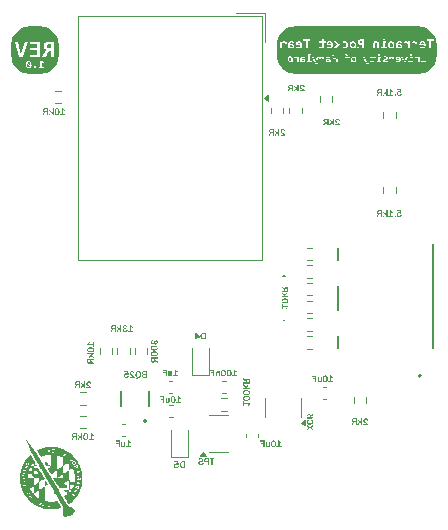
<source format=gbr>
%TF.GenerationSoftware,KiCad,Pcbnew,9.0.0*%
%TF.CreationDate,2025-05-09T11:29:12-04:00*%
%TF.ProjectId,ESP32 Ground Station,45535033-3220-4477-926f-756e64205374,rev?*%
%TF.SameCoordinates,Original*%
%TF.FileFunction,Legend,Bot*%
%TF.FilePolarity,Positive*%
%FSLAX46Y46*%
G04 Gerber Fmt 4.6, Leading zero omitted, Abs format (unit mm)*
G04 Created by KiCad (PCBNEW 9.0.0) date 2025-05-09 11:29:12*
%MOMM*%
%LPD*%
G01*
G04 APERTURE LIST*
%ADD10C,0.150000*%
%ADD11C,0.187500*%
%ADD12C,0.300000*%
%ADD13C,0.175000*%
%ADD14C,0.120000*%
%ADD15C,0.152400*%
%ADD16C,0.000000*%
%ADD17C,0.200000*%
G04 APERTURE END LIST*
D10*
G36*
X212697799Y-98624000D02*
G01*
X213128460Y-98624000D01*
X213128460Y-98539589D01*
X212960006Y-98539589D01*
X212960006Y-98191616D01*
X213016906Y-98237089D01*
X213067584Y-98269723D01*
X213112889Y-98291597D01*
X213112889Y-98188246D01*
X213049000Y-98162288D01*
X213024669Y-98149924D01*
X213005460Y-98135779D01*
X212973195Y-98108049D01*
X212942778Y-98077050D01*
X212925091Y-98051885D01*
X212855995Y-98051885D01*
X212855995Y-98539589D01*
X212697799Y-98539589D01*
X212697799Y-98624000D01*
G37*
G36*
X212294322Y-98624000D02*
G01*
X212383568Y-98624000D01*
X212382396Y-98534240D01*
X212399640Y-98571590D01*
X212420959Y-98598792D01*
X212446373Y-98617723D01*
X212476639Y-98629303D01*
X212513151Y-98633378D01*
X212549676Y-98629163D01*
X212579358Y-98617255D01*
X212603753Y-98597841D01*
X212621776Y-98572236D01*
X212633162Y-98539879D01*
X212637275Y-98498849D01*
X212637275Y-98206637D01*
X212539456Y-98206637D01*
X212539456Y-98477564D01*
X212536753Y-98506312D01*
X212529962Y-98524453D01*
X212520185Y-98535303D01*
X212500515Y-98545762D01*
X212482413Y-98548968D01*
X212463369Y-98546273D01*
X212443227Y-98537716D01*
X212421340Y-98522040D01*
X212409399Y-98507670D01*
X212399646Y-98485584D01*
X212392785Y-98453059D01*
X212390126Y-98406709D01*
X212390126Y-98206637D01*
X212294322Y-98206637D01*
X212294322Y-98624000D01*
G37*
G36*
X212072781Y-98624000D02*
G01*
X212178844Y-98624000D01*
X212178844Y-98061264D01*
X211822774Y-98061264D01*
X211822774Y-98150364D01*
X212072781Y-98150364D01*
X212072781Y-98298412D01*
X211876044Y-98298412D01*
X211876044Y-98387511D01*
X212072781Y-98387511D01*
X212072781Y-98624000D01*
G37*
D11*
G36*
X231180141Y-70377433D02*
G01*
X231202864Y-70386684D01*
X231225934Y-70403075D01*
X231258109Y-70435129D01*
X231295326Y-70481031D01*
X231295326Y-70735453D01*
X231253857Y-70745781D01*
X231203616Y-70749778D01*
X231171126Y-70746263D01*
X231142372Y-70736024D01*
X231116900Y-70719477D01*
X231095349Y-70697046D01*
X231078467Y-70669695D01*
X231065454Y-70635438D01*
X231057711Y-70597762D01*
X231054970Y-70553797D01*
X231056865Y-70507427D01*
X231061925Y-70471845D01*
X231070813Y-70439948D01*
X231081959Y-70416258D01*
X231096839Y-70397060D01*
X231113930Y-70384442D01*
X231133799Y-70377014D01*
X231157164Y-70374425D01*
X231180141Y-70377433D01*
G37*
G36*
X222712479Y-70595523D02*
G01*
X222738879Y-70600509D01*
X222762226Y-70608988D01*
X222779518Y-70619401D01*
X222793276Y-70632549D01*
X222802459Y-70647116D01*
X222807897Y-70663255D01*
X222809725Y-70680541D01*
X222806945Y-70703033D01*
X222799174Y-70720636D01*
X222786525Y-70734519D01*
X222760285Y-70748089D01*
X222723205Y-70753099D01*
X222694006Y-70748159D01*
X222661650Y-70731975D01*
X222629764Y-70707664D01*
X222591375Y-70671354D01*
X222591375Y-70593658D01*
X222677895Y-70593658D01*
X222712479Y-70595523D01*
G37*
G36*
X223375481Y-70361849D02*
G01*
X223404309Y-70373423D01*
X223429015Y-70392591D01*
X223448063Y-70417733D01*
X223461771Y-70449857D01*
X223469654Y-70490685D01*
X223224575Y-70490685D01*
X223226604Y-70458053D01*
X223233294Y-70431621D01*
X223244508Y-70408232D01*
X223258570Y-70390048D01*
X223275849Y-70375760D01*
X223295732Y-70365758D01*
X223317502Y-70359839D01*
X223341301Y-70357817D01*
X223375481Y-70361849D01*
G37*
G36*
X225989661Y-70361849D02*
G01*
X226018489Y-70373423D01*
X226043195Y-70392591D01*
X226062243Y-70417733D01*
X226075951Y-70449857D01*
X226083834Y-70490685D01*
X225838755Y-70490685D01*
X225840784Y-70458053D01*
X225847474Y-70431621D01*
X225858688Y-70408232D01*
X225872750Y-70390048D01*
X225890029Y-70375760D01*
X225909912Y-70365758D01*
X225931682Y-70359839D01*
X225955481Y-70357817D01*
X225989661Y-70361849D01*
G37*
G36*
X227957214Y-70378235D02*
G01*
X227985249Y-70388854D01*
X228009009Y-70405921D01*
X228028224Y-70428403D01*
X228042596Y-70455103D01*
X228052877Y-70486948D01*
X228058706Y-70521119D01*
X228060714Y-70558468D01*
X228055891Y-70618707D01*
X228042991Y-70663601D01*
X228023553Y-70696682D01*
X227995945Y-70722355D01*
X227962672Y-70737746D01*
X227921929Y-70743134D01*
X227888177Y-70739447D01*
X227860426Y-70729017D01*
X227836757Y-70712133D01*
X227818022Y-70689779D01*
X227804014Y-70663003D01*
X227793629Y-70630612D01*
X227787575Y-70595786D01*
X227785480Y-70557327D01*
X227790006Y-70497293D01*
X227802053Y-70452811D01*
X227820046Y-70420306D01*
X227846096Y-70395230D01*
X227879295Y-70379903D01*
X227921929Y-70374425D01*
X227957214Y-70378235D01*
G37*
G36*
X231862109Y-70595523D02*
G01*
X231888510Y-70600509D01*
X231911856Y-70608988D01*
X231929148Y-70619401D01*
X231942906Y-70632549D01*
X231952089Y-70647116D01*
X231957527Y-70663255D01*
X231959355Y-70680541D01*
X231956575Y-70703033D01*
X231948804Y-70720636D01*
X231936155Y-70734519D01*
X231909916Y-70748089D01*
X231872835Y-70753099D01*
X231843637Y-70748159D01*
X231811280Y-70731975D01*
X231779394Y-70707664D01*
X231741005Y-70671354D01*
X231741005Y-70593658D01*
X231827525Y-70593658D01*
X231862109Y-70595523D01*
G37*
G36*
X233832201Y-70361849D02*
G01*
X233861029Y-70373423D01*
X233885735Y-70392591D01*
X233904783Y-70417733D01*
X233918491Y-70449857D01*
X233926374Y-70490685D01*
X233681295Y-70490685D01*
X233683324Y-70458053D01*
X233690014Y-70431621D01*
X233701229Y-70408232D01*
X233715290Y-70390048D01*
X233732569Y-70375760D01*
X233752452Y-70365758D01*
X233774222Y-70359839D01*
X233798021Y-70357817D01*
X233832201Y-70361849D01*
G37*
G36*
X228685817Y-70427573D02*
G01*
X228627739Y-70427573D01*
X228595540Y-70425771D01*
X228567689Y-70420670D01*
X228542138Y-70411824D01*
X228521497Y-70399961D01*
X228504472Y-70384394D01*
X228491913Y-70365654D01*
X228484144Y-70344105D01*
X228481429Y-70318683D01*
X228485813Y-70283620D01*
X228497766Y-70257914D01*
X228516877Y-70239170D01*
X228541758Y-70226669D01*
X228576222Y-70218191D01*
X228623120Y-70214984D01*
X228685817Y-70214984D01*
X228685817Y-70427573D01*
G37*
G36*
X234834012Y-71176392D02*
G01*
X221654101Y-71176392D01*
X221654101Y-70429701D01*
X221748545Y-70429701D01*
X221748545Y-70852751D01*
X221871033Y-70852751D01*
X221871033Y-70452382D01*
X221872226Y-70413922D01*
X221876846Y-70386466D01*
X221887018Y-70369962D01*
X221894554Y-70365945D01*
X221905288Y-70364460D01*
X221921917Y-70369715D01*
X221940736Y-70388750D01*
X221957491Y-70417780D01*
X221980234Y-70471481D01*
X221980234Y-70852751D01*
X222101580Y-70852751D01*
X222101580Y-70452382D01*
X222102773Y-70413922D01*
X222107393Y-70386466D01*
X222117825Y-70369962D01*
X222125623Y-70365934D01*
X222136406Y-70364460D01*
X222150745Y-70369407D01*
X222170090Y-70388750D01*
X222187796Y-70417845D01*
X222211300Y-70471481D01*
X222211300Y-70852751D01*
X222333839Y-70852751D01*
X222333839Y-70450773D01*
X222449684Y-70450773D01*
X222449684Y-70593658D01*
X222449684Y-70671354D01*
X222449684Y-70852751D01*
X222571081Y-70852751D01*
X222574559Y-70775988D01*
X222613485Y-70812060D01*
X222658172Y-70840657D01*
X222683394Y-70851296D01*
X222711320Y-70859394D01*
X222740812Y-70864311D01*
X222774328Y-70866037D01*
X222817888Y-70862551D01*
X222853841Y-70852802D01*
X222885708Y-70836740D01*
X222911348Y-70815952D01*
X222931586Y-70790135D01*
X222946486Y-70758964D01*
X222955305Y-70724398D01*
X222958371Y-70685212D01*
X222953889Y-70645079D01*
X222940673Y-70608605D01*
X222918721Y-70576361D01*
X222886695Y-70548140D01*
X222847252Y-70526158D01*
X222808515Y-70512743D01*
X223080600Y-70512743D01*
X223081482Y-70550320D01*
X223084077Y-70593658D01*
X223471938Y-70593658D01*
X223468816Y-70631170D01*
X223460052Y-70662324D01*
X223445502Y-70689848D01*
X223426368Y-70712097D01*
X223402673Y-70729585D01*
X223374103Y-70742615D01*
X223342563Y-70750385D01*
X223306475Y-70753099D01*
X223262838Y-70751412D01*
X223214454Y-70746093D01*
X223165113Y-70737022D01*
X223112519Y-70723204D01*
X223112519Y-70836142D01*
X223161877Y-70848131D01*
X223216478Y-70857629D01*
X223272791Y-70863909D01*
X223327963Y-70866037D01*
X223393144Y-70861054D01*
X223448738Y-70846938D01*
X223498496Y-70822986D01*
X223539306Y-70790469D01*
X223571757Y-70749277D01*
X223596242Y-70698084D01*
X223610761Y-70640458D01*
X223615965Y-70570665D01*
X223610851Y-70500902D01*
X223596242Y-70440081D01*
X223572023Y-70384766D01*
X223540500Y-70339288D01*
X223500728Y-70302140D01*
X223453097Y-70274411D01*
X223399567Y-70257413D01*
X223338395Y-70251522D01*
X223278015Y-70256595D01*
X223227533Y-70270882D01*
X223182806Y-70294365D01*
X223146826Y-70324911D01*
X223118419Y-70362576D01*
X223097468Y-70407590D01*
X223084940Y-70457094D01*
X223082320Y-70490685D01*
X223080600Y-70512743D01*
X222808515Y-70512743D01*
X222796075Y-70508435D01*
X222739271Y-70497869D01*
X222668605Y-70494007D01*
X222591375Y-70494007D01*
X222591375Y-70458039D01*
X222593034Y-70435741D01*
X222597759Y-70416466D01*
X222606130Y-70399256D01*
X222618364Y-70384961D01*
X222634211Y-70373732D01*
X222655266Y-70364927D01*
X222679294Y-70359754D01*
X222711008Y-70357817D01*
X222762910Y-70360879D01*
X222814085Y-70370066D01*
X222864069Y-70384720D01*
X222912490Y-70404321D01*
X222912490Y-70291383D01*
X222868194Y-70276030D01*
X222814656Y-70262837D01*
X222758475Y-70254388D01*
X222699382Y-70251522D01*
X222636206Y-70254887D01*
X222586756Y-70263979D01*
X222542791Y-70280055D01*
X222509215Y-70301348D01*
X222482753Y-70329309D01*
X222464216Y-70363630D01*
X222453522Y-70402865D01*
X222449684Y-70450773D01*
X222333839Y-70450773D01*
X222333839Y-70261487D01*
X222228738Y-70261487D01*
X222226403Y-70347592D01*
X222200867Y-70303580D01*
X222173567Y-70273529D01*
X222158395Y-70263367D01*
X222142530Y-70256661D01*
X222105057Y-70251522D01*
X222073122Y-70254702D01*
X222048624Y-70263398D01*
X222029852Y-70277006D01*
X222015517Y-70295443D01*
X222005649Y-70318577D01*
X222000527Y-70347592D01*
X221972967Y-70303580D01*
X221944525Y-70273529D01*
X221929001Y-70263389D01*
X221912554Y-70256661D01*
X221874562Y-70251522D01*
X221833945Y-70256922D01*
X221802998Y-70271943D01*
X221779322Y-70296521D01*
X221763362Y-70328099D01*
X221752599Y-70371357D01*
X221748545Y-70429701D01*
X221654101Y-70429701D01*
X221654101Y-70214984D01*
X223720806Y-70214984D01*
X223928672Y-70214984D01*
X223928672Y-70852751D01*
X224074982Y-70852751D01*
X224074982Y-70261487D01*
X225068535Y-70261487D01*
X225068535Y-70371104D01*
X225297888Y-70371104D01*
X225297888Y-70650282D01*
X225294929Y-70683411D01*
X225286938Y-70708389D01*
X225274688Y-70727097D01*
X225257331Y-70740680D01*
X225232293Y-70749684D01*
X225196836Y-70753099D01*
X225128948Y-70747079D01*
X225068535Y-70733169D01*
X225068535Y-70846107D01*
X225145764Y-70860588D01*
X225219517Y-70866037D01*
X225275442Y-70862745D01*
X225319687Y-70853789D01*
X225358861Y-70837957D01*
X225389391Y-70816471D01*
X225413094Y-70788347D01*
X225430029Y-70752632D01*
X225439567Y-70711773D01*
X225443057Y-70660247D01*
X225443057Y-70512743D01*
X225694780Y-70512743D01*
X225695662Y-70550320D01*
X225698257Y-70593658D01*
X226086118Y-70593658D01*
X226082996Y-70631170D01*
X226074232Y-70662324D01*
X226059682Y-70689848D01*
X226040548Y-70712097D01*
X226016853Y-70729585D01*
X225988283Y-70742615D01*
X225956743Y-70750385D01*
X225920655Y-70753099D01*
X225877018Y-70751412D01*
X225828634Y-70746093D01*
X225779293Y-70737022D01*
X225726699Y-70723204D01*
X225726699Y-70836142D01*
X225776057Y-70848131D01*
X225830658Y-70857629D01*
X225886971Y-70863909D01*
X225942143Y-70866037D01*
X226007324Y-70861054D01*
X226040024Y-70852751D01*
X226311734Y-70852751D01*
X226496971Y-70852751D01*
X226714698Y-70557794D01*
X226714698Y-70852751D01*
X226856389Y-70852751D01*
X226856389Y-70703274D01*
X227038460Y-70703274D01*
X227038460Y-70829499D01*
X227080935Y-70844213D01*
X227124980Y-70854567D01*
X227170283Y-70860643D01*
X227218455Y-70862716D01*
X227286494Y-70857726D01*
X227344472Y-70843616D01*
X227396501Y-70819589D01*
X227439141Y-70786887D01*
X227473113Y-70745292D01*
X227498620Y-70693672D01*
X227513799Y-70635439D01*
X227519225Y-70565164D01*
X227518270Y-70553849D01*
X227637976Y-70553849D01*
X227638239Y-70557327D01*
X227643081Y-70621419D01*
X227657750Y-70681008D01*
X227682159Y-70735072D01*
X227714634Y-70779777D01*
X227755706Y-70816036D01*
X227805825Y-70843460D01*
X227862303Y-70860156D01*
X227928884Y-70866037D01*
X227992293Y-70861051D01*
X228023986Y-70852751D01*
X228278182Y-70852751D01*
X228445980Y-70852751D01*
X228552845Y-70610318D01*
X228571342Y-70579435D01*
X228594937Y-70558105D01*
X228623821Y-70545050D01*
X228658517Y-70540510D01*
X228685817Y-70540510D01*
X228685817Y-70852751D01*
X228828650Y-70852751D01*
X228828650Y-70457727D01*
X229636395Y-70457727D01*
X229636395Y-70852751D01*
X229778035Y-70852751D01*
X229778035Y-70470807D01*
X229781717Y-70432140D01*
X229791267Y-70405878D01*
X229805431Y-70388570D01*
X229824456Y-70378165D01*
X229850022Y-70374425D01*
X229873021Y-70377454D01*
X229895760Y-70386768D01*
X229918844Y-70403283D01*
X229951015Y-70435554D01*
X229988236Y-70481758D01*
X229988236Y-70852751D01*
X230129927Y-70852751D01*
X230129927Y-70743134D01*
X230277743Y-70743134D01*
X230277743Y-70852751D01*
X230779995Y-70852751D01*
X230779995Y-70743134D01*
X230592994Y-70743134D01*
X230592994Y-70547880D01*
X230906324Y-70547880D01*
X230906630Y-70553797D01*
X230909099Y-70601581D01*
X230916938Y-70647943D01*
X230929264Y-70687963D01*
X230957149Y-70742669D01*
X230993155Y-70786057D01*
X231037529Y-70819898D01*
X231089796Y-70843927D01*
X231147190Y-70857892D01*
X231211142Y-70862716D01*
X231255258Y-70859809D01*
X231295326Y-70852283D01*
X231295326Y-71081948D01*
X231437017Y-71081948D01*
X231437017Y-70450773D01*
X231599314Y-70450773D01*
X231599314Y-70593658D01*
X231599314Y-70671354D01*
X231599314Y-70852751D01*
X231720712Y-70852751D01*
X231724189Y-70775988D01*
X231763115Y-70812060D01*
X231807803Y-70840657D01*
X231833025Y-70851296D01*
X231860950Y-70859394D01*
X231890442Y-70864311D01*
X231923958Y-70866037D01*
X231967518Y-70862551D01*
X232003472Y-70852802D01*
X232035338Y-70836740D01*
X232060979Y-70815952D01*
X232081216Y-70790135D01*
X232096116Y-70758964D01*
X232104935Y-70724398D01*
X232108001Y-70685212D01*
X232103520Y-70645079D01*
X232090303Y-70608605D01*
X232068351Y-70576361D01*
X232036325Y-70548140D01*
X231996882Y-70526158D01*
X231945705Y-70508435D01*
X231888901Y-70497869D01*
X231818235Y-70494007D01*
X231741005Y-70494007D01*
X231741005Y-70490685D01*
X232222081Y-70490685D01*
X232364343Y-70490685D01*
X232364652Y-70459847D01*
X232367561Y-70436240D01*
X232373437Y-70415095D01*
X232381471Y-70399182D01*
X232392337Y-70386400D01*
X232405034Y-70377851D01*
X232419659Y-70372854D01*
X232436902Y-70371104D01*
X232467574Y-70377015D01*
X232501675Y-70396639D01*
X232534189Y-70427558D01*
X232575116Y-70480720D01*
X232575116Y-70852751D01*
X232720285Y-70852751D01*
X232720285Y-70490685D01*
X232875626Y-70490685D01*
X233017888Y-70490685D01*
X233018197Y-70459847D01*
X233021106Y-70436240D01*
X233026982Y-70415095D01*
X233035016Y-70399182D01*
X233045882Y-70386400D01*
X233058579Y-70377851D01*
X233073204Y-70372854D01*
X233090447Y-70371104D01*
X233121119Y-70377015D01*
X233155220Y-70396639D01*
X233187734Y-70427558D01*
X233228661Y-70480720D01*
X233228661Y-70852751D01*
X233373830Y-70852751D01*
X233373830Y-70512743D01*
X233537320Y-70512743D01*
X233538202Y-70550320D01*
X233540797Y-70593658D01*
X233928658Y-70593658D01*
X233925536Y-70631170D01*
X233916772Y-70662324D01*
X233902222Y-70689848D01*
X233883088Y-70712097D01*
X233859393Y-70729585D01*
X233830823Y-70742615D01*
X233799283Y-70750385D01*
X233763195Y-70753099D01*
X233719558Y-70751412D01*
X233671174Y-70746093D01*
X233621833Y-70737022D01*
X233569239Y-70723204D01*
X233569239Y-70836142D01*
X233618598Y-70848131D01*
X233673198Y-70857629D01*
X233729511Y-70863909D01*
X233784683Y-70866037D01*
X233849864Y-70861054D01*
X233905458Y-70846938D01*
X233955216Y-70822986D01*
X233996026Y-70790469D01*
X234028477Y-70749277D01*
X234052962Y-70698084D01*
X234067481Y-70640458D01*
X234072685Y-70570665D01*
X234067571Y-70500902D01*
X234052962Y-70440081D01*
X234028743Y-70384766D01*
X233997220Y-70339288D01*
X233957448Y-70302140D01*
X233909818Y-70274411D01*
X233856288Y-70257413D01*
X233795115Y-70251522D01*
X233734735Y-70256595D01*
X233684253Y-70270882D01*
X233639526Y-70294365D01*
X233603546Y-70324911D01*
X233575139Y-70362576D01*
X233554188Y-70407590D01*
X233541660Y-70457094D01*
X233539040Y-70490685D01*
X233537320Y-70512743D01*
X233373830Y-70512743D01*
X233373830Y-70261487D01*
X233245529Y-70261487D01*
X233240287Y-70351173D01*
X233207485Y-70310171D01*
X233166846Y-70278771D01*
X233143492Y-70267233D01*
X233117176Y-70258581D01*
X233089111Y-70253350D01*
X233057386Y-70251522D01*
X233014357Y-70255488D01*
X232978132Y-70266729D01*
X232946351Y-70285579D01*
X232920054Y-70311780D01*
X232900038Y-70344435D01*
X232885228Y-70386622D01*
X232877325Y-70433503D01*
X232875626Y-70490685D01*
X232720285Y-70490685D01*
X232720285Y-70261487D01*
X232591984Y-70261487D01*
X232586742Y-70351173D01*
X232553940Y-70310171D01*
X232513301Y-70278771D01*
X232489947Y-70267233D01*
X232463631Y-70258581D01*
X232435566Y-70253350D01*
X232403841Y-70251522D01*
X232360812Y-70255488D01*
X232324587Y-70266729D01*
X232292806Y-70285579D01*
X232266509Y-70311780D01*
X232246493Y-70344435D01*
X232231683Y-70386622D01*
X232223780Y-70433503D01*
X232222081Y-70490685D01*
X231741005Y-70490685D01*
X231741005Y-70458039D01*
X231742665Y-70435741D01*
X231747389Y-70416466D01*
X231755760Y-70399256D01*
X231767994Y-70384961D01*
X231783841Y-70373732D01*
X231804896Y-70364927D01*
X231828924Y-70359754D01*
X231860638Y-70357817D01*
X231912540Y-70360879D01*
X231963715Y-70370066D01*
X232013700Y-70384720D01*
X232062120Y-70404321D01*
X232062120Y-70291383D01*
X232017824Y-70276030D01*
X231964286Y-70262837D01*
X231908106Y-70254388D01*
X231849012Y-70251522D01*
X231785837Y-70254887D01*
X231736386Y-70263979D01*
X231692421Y-70280055D01*
X231658845Y-70301348D01*
X231632384Y-70329309D01*
X231613846Y-70363630D01*
X231603152Y-70402865D01*
X231599314Y-70450773D01*
X231437017Y-70450773D01*
X231437017Y-70261487D01*
X231314478Y-70261487D01*
X231311000Y-70348786D01*
X231273579Y-70308666D01*
X231231487Y-70277836D01*
X231208053Y-70266615D01*
X231182700Y-70258321D01*
X231155650Y-70253303D01*
X231124051Y-70251522D01*
X231073917Y-70256914D01*
X231031147Y-70272387D01*
X230993930Y-70297491D01*
X230962948Y-70331710D01*
X230939093Y-70373189D01*
X230920856Y-70424874D01*
X230910134Y-70481497D01*
X230906324Y-70547880D01*
X230592994Y-70547880D01*
X230592994Y-70371104D01*
X230759650Y-70371104D01*
X230759650Y-70261487D01*
X230447877Y-70261487D01*
X230447877Y-70743134D01*
X230277743Y-70743134D01*
X230129927Y-70743134D01*
X230129927Y-70261487D01*
X230007388Y-70261487D01*
X230003910Y-70348786D01*
X229966489Y-70308666D01*
X229924397Y-70277836D01*
X229900963Y-70266615D01*
X229875610Y-70258321D01*
X229848560Y-70253303D01*
X229816961Y-70251522D01*
X229773525Y-70255419D01*
X229738018Y-70266314D01*
X229706946Y-70284216D01*
X229681705Y-70307991D01*
X229662112Y-70337211D01*
X229647710Y-70372868D01*
X229639347Y-70412143D01*
X229636395Y-70457727D01*
X228828650Y-70457727D01*
X228828650Y-70214984D01*
X234177526Y-70214984D01*
X234385392Y-70214984D01*
X234385392Y-70852751D01*
X234531703Y-70852751D01*
X234531703Y-70214984D01*
X234739568Y-70214984D01*
X234739568Y-70095402D01*
X234177526Y-70095402D01*
X234177526Y-70214984D01*
X228828650Y-70214984D01*
X228828650Y-70099035D01*
X230436251Y-70099035D01*
X230438023Y-70117772D01*
X230443257Y-70135159D01*
X230451638Y-70151045D01*
X230462721Y-70164639D01*
X230476207Y-70175801D01*
X230492045Y-70184465D01*
X230509423Y-70189882D01*
X230528584Y-70191732D01*
X230547788Y-70189889D01*
X230565434Y-70184465D01*
X230581499Y-70175788D01*
X230595070Y-70164639D01*
X230606123Y-70151051D01*
X230614533Y-70135159D01*
X230619728Y-70117775D01*
X230621488Y-70099035D01*
X230619727Y-70080251D01*
X230614533Y-70062860D01*
X230606135Y-70046921D01*
X230595070Y-70033120D01*
X230581475Y-70021735D01*
X230565434Y-70013034D01*
X230547786Y-70007571D01*
X230528584Y-70005716D01*
X230509426Y-70007578D01*
X230492045Y-70013034D01*
X230476232Y-70021722D01*
X230462721Y-70033120D01*
X230451626Y-70046927D01*
X230443257Y-70062860D01*
X230438024Y-70080254D01*
X230436251Y-70099035D01*
X228828650Y-70099035D01*
X228828650Y-70095402D01*
X228607394Y-70095402D01*
X228546249Y-70098218D01*
X228493626Y-70106146D01*
X228445329Y-70120842D01*
X228406535Y-70141854D01*
X228374712Y-70170488D01*
X228351052Y-70206835D01*
X228336791Y-70249691D01*
X228331589Y-70304877D01*
X228332682Y-70318683D01*
X228334782Y-70345203D01*
X228343786Y-70379148D01*
X228358613Y-70409642D01*
X228378093Y-70435150D01*
X228402103Y-70456269D01*
X228430617Y-70473142D01*
X228462154Y-70485359D01*
X228497103Y-70493436D01*
X228471065Y-70503948D01*
X228446032Y-70525407D01*
X228424108Y-70554956D01*
X228399528Y-70599938D01*
X228278182Y-70852751D01*
X228023986Y-70852751D01*
X228046182Y-70846938D01*
X228094198Y-70822919D01*
X228133844Y-70789898D01*
X228165166Y-70748005D01*
X228189015Y-70694918D01*
X228203090Y-70635102D01*
X228208167Y-70561946D01*
X228202978Y-70493935D01*
X228188133Y-70434579D01*
X228163412Y-70380854D01*
X228130678Y-70336693D01*
X228089388Y-70300899D01*
X228039227Y-70273840D01*
X227982859Y-70257312D01*
X227917258Y-70251522D01*
X227853363Y-70256599D01*
X227799390Y-70270934D01*
X227751357Y-70295233D01*
X227711728Y-70328596D01*
X227680430Y-70370629D01*
X227656868Y-70423265D01*
X227642967Y-70482318D01*
X227637976Y-70553849D01*
X227518270Y-70553849D01*
X227513452Y-70496762D01*
X227496907Y-70437226D01*
X227469698Y-70383670D01*
X227433899Y-70339392D01*
X227389477Y-70303733D01*
X227336064Y-70276850D01*
X227276679Y-70260534D01*
X227208594Y-70254844D01*
X227153353Y-70256654D01*
X227111901Y-70261436D01*
X227041367Y-70278096D01*
X227041367Y-70414286D01*
X227078544Y-70398944D01*
X227119479Y-70387297D01*
X227161158Y-70380054D01*
X227199303Y-70377747D01*
X227237416Y-70381192D01*
X227270149Y-70391034D01*
X227299234Y-70407018D01*
X227322985Y-70427936D01*
X227341710Y-70453699D01*
X227355787Y-70485287D01*
X227364184Y-70520098D01*
X227367101Y-70559351D01*
X227363923Y-70600077D01*
X227354904Y-70634919D01*
X227339972Y-70666163D01*
X227320390Y-70691700D01*
X227295915Y-70712186D01*
X227266672Y-70727408D01*
X227234088Y-70736614D01*
X227196968Y-70739813D01*
X227157782Y-70737114D01*
X227116572Y-70729328D01*
X227075933Y-70717651D01*
X227038460Y-70703274D01*
X226856389Y-70703274D01*
X226856389Y-70032290D01*
X226714698Y-70032290D01*
X226714698Y-70512484D01*
X226508597Y-70261487D01*
X226331508Y-70261487D01*
X226570723Y-70530909D01*
X226311734Y-70852751D01*
X226040024Y-70852751D01*
X226062918Y-70846938D01*
X226112676Y-70822986D01*
X226153486Y-70790469D01*
X226185937Y-70749277D01*
X226210422Y-70698084D01*
X226224941Y-70640458D01*
X226230145Y-70570665D01*
X226225031Y-70500902D01*
X226210422Y-70440081D01*
X226186203Y-70384766D01*
X226154680Y-70339288D01*
X226114908Y-70302140D01*
X226067277Y-70274411D01*
X226013747Y-70257413D01*
X225952575Y-70251522D01*
X225892195Y-70256595D01*
X225841713Y-70270882D01*
X225796986Y-70294365D01*
X225761006Y-70324911D01*
X225732599Y-70362576D01*
X225711648Y-70407590D01*
X225699120Y-70457094D01*
X225696500Y-70490685D01*
X225694780Y-70512743D01*
X225443057Y-70512743D01*
X225443057Y-70371104D01*
X225601564Y-70371104D01*
X225601564Y-70261487D01*
X225443057Y-70261487D01*
X225443057Y-70110039D01*
X225297888Y-70072150D01*
X225297888Y-70261487D01*
X225068535Y-70261487D01*
X224074982Y-70261487D01*
X224074982Y-70214984D01*
X224282848Y-70214984D01*
X224282848Y-70095402D01*
X223720806Y-70095402D01*
X223720806Y-70214984D01*
X221654101Y-70214984D01*
X221654101Y-69911272D01*
X234834012Y-69911272D01*
X234834012Y-71176392D01*
G37*
D10*
G36*
X222237088Y-93828816D02*
G01*
X222237088Y-93795257D01*
X222168899Y-93832652D01*
X222110473Y-93874575D01*
X222110473Y-93222154D01*
X222065923Y-93222154D01*
X222065923Y-93874245D01*
X222037450Y-93850017D01*
X221996311Y-93823368D01*
X221939307Y-93794085D01*
X221939307Y-93828413D01*
X221991269Y-93877649D01*
X222030764Y-93922082D01*
X222059698Y-93962256D01*
X222079735Y-93998736D01*
X222100068Y-93998736D01*
X222116805Y-93965375D01*
X222143541Y-93926611D01*
X222182701Y-93881436D01*
X222237088Y-93828816D01*
G37*
G36*
X221876000Y-92493235D02*
G01*
X221876000Y-92923896D01*
X221960410Y-92923896D01*
X221960410Y-92755442D01*
X222308383Y-92755442D01*
X222262910Y-92812342D01*
X222230276Y-92863020D01*
X222208402Y-92908326D01*
X222311753Y-92908326D01*
X222337711Y-92844436D01*
X222350075Y-92820105D01*
X222364220Y-92800896D01*
X222391950Y-92768631D01*
X222422949Y-92738214D01*
X222448114Y-92720528D01*
X222448114Y-92651431D01*
X221960410Y-92651431D01*
X221960410Y-92493235D01*
X221876000Y-92493235D01*
G37*
G36*
X222215371Y-92030389D02*
G01*
X222257688Y-92038220D01*
X222303510Y-92051949D01*
X222346592Y-92071388D01*
X222381647Y-92095824D01*
X222409792Y-92125296D01*
X222426294Y-92150808D01*
X222438208Y-92179062D01*
X222445563Y-92210544D01*
X222448114Y-92245866D01*
X222444754Y-92284391D01*
X222435014Y-92318739D01*
X222419044Y-92349707D01*
X222396505Y-92377871D01*
X222366598Y-92403549D01*
X222324897Y-92428142D01*
X222276020Y-92446462D01*
X222218694Y-92458107D01*
X222151396Y-92462241D01*
X222089345Y-92458378D01*
X222035363Y-92447389D01*
X221988269Y-92429915D01*
X221947074Y-92406224D01*
X221917916Y-92381719D01*
X221895736Y-92354049D01*
X221879844Y-92322825D01*
X221870039Y-92287357D01*
X221866655Y-92247112D01*
X221948686Y-92247112D01*
X221952480Y-92276689D01*
X221963178Y-92300182D01*
X221980784Y-92319053D01*
X222006645Y-92333867D01*
X222046093Y-92346388D01*
X222096539Y-92354745D01*
X222160335Y-92357827D01*
X222227980Y-92354322D01*
X222278077Y-92345067D01*
X222314326Y-92331606D01*
X222339837Y-92314929D01*
X222356986Y-92295349D01*
X222367194Y-92272431D01*
X222370738Y-92245060D01*
X222366714Y-92214702D01*
X222355386Y-92190840D01*
X222336690Y-92171892D01*
X222309042Y-92157316D01*
X222267400Y-92144620D01*
X222223975Y-92136942D01*
X222178433Y-92134345D01*
X222099508Y-92137031D01*
X222047861Y-92143724D01*
X222017512Y-92152306D01*
X221993509Y-92164168D01*
X221974735Y-92179041D01*
X221960469Y-92197764D01*
X221951753Y-92220106D01*
X221948686Y-92247112D01*
X221866655Y-92247112D01*
X221866621Y-92246709D01*
X221869382Y-92209747D01*
X221877308Y-92177202D01*
X221890104Y-92148349D01*
X221907800Y-92122621D01*
X221937603Y-92092783D01*
X221972392Y-92068824D01*
X222012837Y-92050521D01*
X222056025Y-92038621D01*
X222109779Y-92030753D01*
X222176088Y-92027879D01*
X222215371Y-92030389D01*
G37*
G36*
X221876000Y-91560179D02*
G01*
X221876000Y-91661185D01*
X222087392Y-91766478D01*
X221986165Y-91856824D01*
X221876000Y-91856824D01*
X221876000Y-91948525D01*
X222438735Y-91948525D01*
X222438735Y-91856824D01*
X222094353Y-91856824D01*
X222115016Y-91840008D01*
X222293362Y-91675730D01*
X222293362Y-91572159D01*
X222153997Y-91698005D01*
X221876000Y-91560179D01*
G37*
G36*
X222309902Y-91058385D02*
G01*
X222341016Y-91067490D01*
X222368468Y-91082312D01*
X222392866Y-91103139D01*
X222411623Y-91128156D01*
X222425923Y-91160257D01*
X222435300Y-91201094D01*
X222438735Y-91252726D01*
X222438735Y-91496541D01*
X221876000Y-91496541D01*
X221876000Y-91393373D01*
X222108128Y-91393373D01*
X222108128Y-91269102D01*
X222190193Y-91269102D01*
X222190193Y-91393373D01*
X222356669Y-91393373D01*
X222356669Y-91260932D01*
X222353868Y-91230559D01*
X222346178Y-91206852D01*
X222334175Y-91188356D01*
X222317719Y-91174031D01*
X222298386Y-91165467D01*
X222275263Y-91162490D01*
X222250012Y-91165588D01*
X222229591Y-91174356D01*
X222212871Y-91188759D01*
X222201026Y-91207639D01*
X222193151Y-91233672D01*
X222190193Y-91269102D01*
X222108128Y-91269102D01*
X222108128Y-91253532D01*
X221876000Y-91166630D01*
X221876000Y-91057527D01*
X222125860Y-91155713D01*
X222145343Y-91118553D01*
X222169358Y-91091017D01*
X222198128Y-91071541D01*
X222232589Y-91059485D01*
X222274274Y-91055219D01*
X222309902Y-91058385D01*
G37*
G36*
X222237088Y-90169826D02*
G01*
X222182650Y-90116989D01*
X222143485Y-90071760D01*
X222116774Y-90033077D01*
X222100068Y-89999907D01*
X222079735Y-89999907D01*
X222059699Y-90036387D01*
X222030766Y-90076567D01*
X221991270Y-90121011D01*
X221939307Y-90170266D01*
X221939307Y-90204155D01*
X221996299Y-90175119D01*
X222037439Y-90148596D01*
X222065923Y-90124397D01*
X222065923Y-90776489D01*
X222110473Y-90776489D01*
X222110473Y-90124067D01*
X222168899Y-90165990D01*
X222237088Y-90203385D01*
X222237088Y-90169826D01*
G37*
G36*
X205543236Y-103999000D02*
G01*
X205973897Y-103999000D01*
X205973897Y-103914589D01*
X205805443Y-103914589D01*
X205805443Y-103566616D01*
X205862343Y-103612089D01*
X205913021Y-103644723D01*
X205958326Y-103666597D01*
X205958326Y-103563246D01*
X205894437Y-103537288D01*
X205870106Y-103524924D01*
X205850897Y-103510779D01*
X205818632Y-103483049D01*
X205788215Y-103452050D01*
X205770528Y-103426885D01*
X205701432Y-103426885D01*
X205701432Y-103914589D01*
X205543236Y-103914589D01*
X205543236Y-103999000D01*
G37*
G36*
X205334391Y-103430245D02*
G01*
X205368740Y-103439985D01*
X205399707Y-103455955D01*
X205427872Y-103478494D01*
X205453550Y-103508401D01*
X205478142Y-103550102D01*
X205496463Y-103598979D01*
X205508107Y-103656305D01*
X205512241Y-103723603D01*
X205508378Y-103785654D01*
X205497389Y-103839636D01*
X205479915Y-103886730D01*
X205456224Y-103927925D01*
X205431719Y-103957083D01*
X205404049Y-103979263D01*
X205372825Y-103995155D01*
X205337357Y-104004960D01*
X205296709Y-104008378D01*
X205259748Y-104005617D01*
X205227202Y-103997691D01*
X205198350Y-103984895D01*
X205172622Y-103967199D01*
X205142783Y-103937396D01*
X205118825Y-103902607D01*
X205100521Y-103862162D01*
X205088621Y-103818974D01*
X205080753Y-103765220D01*
X205077880Y-103698911D01*
X205078030Y-103696566D01*
X205184345Y-103696566D01*
X205187032Y-103775491D01*
X205193724Y-103827138D01*
X205202307Y-103857487D01*
X205214168Y-103881490D01*
X205229042Y-103900264D01*
X205247764Y-103914530D01*
X205270107Y-103923246D01*
X205297112Y-103926313D01*
X205326690Y-103922519D01*
X205350183Y-103911821D01*
X205369053Y-103894215D01*
X205383867Y-103868354D01*
X205396388Y-103828906D01*
X205404745Y-103778460D01*
X205407827Y-103714664D01*
X205404323Y-103647019D01*
X205395068Y-103596922D01*
X205381607Y-103560673D01*
X205364930Y-103535162D01*
X205345350Y-103518013D01*
X205322431Y-103507805D01*
X205295060Y-103504261D01*
X205264702Y-103508285D01*
X205240841Y-103519613D01*
X205221892Y-103538309D01*
X205207316Y-103565957D01*
X205194620Y-103607599D01*
X205186942Y-103651024D01*
X205184345Y-103696566D01*
X205078030Y-103696566D01*
X205080389Y-103659628D01*
X205088221Y-103617311D01*
X205101950Y-103571489D01*
X205121388Y-103528407D01*
X205145825Y-103493352D01*
X205175296Y-103465207D01*
X205200809Y-103448705D01*
X205229062Y-103436791D01*
X205260545Y-103429436D01*
X205295866Y-103426885D01*
X205334391Y-103430245D01*
G37*
G36*
X204610179Y-103999000D02*
G01*
X204711186Y-103999000D01*
X204816479Y-103787607D01*
X204906824Y-103888834D01*
X204906824Y-103999000D01*
X204998525Y-103999000D01*
X204998525Y-103436264D01*
X204906824Y-103436264D01*
X204906824Y-103780646D01*
X204890008Y-103759983D01*
X204725730Y-103581637D01*
X204622159Y-103581637D01*
X204748005Y-103721002D01*
X204610179Y-103999000D01*
G37*
G36*
X204546542Y-103999000D02*
G01*
X204443373Y-103999000D01*
X204443373Y-103766871D01*
X204303532Y-103766871D01*
X204216631Y-103999000D01*
X204107527Y-103999000D01*
X204205713Y-103749139D01*
X204168553Y-103729656D01*
X204141018Y-103705641D01*
X204121541Y-103676871D01*
X204109485Y-103642410D01*
X204105219Y-103600725D01*
X204105307Y-103599736D01*
X204212491Y-103599736D01*
X204215589Y-103624987D01*
X204224357Y-103645408D01*
X204238759Y-103662128D01*
X204257639Y-103673973D01*
X204283673Y-103681848D01*
X204319103Y-103684806D01*
X204443373Y-103684806D01*
X204443373Y-103518330D01*
X204310933Y-103518330D01*
X204280559Y-103521131D01*
X204256853Y-103528821D01*
X204238356Y-103540824D01*
X204224032Y-103557280D01*
X204215467Y-103576613D01*
X204212491Y-103599736D01*
X204105307Y-103599736D01*
X204108386Y-103565097D01*
X204117490Y-103533983D01*
X204132312Y-103506531D01*
X204153140Y-103482133D01*
X204178157Y-103463376D01*
X204210257Y-103449076D01*
X204251095Y-103439699D01*
X204302726Y-103436264D01*
X204546542Y-103436264D01*
X204546542Y-103999000D01*
G37*
G36*
X208874684Y-94874000D02*
G01*
X209305345Y-94874000D01*
X209305345Y-94789589D01*
X209136891Y-94789589D01*
X209136891Y-94441616D01*
X209193791Y-94487089D01*
X209244469Y-94519723D01*
X209289774Y-94541597D01*
X209289774Y-94438246D01*
X209225885Y-94412288D01*
X209201554Y-94399924D01*
X209182345Y-94385779D01*
X209150080Y-94358049D01*
X209119663Y-94327050D01*
X209101976Y-94301885D01*
X209032880Y-94301885D01*
X209032880Y-94789589D01*
X208874684Y-94789589D01*
X208874684Y-94874000D01*
G37*
G36*
X208691318Y-94625458D02*
G01*
X208691318Y-94543392D01*
X208638928Y-94543392D01*
X208609158Y-94540953D01*
X208584159Y-94534076D01*
X208563054Y-94523132D01*
X208546300Y-94507562D01*
X208536266Y-94487918D01*
X208532719Y-94462866D01*
X208535814Y-94437928D01*
X208544416Y-94418690D01*
X208558365Y-94403771D01*
X208576424Y-94393065D01*
X208598196Y-94386344D01*
X208624603Y-94383951D01*
X208655806Y-94387355D01*
X208681695Y-94397021D01*
X208703438Y-94412781D01*
X208721696Y-94435335D01*
X208736528Y-94466163D01*
X208830940Y-94449383D01*
X208820388Y-94418026D01*
X208804941Y-94390089D01*
X208784408Y-94365096D01*
X208758290Y-94342771D01*
X208729079Y-94325176D01*
X208696933Y-94312453D01*
X208661348Y-94304602D01*
X208621709Y-94301885D01*
X208582270Y-94304615D01*
X208546876Y-94312504D01*
X208514908Y-94325293D01*
X208485861Y-94342991D01*
X208460869Y-94365681D01*
X208443564Y-94391159D01*
X208433123Y-94419994D01*
X208429514Y-94453157D01*
X208433016Y-94486241D01*
X208443161Y-94515185D01*
X208459959Y-94540901D01*
X208482211Y-94561638D01*
X208507003Y-94574260D01*
X208535211Y-94579479D01*
X208499944Y-94587912D01*
X208470583Y-94602903D01*
X208446037Y-94624542D01*
X208427365Y-94651430D01*
X208416177Y-94681513D01*
X208412332Y-94715767D01*
X208416039Y-94751016D01*
X208426836Y-94782293D01*
X208444798Y-94810497D01*
X208470730Y-94836191D01*
X208500905Y-94856097D01*
X208536152Y-94870796D01*
X208577405Y-94880088D01*
X208625812Y-94883378D01*
X208670264Y-94880268D01*
X208709133Y-94871379D01*
X208743296Y-94857127D01*
X208773457Y-94837583D01*
X208800865Y-94812777D01*
X208821870Y-94786931D01*
X208837201Y-94759873D01*
X208847316Y-94731301D01*
X208749607Y-94707304D01*
X208734721Y-94742501D01*
X208715396Y-94768210D01*
X208691611Y-94786225D01*
X208662527Y-94797356D01*
X208626618Y-94801313D01*
X208595026Y-94798278D01*
X208569272Y-94789778D01*
X208548143Y-94776217D01*
X208531282Y-94757863D01*
X208521605Y-94737928D01*
X208518358Y-94715657D01*
X208521206Y-94692729D01*
X208529648Y-94671923D01*
X208544077Y-94652606D01*
X208562938Y-94638155D01*
X208588149Y-94628876D01*
X208621709Y-94625458D01*
X208691318Y-94625458D01*
G37*
G36*
X207928731Y-94874000D02*
G01*
X208029738Y-94874000D01*
X208135031Y-94662607D01*
X208225376Y-94763834D01*
X208225376Y-94874000D01*
X208317077Y-94874000D01*
X208317077Y-94311264D01*
X208225376Y-94311264D01*
X208225376Y-94655646D01*
X208208560Y-94634983D01*
X208044282Y-94456637D01*
X207940711Y-94456637D01*
X208066557Y-94596002D01*
X207928731Y-94874000D01*
G37*
G36*
X207865094Y-94874000D02*
G01*
X207761925Y-94874000D01*
X207761925Y-94641871D01*
X207622084Y-94641871D01*
X207535183Y-94874000D01*
X207426079Y-94874000D01*
X207524265Y-94624139D01*
X207487105Y-94604656D01*
X207459570Y-94580641D01*
X207440093Y-94551871D01*
X207428037Y-94517410D01*
X207423771Y-94475725D01*
X207423859Y-94474736D01*
X207531043Y-94474736D01*
X207534141Y-94499987D01*
X207542909Y-94520408D01*
X207557311Y-94537128D01*
X207576191Y-94548973D01*
X207602225Y-94556848D01*
X207637655Y-94559806D01*
X207761925Y-94559806D01*
X207761925Y-94393330D01*
X207629485Y-94393330D01*
X207599111Y-94396131D01*
X207575405Y-94403821D01*
X207556908Y-94415824D01*
X207542584Y-94432280D01*
X207534019Y-94451613D01*
X207531043Y-94474736D01*
X207423859Y-94474736D01*
X207426938Y-94440097D01*
X207436042Y-94408983D01*
X207450864Y-94381531D01*
X207471692Y-94357133D01*
X207496709Y-94338376D01*
X207528809Y-94324076D01*
X207569647Y-94314699D01*
X207621278Y-94311264D01*
X207865094Y-94311264D01*
X207865094Y-94874000D01*
G37*
G36*
X223414244Y-74409900D02*
G01*
X223414244Y-74499000D01*
X223828931Y-74499000D01*
X223828931Y-74398726D01*
X223657106Y-74284347D01*
X223604922Y-74246400D01*
X223570706Y-74215437D01*
X223550055Y-74190228D01*
X223534086Y-74161929D01*
X223525436Y-74137175D01*
X223522761Y-74115160D01*
X223525862Y-74088980D01*
X223534861Y-74066299D01*
X223549908Y-74046283D01*
X223569516Y-74030909D01*
X223592652Y-74021589D01*
X223620360Y-74018330D01*
X223649738Y-74021593D01*
X223673594Y-74030787D01*
X223693175Y-74045705D01*
X223709154Y-74067059D01*
X223721525Y-74096384D01*
X223729610Y-74135859D01*
X223829078Y-74111826D01*
X223820594Y-74074545D01*
X223806739Y-74040615D01*
X223787447Y-74009528D01*
X223762363Y-73980924D01*
X223733095Y-73957672D01*
X223699697Y-73940919D01*
X223661374Y-73930524D01*
X223617063Y-73926885D01*
X223570942Y-73930526D01*
X223531503Y-73940863D01*
X223497579Y-73957396D01*
X223468282Y-73980154D01*
X223443958Y-74008515D01*
X223426744Y-74040036D01*
X223416233Y-74075364D01*
X223412595Y-74115416D01*
X223415686Y-74150715D01*
X223424822Y-74183696D01*
X223440094Y-74214911D01*
X223461981Y-74244779D01*
X223499722Y-74279830D01*
X223574140Y-74332749D01*
X223702426Y-74409900D01*
X223414244Y-74409900D01*
G37*
G36*
X222927272Y-74499000D02*
G01*
X223028279Y-74499000D01*
X223133572Y-74287607D01*
X223223917Y-74388834D01*
X223223917Y-74499000D01*
X223315618Y-74499000D01*
X223315618Y-73936264D01*
X223223917Y-73936264D01*
X223223917Y-74280646D01*
X223207101Y-74259983D01*
X223042823Y-74081637D01*
X222939252Y-74081637D01*
X223065098Y-74221002D01*
X222927272Y-74499000D01*
G37*
G36*
X222863635Y-74499000D02*
G01*
X222760466Y-74499000D01*
X222760466Y-74266871D01*
X222620625Y-74266871D01*
X222533724Y-74499000D01*
X222424620Y-74499000D01*
X222522806Y-74249139D01*
X222485646Y-74229656D01*
X222458111Y-74205641D01*
X222438634Y-74176871D01*
X222426578Y-74142410D01*
X222422312Y-74100725D01*
X222422400Y-74099736D01*
X222529584Y-74099736D01*
X222532682Y-74124987D01*
X222541450Y-74145408D01*
X222555852Y-74162128D01*
X222574732Y-74173973D01*
X222600766Y-74181848D01*
X222636196Y-74184806D01*
X222760466Y-74184806D01*
X222760466Y-74018330D01*
X222628026Y-74018330D01*
X222597652Y-74021131D01*
X222573946Y-74028821D01*
X222555449Y-74040824D01*
X222541125Y-74057280D01*
X222532561Y-74076613D01*
X222529584Y-74099736D01*
X222422400Y-74099736D01*
X222425479Y-74065097D01*
X222434583Y-74033983D01*
X222449405Y-74006531D01*
X222470233Y-73982133D01*
X222495250Y-73963376D01*
X222527350Y-73949076D01*
X222568188Y-73939699D01*
X222619819Y-73936264D01*
X222863635Y-73936264D01*
X222863635Y-74499000D01*
G37*
G36*
X210456137Y-98749000D02*
G01*
X210210270Y-98749000D01*
X210165678Y-98745734D01*
X210129989Y-98736748D01*
X210101500Y-98722873D01*
X210078891Y-98704376D01*
X210060220Y-98680810D01*
X210046987Y-98654939D01*
X210038919Y-98626289D01*
X210036137Y-98594211D01*
X210037472Y-98581351D01*
X210140953Y-98581351D01*
X210143732Y-98604356D01*
X210151619Y-98623142D01*
X210164584Y-98638687D01*
X210181481Y-98650100D01*
X210202610Y-98657305D01*
X210229137Y-98659900D01*
X210358281Y-98659900D01*
X210358281Y-98502803D01*
X210228698Y-98502803D01*
X210203070Y-98505449D01*
X210182172Y-98512889D01*
X210164987Y-98524858D01*
X210151670Y-98540864D01*
X210143711Y-98559426D01*
X210140953Y-98581351D01*
X210037472Y-98581351D01*
X210039645Y-98560414D01*
X210049843Y-98530526D01*
X210066765Y-98503682D01*
X210089371Y-98481648D01*
X210116957Y-98465855D01*
X210150589Y-98456165D01*
X210124350Y-98447742D01*
X210101512Y-98433652D01*
X210081492Y-98413410D01*
X210066376Y-98389198D01*
X210057283Y-98362397D01*
X210055179Y-98342079D01*
X210156121Y-98342079D01*
X210158636Y-98364082D01*
X210165845Y-98382656D01*
X210177736Y-98398572D01*
X210193396Y-98410629D01*
X210212638Y-98418084D01*
X210236501Y-98420737D01*
X210358281Y-98420737D01*
X210358281Y-98268330D01*
X210238553Y-98268330D01*
X210216991Y-98270398D01*
X210197888Y-98276396D01*
X210180741Y-98286281D01*
X210167399Y-98299946D01*
X210159123Y-98318056D01*
X210156121Y-98342079D01*
X210055179Y-98342079D01*
X210054162Y-98332260D01*
X210057252Y-98300172D01*
X210066221Y-98271699D01*
X210081016Y-98246091D01*
X210100663Y-98223796D01*
X210121777Y-98207978D01*
X210144654Y-98197804D01*
X210183869Y-98189435D01*
X210236904Y-98186264D01*
X210456137Y-98186264D01*
X210456137Y-98749000D01*
G37*
G36*
X209781297Y-98180441D02*
G01*
X209820571Y-98190630D01*
X209855139Y-98207080D01*
X209885747Y-98229895D01*
X209912855Y-98259647D01*
X209939697Y-98302354D01*
X209959243Y-98350368D01*
X209971405Y-98404607D01*
X209975650Y-98466203D01*
X209971489Y-98529185D01*
X209959610Y-98584289D01*
X209940616Y-98632701D01*
X209914687Y-98675397D01*
X209888263Y-98705235D01*
X209858275Y-98728098D01*
X209824259Y-98744585D01*
X209785453Y-98754806D01*
X209740847Y-98758378D01*
X209704723Y-98756803D01*
X209700892Y-98791194D01*
X209690624Y-98817504D01*
X209674464Y-98837645D01*
X209651757Y-98852663D01*
X209620774Y-98862547D01*
X209578951Y-98866236D01*
X209520406Y-98862426D01*
X209520406Y-98774645D01*
X209546234Y-98775488D01*
X209590015Y-98777136D01*
X209609712Y-98774469D01*
X209623464Y-98767281D01*
X209632658Y-98756278D01*
X209635591Y-98743687D01*
X209632151Y-98735749D01*
X209617272Y-98723354D01*
X209581613Y-98695456D01*
X209552478Y-98662498D01*
X209529369Y-98623956D01*
X209512205Y-98578977D01*
X209501325Y-98526430D01*
X209497505Y-98465507D01*
X209609249Y-98465507D01*
X209613008Y-98528918D01*
X209623021Y-98576573D01*
X209637804Y-98611758D01*
X209656520Y-98637170D01*
X209679088Y-98654752D01*
X209706205Y-98665490D01*
X209739235Y-98669279D01*
X209770906Y-98665614D01*
X209796942Y-98655215D01*
X209818652Y-98638158D01*
X209836691Y-98613455D01*
X209850962Y-98579186D01*
X209860640Y-98532702D01*
X209864275Y-98470782D01*
X209860493Y-98405123D01*
X209850437Y-98355937D01*
X209835640Y-98319781D01*
X209816996Y-98293815D01*
X209794644Y-98275958D01*
X209767935Y-98265110D01*
X209735535Y-98261295D01*
X209708357Y-98264322D01*
X209684506Y-98273121D01*
X209663208Y-98287792D01*
X209644017Y-98309106D01*
X209630336Y-98333221D01*
X209619418Y-98365811D01*
X209612016Y-98409058D01*
X209609249Y-98465507D01*
X209497505Y-98465507D01*
X209497471Y-98464957D01*
X209500928Y-98409102D01*
X209510781Y-98360237D01*
X209526487Y-98317349D01*
X209548492Y-98277362D01*
X209574474Y-98243690D01*
X209604523Y-98215646D01*
X209629812Y-98199376D01*
X209659623Y-98187292D01*
X209694791Y-98179614D01*
X209736341Y-98176885D01*
X209781297Y-98180441D01*
G37*
G36*
X209017241Y-98659900D02*
G01*
X209017241Y-98749000D01*
X209431929Y-98749000D01*
X209431929Y-98648726D01*
X209260104Y-98534347D01*
X209207920Y-98496400D01*
X209173703Y-98465437D01*
X209153052Y-98440228D01*
X209137084Y-98411929D01*
X209128434Y-98387175D01*
X209125758Y-98365160D01*
X209128859Y-98338980D01*
X209137858Y-98316299D01*
X209152906Y-98296283D01*
X209172513Y-98280909D01*
X209195649Y-98271589D01*
X209223357Y-98268330D01*
X209252736Y-98271593D01*
X209276591Y-98280787D01*
X209296172Y-98295705D01*
X209312152Y-98317059D01*
X209324523Y-98346384D01*
X209332607Y-98385859D01*
X209432075Y-98361826D01*
X209423592Y-98324545D01*
X209409736Y-98290615D01*
X209390444Y-98259528D01*
X209365360Y-98230924D01*
X209336093Y-98207672D01*
X209302694Y-98190919D01*
X209264372Y-98180524D01*
X209220060Y-98176885D01*
X209173939Y-98180526D01*
X209134501Y-98190863D01*
X209100576Y-98207396D01*
X209071280Y-98230154D01*
X209046955Y-98258515D01*
X209029742Y-98290036D01*
X209019230Y-98325364D01*
X209015592Y-98365416D01*
X209018683Y-98400715D01*
X209027820Y-98433696D01*
X209043092Y-98464911D01*
X209064978Y-98494779D01*
X209102719Y-98529830D01*
X209177137Y-98582749D01*
X209305423Y-98659900D01*
X209017241Y-98659900D01*
G37*
G36*
X208885716Y-98186264D02*
G01*
X208535399Y-98186264D01*
X208544631Y-98275364D01*
X208809842Y-98275364D01*
X208824936Y-98434073D01*
X208798641Y-98407684D01*
X208768753Y-98389126D01*
X208734551Y-98377789D01*
X208694914Y-98373842D01*
X208655328Y-98377442D01*
X208619788Y-98387918D01*
X208587478Y-98405197D01*
X208557820Y-98429750D01*
X208533044Y-98459457D01*
X208515788Y-98491102D01*
X208505437Y-98525192D01*
X208501913Y-98562447D01*
X208505605Y-98601270D01*
X208516444Y-98636744D01*
X208534512Y-98669628D01*
X208560458Y-98700456D01*
X208591344Y-98725096D01*
X208627655Y-98743073D01*
X208670454Y-98754375D01*
X208721145Y-98758378D01*
X208774136Y-98754033D01*
X208821074Y-98741495D01*
X208863038Y-98721083D01*
X208890348Y-98700179D01*
X208912503Y-98674183D01*
X208929842Y-98642415D01*
X208942246Y-98603809D01*
X208843291Y-98589411D01*
X208828978Y-98620810D01*
X208810589Y-98643928D01*
X208788013Y-98660241D01*
X208760437Y-98670365D01*
X208726458Y-98673968D01*
X208691637Y-98669988D01*
X208664287Y-98658904D01*
X208642670Y-98641069D01*
X208626415Y-98617719D01*
X208616651Y-98591438D01*
X208613288Y-98561348D01*
X208616644Y-98531566D01*
X208626355Y-98505785D01*
X208642487Y-98483092D01*
X208663712Y-98465481D01*
X208688601Y-98454901D01*
X208718288Y-98451219D01*
X208751634Y-98455370D01*
X208779989Y-98467366D01*
X208804557Y-98487443D01*
X208825889Y-98517018D01*
X208917920Y-98497857D01*
X208885716Y-98186264D01*
G37*
G36*
X212939893Y-100874000D02*
G01*
X213370554Y-100874000D01*
X213370554Y-100789589D01*
X213202100Y-100789589D01*
X213202100Y-100441616D01*
X213259000Y-100487089D01*
X213309678Y-100519723D01*
X213354983Y-100541597D01*
X213354983Y-100438246D01*
X213291094Y-100412288D01*
X213266763Y-100399924D01*
X213247554Y-100385779D01*
X213215289Y-100358049D01*
X213184872Y-100327050D01*
X213167185Y-100301885D01*
X213098089Y-100301885D01*
X213098089Y-100789589D01*
X212939893Y-100789589D01*
X212939893Y-100874000D01*
G37*
G36*
X212731048Y-100305245D02*
G01*
X212765397Y-100314985D01*
X212796364Y-100330955D01*
X212824529Y-100353494D01*
X212850207Y-100383401D01*
X212874799Y-100425102D01*
X212893120Y-100473979D01*
X212904764Y-100531305D01*
X212908898Y-100598603D01*
X212905035Y-100660654D01*
X212894046Y-100714636D01*
X212876572Y-100761730D01*
X212852881Y-100802925D01*
X212828376Y-100832083D01*
X212800706Y-100854263D01*
X212769482Y-100870155D01*
X212734014Y-100879960D01*
X212693366Y-100883378D01*
X212656405Y-100880617D01*
X212623859Y-100872691D01*
X212595007Y-100859895D01*
X212569279Y-100842199D01*
X212539440Y-100812396D01*
X212515482Y-100777607D01*
X212497178Y-100737162D01*
X212485278Y-100693974D01*
X212477410Y-100640220D01*
X212474537Y-100573911D01*
X212474687Y-100571566D01*
X212581002Y-100571566D01*
X212583689Y-100650491D01*
X212590381Y-100702138D01*
X212598964Y-100732487D01*
X212610825Y-100756490D01*
X212625699Y-100775264D01*
X212644421Y-100789530D01*
X212666764Y-100798246D01*
X212693769Y-100801313D01*
X212723347Y-100797519D01*
X212746840Y-100786821D01*
X212765710Y-100769215D01*
X212780524Y-100743354D01*
X212793045Y-100703906D01*
X212801402Y-100653460D01*
X212804484Y-100589664D01*
X212800980Y-100522019D01*
X212791725Y-100471922D01*
X212778264Y-100435673D01*
X212761587Y-100410162D01*
X212742007Y-100393013D01*
X212719088Y-100382805D01*
X212691717Y-100379261D01*
X212661359Y-100383285D01*
X212637498Y-100394613D01*
X212618549Y-100413309D01*
X212603973Y-100440957D01*
X212591277Y-100482599D01*
X212583599Y-100526024D01*
X212581002Y-100571566D01*
X212474687Y-100571566D01*
X212477046Y-100534628D01*
X212484878Y-100492311D01*
X212498607Y-100446489D01*
X212518045Y-100403407D01*
X212542482Y-100368352D01*
X212571953Y-100340207D01*
X212597466Y-100323705D01*
X212625719Y-100311791D01*
X212657202Y-100304436D01*
X212692523Y-100301885D01*
X212731048Y-100305245D01*
G37*
G36*
X212052229Y-100874000D02*
G01*
X212141475Y-100874000D01*
X212140303Y-100784240D01*
X212157547Y-100821590D01*
X212178866Y-100848792D01*
X212204280Y-100867723D01*
X212234546Y-100879303D01*
X212271058Y-100883378D01*
X212307583Y-100879163D01*
X212337265Y-100867255D01*
X212361660Y-100847841D01*
X212379683Y-100822236D01*
X212391069Y-100789879D01*
X212395182Y-100748849D01*
X212395182Y-100456637D01*
X212297363Y-100456637D01*
X212297363Y-100727564D01*
X212294660Y-100756312D01*
X212287869Y-100774453D01*
X212278092Y-100785303D01*
X212258422Y-100795762D01*
X212240320Y-100798968D01*
X212221276Y-100796273D01*
X212201134Y-100787716D01*
X212179247Y-100772040D01*
X212167306Y-100757670D01*
X212157553Y-100735584D01*
X212150692Y-100703059D01*
X212148033Y-100656709D01*
X212148033Y-100456637D01*
X212052229Y-100456637D01*
X212052229Y-100874000D01*
G37*
G36*
X211830688Y-100874000D02*
G01*
X211936751Y-100874000D01*
X211936751Y-100311264D01*
X211580681Y-100311264D01*
X211580681Y-100400364D01*
X211830688Y-100400364D01*
X211830688Y-100548412D01*
X211633951Y-100548412D01*
X211633951Y-100637511D01*
X211830688Y-100637511D01*
X211830688Y-100874000D01*
G37*
G36*
X211125458Y-95668426D02*
G01*
X211043392Y-95668426D01*
X211043392Y-95720816D01*
X211040953Y-95750587D01*
X211034076Y-95775586D01*
X211023132Y-95796690D01*
X211007562Y-95813445D01*
X210987918Y-95823478D01*
X210962866Y-95827025D01*
X210937928Y-95823931D01*
X210918690Y-95815328D01*
X210903771Y-95801380D01*
X210893065Y-95783321D01*
X210886344Y-95761549D01*
X210883951Y-95735141D01*
X210887355Y-95703939D01*
X210897021Y-95678050D01*
X210912781Y-95656307D01*
X210935335Y-95638049D01*
X210966163Y-95623217D01*
X210949383Y-95528805D01*
X210918026Y-95539356D01*
X210890089Y-95554804D01*
X210865096Y-95575337D01*
X210842771Y-95601455D01*
X210825176Y-95630666D01*
X210812453Y-95662812D01*
X210804602Y-95698396D01*
X210801885Y-95738036D01*
X210804615Y-95777475D01*
X210812504Y-95812868D01*
X210825293Y-95844836D01*
X210842991Y-95873883D01*
X210865681Y-95898876D01*
X210891159Y-95916181D01*
X210919994Y-95926622D01*
X210953157Y-95930230D01*
X210986241Y-95926728D01*
X211015185Y-95916584D01*
X211040901Y-95899785D01*
X211061638Y-95877534D01*
X211074260Y-95852742D01*
X211079479Y-95824534D01*
X211087912Y-95859801D01*
X211102903Y-95889161D01*
X211124542Y-95913707D01*
X211151430Y-95932380D01*
X211181513Y-95943568D01*
X211215767Y-95947413D01*
X211251016Y-95943706D01*
X211282293Y-95932909D01*
X211310497Y-95914947D01*
X211336191Y-95889014D01*
X211356097Y-95858840D01*
X211370796Y-95823593D01*
X211380088Y-95782340D01*
X211383378Y-95733932D01*
X211380268Y-95689481D01*
X211371379Y-95650612D01*
X211357127Y-95616449D01*
X211337583Y-95586287D01*
X211312777Y-95558879D01*
X211286931Y-95537875D01*
X211259873Y-95522544D01*
X211231301Y-95512428D01*
X211207304Y-95610138D01*
X211242501Y-95625023D01*
X211268210Y-95644349D01*
X211286225Y-95668134D01*
X211297356Y-95697217D01*
X211301313Y-95733126D01*
X211298278Y-95764719D01*
X211289778Y-95790473D01*
X211276217Y-95811602D01*
X211257863Y-95828463D01*
X211237928Y-95838140D01*
X211215657Y-95841387D01*
X211192729Y-95838538D01*
X211171923Y-95830096D01*
X211152606Y-95815668D01*
X211138155Y-95796807D01*
X211128876Y-95771596D01*
X211125458Y-95738036D01*
X211125458Y-95668426D01*
G37*
G36*
X211160654Y-96018760D02*
G01*
X211214636Y-96029749D01*
X211261730Y-96047223D01*
X211302925Y-96070914D01*
X211332083Y-96095419D01*
X211354263Y-96123089D01*
X211370155Y-96154313D01*
X211379960Y-96189781D01*
X211383378Y-96230429D01*
X211380617Y-96267391D01*
X211372691Y-96299936D01*
X211359895Y-96328788D01*
X211342199Y-96354517D01*
X211312396Y-96384355D01*
X211277607Y-96408313D01*
X211237162Y-96426617D01*
X211193974Y-96438517D01*
X211140220Y-96446385D01*
X211073911Y-96449259D01*
X211034628Y-96446749D01*
X210992311Y-96438918D01*
X210946489Y-96425188D01*
X210903407Y-96405750D01*
X210868352Y-96381313D01*
X210840207Y-96351842D01*
X210823705Y-96326330D01*
X210811791Y-96298076D01*
X210804436Y-96266593D01*
X210801943Y-96232078D01*
X210879261Y-96232078D01*
X210883285Y-96262436D01*
X210894613Y-96286297D01*
X210913309Y-96305246D01*
X210940957Y-96319822D01*
X210982599Y-96332518D01*
X211026024Y-96340196D01*
X211071566Y-96342793D01*
X211150491Y-96340106D01*
X211202138Y-96333414D01*
X211232487Y-96324831D01*
X211256490Y-96312970D01*
X211275264Y-96298097D01*
X211289530Y-96279374D01*
X211298246Y-96257032D01*
X211301313Y-96230026D01*
X211297519Y-96200449D01*
X211286821Y-96176956D01*
X211269215Y-96158085D01*
X211243354Y-96143271D01*
X211203906Y-96130750D01*
X211153460Y-96122393D01*
X211089664Y-96119311D01*
X211022019Y-96122815D01*
X210971922Y-96132070D01*
X210935673Y-96145532D01*
X210910162Y-96162208D01*
X210893013Y-96181789D01*
X210882805Y-96204707D01*
X210879261Y-96232078D01*
X210801943Y-96232078D01*
X210801885Y-96231272D01*
X210805245Y-96192747D01*
X210814985Y-96158398D01*
X210830955Y-96127431D01*
X210853494Y-96099266D01*
X210883401Y-96073589D01*
X210925102Y-96048996D01*
X210973979Y-96030676D01*
X211031305Y-96019031D01*
X211098603Y-96014897D01*
X211160654Y-96018760D01*
G37*
G36*
X211160654Y-96511154D02*
G01*
X211214636Y-96522142D01*
X211261730Y-96539617D01*
X211302925Y-96563308D01*
X211332083Y-96587813D01*
X211354263Y-96615483D01*
X211370155Y-96646707D01*
X211379960Y-96682175D01*
X211383378Y-96722823D01*
X211380617Y-96759784D01*
X211372691Y-96792329D01*
X211359895Y-96821182D01*
X211342199Y-96846910D01*
X211312396Y-96876749D01*
X211277607Y-96900707D01*
X211237162Y-96919011D01*
X211193974Y-96930910D01*
X211140220Y-96938779D01*
X211073911Y-96941652D01*
X211034628Y-96939143D01*
X210992311Y-96931311D01*
X210946489Y-96917582D01*
X210903407Y-96898143D01*
X210868352Y-96873707D01*
X210840207Y-96844236D01*
X210823705Y-96818723D01*
X210811791Y-96790469D01*
X210804436Y-96758987D01*
X210801943Y-96724471D01*
X210879261Y-96724471D01*
X210883285Y-96754830D01*
X210894613Y-96778691D01*
X210913309Y-96797640D01*
X210940957Y-96812216D01*
X210982599Y-96824912D01*
X211026024Y-96832590D01*
X211071566Y-96835187D01*
X211150491Y-96832500D01*
X211202138Y-96825808D01*
X211232487Y-96817225D01*
X211256490Y-96805364D01*
X211275264Y-96790490D01*
X211289530Y-96771767D01*
X211298246Y-96749425D01*
X211301313Y-96722420D01*
X211297519Y-96692842D01*
X211286821Y-96669349D01*
X211269215Y-96650479D01*
X211243354Y-96635665D01*
X211203906Y-96623143D01*
X211153460Y-96614787D01*
X211089664Y-96611704D01*
X211022019Y-96615209D01*
X210971922Y-96624464D01*
X210935673Y-96637925D01*
X210910162Y-96654602D01*
X210893013Y-96674182D01*
X210882805Y-96697100D01*
X210879261Y-96724471D01*
X210801943Y-96724471D01*
X210801885Y-96723665D01*
X210805245Y-96685141D01*
X210814985Y-96650792D01*
X210830955Y-96619824D01*
X210853494Y-96591660D01*
X210883401Y-96565982D01*
X210925102Y-96541390D01*
X210973979Y-96523069D01*
X211031305Y-96511424D01*
X211098603Y-96507291D01*
X211160654Y-96511154D01*
G37*
G36*
X211374000Y-97133590D02*
G01*
X211141871Y-97133590D01*
X211141871Y-97273432D01*
X211374000Y-97360333D01*
X211374000Y-97469436D01*
X211124139Y-97371251D01*
X211104656Y-97408410D01*
X211080641Y-97435946D01*
X211051871Y-97455422D01*
X211017410Y-97467478D01*
X210975725Y-97471745D01*
X210940097Y-97468578D01*
X210908983Y-97459474D01*
X210881531Y-97444652D01*
X210857133Y-97423824D01*
X210838376Y-97398807D01*
X210824076Y-97366707D01*
X210814699Y-97325869D01*
X210811264Y-97274238D01*
X210811264Y-97266031D01*
X210893330Y-97266031D01*
X210896131Y-97296405D01*
X210903821Y-97320111D01*
X210915824Y-97338608D01*
X210932280Y-97352932D01*
X210951613Y-97361496D01*
X210974736Y-97364473D01*
X210999987Y-97361375D01*
X211020408Y-97352607D01*
X211037128Y-97338205D01*
X211048973Y-97319325D01*
X211056848Y-97293291D01*
X211059806Y-97257861D01*
X211059806Y-97133590D01*
X210893330Y-97133590D01*
X210893330Y-97266031D01*
X210811264Y-97266031D01*
X210811264Y-97030422D01*
X211374000Y-97030422D01*
X211374000Y-97133590D01*
G37*
G36*
X203118236Y-76499000D02*
G01*
X203548897Y-76499000D01*
X203548897Y-76414589D01*
X203380443Y-76414589D01*
X203380443Y-76066616D01*
X203437343Y-76112089D01*
X203488021Y-76144723D01*
X203533326Y-76166597D01*
X203533326Y-76063246D01*
X203469437Y-76037288D01*
X203445106Y-76024924D01*
X203425897Y-76010779D01*
X203393632Y-75983049D01*
X203363215Y-75952050D01*
X203345528Y-75926885D01*
X203276432Y-75926885D01*
X203276432Y-76414589D01*
X203118236Y-76414589D01*
X203118236Y-76499000D01*
G37*
G36*
X202909391Y-75930245D02*
G01*
X202943740Y-75939985D01*
X202974707Y-75955955D01*
X203002872Y-75978494D01*
X203028550Y-76008401D01*
X203053142Y-76050102D01*
X203071463Y-76098979D01*
X203083107Y-76156305D01*
X203087241Y-76223603D01*
X203083378Y-76285654D01*
X203072389Y-76339636D01*
X203054915Y-76386730D01*
X203031224Y-76427925D01*
X203006719Y-76457083D01*
X202979049Y-76479263D01*
X202947825Y-76495155D01*
X202912357Y-76504960D01*
X202871709Y-76508378D01*
X202834748Y-76505617D01*
X202802202Y-76497691D01*
X202773350Y-76484895D01*
X202747622Y-76467199D01*
X202717783Y-76437396D01*
X202693825Y-76402607D01*
X202675521Y-76362162D01*
X202663621Y-76318974D01*
X202655753Y-76265220D01*
X202652880Y-76198911D01*
X202653030Y-76196566D01*
X202759345Y-76196566D01*
X202762032Y-76275491D01*
X202768724Y-76327138D01*
X202777307Y-76357487D01*
X202789168Y-76381490D01*
X202804042Y-76400264D01*
X202822764Y-76414530D01*
X202845107Y-76423246D01*
X202872112Y-76426313D01*
X202901690Y-76422519D01*
X202925183Y-76411821D01*
X202944053Y-76394215D01*
X202958867Y-76368354D01*
X202971388Y-76328906D01*
X202979745Y-76278460D01*
X202982827Y-76214664D01*
X202979323Y-76147019D01*
X202970068Y-76096922D01*
X202956607Y-76060673D01*
X202939930Y-76035162D01*
X202920350Y-76018013D01*
X202897431Y-76007805D01*
X202870060Y-76004261D01*
X202839702Y-76008285D01*
X202815841Y-76019613D01*
X202796892Y-76038309D01*
X202782316Y-76065957D01*
X202769620Y-76107599D01*
X202761942Y-76151024D01*
X202759345Y-76196566D01*
X202653030Y-76196566D01*
X202655389Y-76159628D01*
X202663221Y-76117311D01*
X202676950Y-76071489D01*
X202696388Y-76028407D01*
X202720825Y-75993352D01*
X202750296Y-75965207D01*
X202775809Y-75948705D01*
X202804062Y-75936791D01*
X202835545Y-75929436D01*
X202870866Y-75926885D01*
X202909391Y-75930245D01*
G37*
G36*
X202185179Y-76499000D02*
G01*
X202286186Y-76499000D01*
X202391479Y-76287607D01*
X202481824Y-76388834D01*
X202481824Y-76499000D01*
X202573525Y-76499000D01*
X202573525Y-75936264D01*
X202481824Y-75936264D01*
X202481824Y-76280646D01*
X202465008Y-76259983D01*
X202300730Y-76081637D01*
X202197159Y-76081637D01*
X202323005Y-76221002D01*
X202185179Y-76499000D01*
G37*
G36*
X202121542Y-76499000D02*
G01*
X202018373Y-76499000D01*
X202018373Y-76266871D01*
X201878532Y-76266871D01*
X201791631Y-76499000D01*
X201682527Y-76499000D01*
X201780713Y-76249139D01*
X201743553Y-76229656D01*
X201716018Y-76205641D01*
X201696541Y-76176871D01*
X201684485Y-76142410D01*
X201680219Y-76100725D01*
X201680307Y-76099736D01*
X201787491Y-76099736D01*
X201790589Y-76124987D01*
X201799357Y-76145408D01*
X201813759Y-76162128D01*
X201832639Y-76173973D01*
X201858673Y-76181848D01*
X201894103Y-76184806D01*
X202018373Y-76184806D01*
X202018373Y-76018330D01*
X201885933Y-76018330D01*
X201855559Y-76021131D01*
X201831853Y-76028821D01*
X201813356Y-76040824D01*
X201799032Y-76057280D01*
X201790467Y-76076613D01*
X201787491Y-76099736D01*
X201680307Y-76099736D01*
X201683386Y-76065097D01*
X201692490Y-76033983D01*
X201707312Y-76006531D01*
X201728140Y-75982133D01*
X201753157Y-75963376D01*
X201785257Y-75949076D01*
X201826095Y-75939699D01*
X201877726Y-75936264D01*
X202121542Y-75936264D01*
X202121542Y-76499000D01*
G37*
D12*
G36*
X202345747Y-70872185D02*
G01*
X202243257Y-70872185D01*
X202186435Y-70869005D01*
X202137286Y-70860004D01*
X202092196Y-70844393D01*
X202055770Y-70823459D01*
X202025726Y-70795988D01*
X202003563Y-70762917D01*
X201989853Y-70724890D01*
X201985061Y-70680027D01*
X201992798Y-70618151D01*
X202013893Y-70572788D01*
X202047618Y-70539710D01*
X202091526Y-70517650D01*
X202152343Y-70502689D01*
X202235105Y-70497028D01*
X202345747Y-70497028D01*
X202345747Y-70872185D01*
G37*
G36*
X202764473Y-71789167D02*
G01*
X199102902Y-71789167D01*
X199102902Y-70286003D01*
X199269569Y-70286003D01*
X199680447Y-71622500D01*
X200014480Y-71622500D01*
X200358785Y-70497028D01*
X200581703Y-70497028D01*
X201131982Y-70497028D01*
X201131982Y-70831153D01*
X200607349Y-70831153D01*
X200607349Y-71036317D01*
X201131982Y-71036317D01*
X201131982Y-71411474D01*
X200581703Y-71411474D01*
X200581703Y-71622500D01*
X201388071Y-71622500D01*
X201626391Y-71622500D01*
X201922505Y-71622500D01*
X202111091Y-71194678D01*
X202143733Y-71140178D01*
X202185371Y-71102537D01*
X202236341Y-71079499D01*
X202297570Y-71071488D01*
X202345747Y-71071488D01*
X202345747Y-71622500D01*
X202597806Y-71622500D01*
X202597806Y-70286003D01*
X202207353Y-70286003D01*
X202099450Y-70290971D01*
X202006585Y-70304962D01*
X201921356Y-70330896D01*
X201852895Y-70367977D01*
X201796738Y-70418507D01*
X201754985Y-70482649D01*
X201729819Y-70558276D01*
X201720638Y-70655664D01*
X201722568Y-70680027D01*
X201726274Y-70726827D01*
X201742162Y-70786731D01*
X201768328Y-70840543D01*
X201802704Y-70885558D01*
X201845075Y-70922827D01*
X201895394Y-70952602D01*
X201951048Y-70974161D01*
X202012722Y-70988415D01*
X201966772Y-71006967D01*
X201922596Y-71044835D01*
X201883908Y-71096981D01*
X201840531Y-71176359D01*
X201626391Y-71622500D01*
X201388071Y-71622500D01*
X201388071Y-70286003D01*
X200581703Y-70286003D01*
X200581703Y-70497028D01*
X200358785Y-70497028D01*
X200423342Y-70286003D01*
X200137486Y-70286003D01*
X199910982Y-71090813D01*
X199838258Y-71354596D01*
X199762421Y-71075426D01*
X199538023Y-70286003D01*
X199269569Y-70286003D01*
X199102902Y-70286003D01*
X199102902Y-70119336D01*
X202764473Y-70119336D01*
X202764473Y-71789167D01*
G37*
D10*
G36*
X228789244Y-102659900D02*
G01*
X228789244Y-102749000D01*
X229203931Y-102749000D01*
X229203931Y-102648726D01*
X229032106Y-102534347D01*
X228979922Y-102496400D01*
X228945706Y-102465437D01*
X228925055Y-102440228D01*
X228909086Y-102411929D01*
X228900436Y-102387175D01*
X228897761Y-102365160D01*
X228900862Y-102338980D01*
X228909861Y-102316299D01*
X228924908Y-102296283D01*
X228944516Y-102280909D01*
X228967652Y-102271589D01*
X228995360Y-102268330D01*
X229024738Y-102271593D01*
X229048594Y-102280787D01*
X229068175Y-102295705D01*
X229084154Y-102317059D01*
X229096525Y-102346384D01*
X229104610Y-102385859D01*
X229204078Y-102361826D01*
X229195594Y-102324545D01*
X229181739Y-102290615D01*
X229162447Y-102259528D01*
X229137363Y-102230924D01*
X229108095Y-102207672D01*
X229074697Y-102190919D01*
X229036374Y-102180524D01*
X228992063Y-102176885D01*
X228945942Y-102180526D01*
X228906503Y-102190863D01*
X228872579Y-102207396D01*
X228843282Y-102230154D01*
X228818958Y-102258515D01*
X228801744Y-102290036D01*
X228791233Y-102325364D01*
X228787595Y-102365416D01*
X228790686Y-102400715D01*
X228799822Y-102433696D01*
X228815094Y-102464911D01*
X228836981Y-102494779D01*
X228874722Y-102529830D01*
X228949140Y-102582749D01*
X229077426Y-102659900D01*
X228789244Y-102659900D01*
G37*
G36*
X228302272Y-102749000D02*
G01*
X228403279Y-102749000D01*
X228508572Y-102537607D01*
X228598917Y-102638834D01*
X228598917Y-102749000D01*
X228690618Y-102749000D01*
X228690618Y-102186264D01*
X228598917Y-102186264D01*
X228598917Y-102530646D01*
X228582101Y-102509983D01*
X228417823Y-102331637D01*
X228314252Y-102331637D01*
X228440098Y-102471002D01*
X228302272Y-102749000D01*
G37*
G36*
X228238635Y-102749000D02*
G01*
X228135466Y-102749000D01*
X228135466Y-102516871D01*
X227995625Y-102516871D01*
X227908724Y-102749000D01*
X227799620Y-102749000D01*
X227897806Y-102499139D01*
X227860646Y-102479656D01*
X227833111Y-102455641D01*
X227813634Y-102426871D01*
X227801578Y-102392410D01*
X227797312Y-102350725D01*
X227797400Y-102349736D01*
X227904584Y-102349736D01*
X227907682Y-102374987D01*
X227916450Y-102395408D01*
X227930852Y-102412128D01*
X227949732Y-102423973D01*
X227975766Y-102431848D01*
X228011196Y-102434806D01*
X228135466Y-102434806D01*
X228135466Y-102268330D01*
X228003026Y-102268330D01*
X227972652Y-102271131D01*
X227948946Y-102278821D01*
X227930449Y-102290824D01*
X227916125Y-102307280D01*
X227907561Y-102326613D01*
X227904584Y-102349736D01*
X227797400Y-102349736D01*
X227800479Y-102315097D01*
X227809583Y-102283983D01*
X227824405Y-102256531D01*
X227845233Y-102232133D01*
X227870250Y-102213376D01*
X227902350Y-102199076D01*
X227943188Y-102189699D01*
X227994819Y-102186264D01*
X228238635Y-102186264D01*
X228238635Y-102749000D01*
G37*
G36*
X205339244Y-99534900D02*
G01*
X205339244Y-99624000D01*
X205753931Y-99624000D01*
X205753931Y-99523726D01*
X205582106Y-99409347D01*
X205529922Y-99371400D01*
X205495706Y-99340437D01*
X205475055Y-99315228D01*
X205459086Y-99286929D01*
X205450436Y-99262175D01*
X205447761Y-99240160D01*
X205450862Y-99213980D01*
X205459861Y-99191299D01*
X205474908Y-99171283D01*
X205494516Y-99155909D01*
X205517652Y-99146589D01*
X205545360Y-99143330D01*
X205574738Y-99146593D01*
X205598594Y-99155787D01*
X205618175Y-99170705D01*
X205634154Y-99192059D01*
X205646525Y-99221384D01*
X205654610Y-99260859D01*
X205754078Y-99236826D01*
X205745594Y-99199545D01*
X205731739Y-99165615D01*
X205712447Y-99134528D01*
X205687363Y-99105924D01*
X205658095Y-99082672D01*
X205624697Y-99065919D01*
X205586374Y-99055524D01*
X205542063Y-99051885D01*
X205495942Y-99055526D01*
X205456503Y-99065863D01*
X205422579Y-99082396D01*
X205393282Y-99105154D01*
X205368958Y-99133515D01*
X205351744Y-99165036D01*
X205341233Y-99200364D01*
X205337595Y-99240416D01*
X205340686Y-99275715D01*
X205349822Y-99308696D01*
X205365094Y-99339911D01*
X205386981Y-99369779D01*
X205424722Y-99404830D01*
X205499140Y-99457749D01*
X205627426Y-99534900D01*
X205339244Y-99534900D01*
G37*
G36*
X204852272Y-99624000D02*
G01*
X204953279Y-99624000D01*
X205058572Y-99412607D01*
X205148917Y-99513834D01*
X205148917Y-99624000D01*
X205240618Y-99624000D01*
X205240618Y-99061264D01*
X205148917Y-99061264D01*
X205148917Y-99405646D01*
X205132101Y-99384983D01*
X204967823Y-99206637D01*
X204864252Y-99206637D01*
X204990098Y-99346002D01*
X204852272Y-99624000D01*
G37*
G36*
X204788635Y-99624000D02*
G01*
X204685466Y-99624000D01*
X204685466Y-99391871D01*
X204545625Y-99391871D01*
X204458724Y-99624000D01*
X204349620Y-99624000D01*
X204447806Y-99374139D01*
X204410646Y-99354656D01*
X204383111Y-99330641D01*
X204363634Y-99301871D01*
X204351578Y-99267410D01*
X204347312Y-99225725D01*
X204347400Y-99224736D01*
X204454584Y-99224736D01*
X204457682Y-99249987D01*
X204466450Y-99270408D01*
X204480852Y-99287128D01*
X204499732Y-99298973D01*
X204525766Y-99306848D01*
X204561196Y-99309806D01*
X204685466Y-99309806D01*
X204685466Y-99143330D01*
X204553026Y-99143330D01*
X204522652Y-99146131D01*
X204498946Y-99153821D01*
X204480449Y-99165824D01*
X204466125Y-99182280D01*
X204457561Y-99201613D01*
X204454584Y-99224736D01*
X204347400Y-99224736D01*
X204350479Y-99190097D01*
X204359583Y-99158983D01*
X204374405Y-99131531D01*
X204395233Y-99107133D01*
X204420250Y-99088376D01*
X204452350Y-99074076D01*
X204493188Y-99064699D01*
X204544819Y-99061264D01*
X204788635Y-99061264D01*
X204788635Y-99624000D01*
G37*
D13*
G36*
X222613833Y-71641311D02*
G01*
X222637396Y-71649790D01*
X222658159Y-71663497D01*
X222675907Y-71682146D01*
X222689781Y-71704802D01*
X222700526Y-71733224D01*
X222706870Y-71764472D01*
X222709118Y-71800971D01*
X222707630Y-71839447D01*
X222703647Y-71869188D01*
X222696482Y-71895843D01*
X222687362Y-71915520D01*
X222675064Y-71931437D01*
X222660819Y-71941935D01*
X222644233Y-71948092D01*
X222624958Y-71950227D01*
X222606026Y-71947728D01*
X222587385Y-71940054D01*
X222568537Y-71926463D01*
X222542245Y-71899821D01*
X222511604Y-71861323D01*
X222511604Y-71650260D01*
X222545798Y-71641712D01*
X222586703Y-71638378D01*
X222613833Y-71641311D01*
G37*
G36*
X223689687Y-71828665D02*
G01*
X223711429Y-71832771D01*
X223730656Y-71839754D01*
X223744897Y-71848329D01*
X223756226Y-71859157D01*
X223763789Y-71871154D01*
X223768267Y-71884444D01*
X223769773Y-71898680D01*
X223767483Y-71917202D01*
X223761083Y-71931699D01*
X223750667Y-71943132D01*
X223729058Y-71954307D01*
X223698521Y-71958434D01*
X223674475Y-71954365D01*
X223647828Y-71941038D01*
X223621569Y-71921017D01*
X223589955Y-71891114D01*
X223589955Y-71827129D01*
X223661207Y-71827129D01*
X223689687Y-71828665D01*
G37*
G36*
X225842542Y-71828665D02*
G01*
X225864283Y-71832771D01*
X225883510Y-71839754D01*
X225897751Y-71848329D01*
X225909080Y-71859157D01*
X225916643Y-71871154D01*
X225921121Y-71884444D01*
X225922627Y-71898680D01*
X225920337Y-71917202D01*
X225913937Y-71931699D01*
X225903521Y-71943132D01*
X225881912Y-71954307D01*
X225851375Y-71958434D01*
X225827329Y-71954365D01*
X225800682Y-71941038D01*
X225774423Y-71921017D01*
X225742809Y-71891114D01*
X225742809Y-71827129D01*
X225814061Y-71827129D01*
X225842542Y-71828665D01*
G37*
G36*
X228008881Y-71649722D02*
G01*
X228031969Y-71658467D01*
X228051536Y-71672522D01*
X228067360Y-71691037D01*
X228079196Y-71713025D01*
X228087663Y-71739250D01*
X228092463Y-71767391D01*
X228094117Y-71798150D01*
X228090144Y-71847758D01*
X228079521Y-71884730D01*
X228063513Y-71911973D01*
X228040778Y-71933115D01*
X228013376Y-71945790D01*
X227979823Y-71950227D01*
X227952027Y-71947191D01*
X227929173Y-71938601D01*
X227909681Y-71924697D01*
X227894253Y-71906288D01*
X227882716Y-71884237D01*
X227874164Y-71857562D01*
X227869179Y-71828882D01*
X227867453Y-71797209D01*
X227871181Y-71747770D01*
X227881102Y-71711138D01*
X227895920Y-71684369D01*
X227917373Y-71663718D01*
X227944713Y-71651096D01*
X227979823Y-71646585D01*
X228008881Y-71649722D01*
G37*
G36*
X231770679Y-71636227D02*
G01*
X231794420Y-71645759D01*
X231814766Y-71661545D01*
X231830452Y-71682250D01*
X231841741Y-71708705D01*
X231848233Y-71742328D01*
X231646403Y-71742328D01*
X231648074Y-71715454D01*
X231653584Y-71693687D01*
X231662819Y-71674425D01*
X231674399Y-71659450D01*
X231688629Y-71647684D01*
X231705003Y-71639447D01*
X231722932Y-71634572D01*
X231742531Y-71632907D01*
X231770679Y-71636227D01*
G37*
G36*
X234216259Y-72327692D02*
G01*
X222307460Y-72327692D01*
X222307460Y-71650260D01*
X222394960Y-71650260D01*
X222394960Y-71861323D01*
X222394960Y-72040500D01*
X222495832Y-72040500D01*
X222498696Y-71968778D01*
X222530283Y-72002715D01*
X222565204Y-72028745D01*
X222584439Y-72038283D01*
X222605125Y-72045458D01*
X222627047Y-72049886D01*
X222652185Y-72051442D01*
X222693475Y-72046992D01*
X222728736Y-72034216D01*
X222759393Y-72013427D01*
X222784943Y-71985148D01*
X222804553Y-71950793D01*
X222819607Y-71907827D01*
X222828417Y-71860813D01*
X222831532Y-71806313D01*
X222829249Y-71761889D01*
X222822795Y-71723462D01*
X222820266Y-71715186D01*
X222933174Y-71715186D01*
X222933174Y-72040500D01*
X223049818Y-72040500D01*
X223049818Y-71725957D01*
X223052851Y-71694114D01*
X223060716Y-71672487D01*
X223072380Y-71658233D01*
X223088047Y-71649664D01*
X223109102Y-71646585D01*
X223128042Y-71649078D01*
X223146768Y-71656749D01*
X223165778Y-71670349D01*
X223192272Y-71696926D01*
X223222925Y-71734976D01*
X223222925Y-72040500D01*
X223339612Y-72040500D01*
X223339612Y-71709459D01*
X223473268Y-71709459D01*
X223473268Y-71827129D01*
X223473268Y-71891114D01*
X223473268Y-72040500D01*
X223573243Y-72040500D01*
X223576106Y-71977283D01*
X223608163Y-72006989D01*
X223644965Y-72030540D01*
X223665736Y-72039301D01*
X223688733Y-72045971D01*
X223713021Y-72050020D01*
X223740622Y-72051442D01*
X223776495Y-72048570D01*
X223806104Y-72040542D01*
X223832347Y-72027314D01*
X223853462Y-72010195D01*
X223870129Y-71988934D01*
X223882399Y-71963264D01*
X223885725Y-71950227D01*
X223999556Y-71950227D01*
X223999556Y-72040500D01*
X224413175Y-72040500D01*
X224413175Y-71950227D01*
X224259174Y-71950227D01*
X224259174Y-71553577D01*
X224491864Y-71553577D01*
X224662065Y-71986088D01*
X224688699Y-72046858D01*
X224714938Y-72096791D01*
X224744501Y-72141415D01*
X224775418Y-72176292D01*
X224810511Y-72204335D01*
X224848850Y-72224164D01*
X224890880Y-72236041D01*
X224939421Y-72240192D01*
X224965494Y-72238996D01*
X224994431Y-72235405D01*
X224994431Y-72136243D01*
X224981309Y-72138294D01*
X224965751Y-72140132D01*
X224949252Y-72141244D01*
X224933694Y-72141714D01*
X224914175Y-72139801D01*
X224896422Y-72134191D01*
X224879961Y-72125260D01*
X224864622Y-72113247D01*
X224850853Y-72098745D01*
X224838079Y-72081233D01*
X224817007Y-72040500D01*
X224935025Y-71742328D01*
X225062562Y-71742328D01*
X225179719Y-71742328D01*
X225179973Y-71716932D01*
X225182369Y-71697491D01*
X225187208Y-71680078D01*
X225193824Y-71666973D01*
X225202773Y-71656446D01*
X225213230Y-71649406D01*
X225225274Y-71645291D01*
X225239473Y-71643849D01*
X225264733Y-71648717D01*
X225292816Y-71664878D01*
X225319593Y-71690341D01*
X225353297Y-71734121D01*
X225353297Y-72040500D01*
X225472848Y-72040500D01*
X225472848Y-71709459D01*
X225626122Y-71709459D01*
X225626122Y-71827129D01*
X225626122Y-71891114D01*
X225626122Y-72040500D01*
X225726097Y-72040500D01*
X225728961Y-71977283D01*
X225761017Y-72006989D01*
X225797819Y-72030540D01*
X225818590Y-72039301D01*
X225841587Y-72045971D01*
X225865875Y-72050020D01*
X225893476Y-72051442D01*
X225929349Y-72048570D01*
X225958958Y-72040542D01*
X225959041Y-72040500D01*
X226118430Y-72040500D01*
X226222209Y-72040500D01*
X226233664Y-71687746D01*
X226237981Y-71546952D01*
X226268114Y-71640943D01*
X226337443Y-71854484D01*
X226411088Y-71854484D01*
X226473749Y-71640943D01*
X226500035Y-71546952D01*
X226503369Y-71684882D01*
X226513884Y-72040500D01*
X226613858Y-72040500D01*
X226583255Y-71416801D01*
X226450283Y-71416801D01*
X226395316Y-71594994D01*
X226369029Y-71695397D01*
X226342743Y-71600765D01*
X226284869Y-71416801D01*
X226149504Y-71416801D01*
X226118430Y-72040500D01*
X225959041Y-72040500D01*
X225985201Y-72027314D01*
X226006317Y-72010195D01*
X226022983Y-71988934D01*
X226035253Y-71963264D01*
X226042516Y-71934798D01*
X226045041Y-71902527D01*
X226041350Y-71869476D01*
X226030466Y-71839439D01*
X226012388Y-71812885D01*
X225986014Y-71789644D01*
X225953531Y-71771541D01*
X225911386Y-71756946D01*
X225864606Y-71748244D01*
X225806410Y-71745063D01*
X225742809Y-71745063D01*
X225742809Y-71715443D01*
X225744176Y-71697080D01*
X225748066Y-71681206D01*
X225754960Y-71667034D01*
X225765035Y-71655261D01*
X225778086Y-71646014D01*
X225795425Y-71638763D01*
X225815213Y-71634503D01*
X225841331Y-71632907D01*
X225884073Y-71635429D01*
X225926217Y-71642994D01*
X225967381Y-71655063D01*
X226007257Y-71671204D01*
X226007257Y-71578197D01*
X225970777Y-71565554D01*
X225926687Y-71554688D01*
X225880421Y-71547731D01*
X225831756Y-71545370D01*
X225779729Y-71548142D01*
X225739005Y-71555629D01*
X225702799Y-71568868D01*
X225675148Y-71586403D01*
X225653356Y-71609430D01*
X225638090Y-71637694D01*
X225629283Y-71670006D01*
X225626122Y-71709459D01*
X225472848Y-71709459D01*
X225472848Y-71553577D01*
X225367188Y-71553577D01*
X225362871Y-71627436D01*
X225335858Y-71593669D01*
X225302390Y-71567810D01*
X225283158Y-71558308D01*
X225261486Y-71551183D01*
X225238373Y-71546876D01*
X225212246Y-71545370D01*
X225176811Y-71548636D01*
X225146979Y-71557894D01*
X225120806Y-71573417D01*
X225099150Y-71594994D01*
X225082666Y-71621886D01*
X225070470Y-71656629D01*
X225063961Y-71695237D01*
X225062562Y-71742328D01*
X224935025Y-71742328D01*
X225009733Y-71553577D01*
X224879667Y-71553577D01*
X224778752Y-71830976D01*
X224748619Y-71918769D01*
X224718998Y-71833455D01*
X224617143Y-71553577D01*
X224491864Y-71553577D01*
X224259174Y-71553577D01*
X224259174Y-71455098D01*
X224396420Y-71455098D01*
X224396420Y-71373033D01*
X227209219Y-71373033D01*
X227209219Y-71466040D01*
X227259185Y-71454372D01*
X227318255Y-71449627D01*
X227338343Y-71451030D01*
X227356509Y-71455098D01*
X227373108Y-71462197D01*
X227387113Y-71472409D01*
X227398502Y-71485639D01*
X227407458Y-71502542D01*
X227412867Y-71521952D01*
X227414853Y-71546909D01*
X227414853Y-71624700D01*
X227224050Y-71624700D01*
X227224050Y-71714973D01*
X227414853Y-71714973D01*
X227414853Y-72040500D01*
X227532480Y-72040500D01*
X227532480Y-71794345D01*
X227745979Y-71794345D01*
X227746195Y-71797209D01*
X227750184Y-71849991D01*
X227762264Y-71899065D01*
X227782366Y-71943588D01*
X227809110Y-71980404D01*
X227842933Y-72010264D01*
X227884208Y-72032849D01*
X227930720Y-72046598D01*
X227985551Y-72051442D01*
X228037770Y-72047335D01*
X228082149Y-72035712D01*
X228121692Y-72015933D01*
X228154341Y-71988738D01*
X228180136Y-71954239D01*
X228199776Y-71910520D01*
X228211367Y-71861259D01*
X228215548Y-71801013D01*
X228211275Y-71745004D01*
X228199050Y-71696123D01*
X228178691Y-71651879D01*
X228151734Y-71615511D01*
X228117730Y-71586034D01*
X228076421Y-71563750D01*
X228041726Y-71553577D01*
X228797573Y-71553577D01*
X228967773Y-71986088D01*
X228994407Y-72046858D01*
X229020646Y-72096791D01*
X229050210Y-72141415D01*
X229081126Y-72176292D01*
X229116219Y-72204335D01*
X229154558Y-72224164D01*
X229196589Y-72236041D01*
X229245129Y-72240192D01*
X229271202Y-72238996D01*
X229300139Y-72235405D01*
X229300139Y-72136243D01*
X229287017Y-72138294D01*
X229271459Y-72140132D01*
X229254960Y-72141244D01*
X229239402Y-72141714D01*
X229219884Y-72139801D01*
X229202130Y-72134191D01*
X229185669Y-72125260D01*
X229170330Y-72113247D01*
X229156561Y-72098745D01*
X229143787Y-72081233D01*
X229122715Y-72040500D01*
X229315441Y-71553577D01*
X229397464Y-71553577D01*
X229397464Y-71643849D01*
X229586343Y-71643849D01*
X229586343Y-71873761D01*
X229583906Y-71901043D01*
X229577325Y-71921614D01*
X229567237Y-71937020D01*
X229552943Y-71948206D01*
X229532323Y-71955622D01*
X229503123Y-71958434D01*
X229447216Y-71953476D01*
X229397464Y-71942021D01*
X229397464Y-72035028D01*
X229461065Y-72046954D01*
X229521802Y-72051442D01*
X229567858Y-72048730D01*
X229604295Y-72041354D01*
X229636556Y-72028317D01*
X229661698Y-72010622D01*
X229681218Y-71987461D01*
X229695165Y-71958049D01*
X229696991Y-71950227D01*
X229919905Y-71950227D01*
X229919905Y-72040500D01*
X230333524Y-72040500D01*
X230333524Y-71950227D01*
X230179523Y-71950227D01*
X230179523Y-71897868D01*
X230473891Y-71897868D01*
X230478709Y-71937133D01*
X230492313Y-71968692D01*
X230513617Y-71995202D01*
X230541082Y-72016393D01*
X230573024Y-72032056D01*
X230609940Y-72043064D01*
X230648740Y-72049337D01*
X230688586Y-72051442D01*
X230740854Y-72049963D01*
X230785184Y-72045842D01*
X230827484Y-72038880D01*
X230866481Y-72029557D01*
X230866481Y-71925608D01*
X230821207Y-71941866D01*
X230776807Y-71952749D01*
X230732619Y-71959138D01*
X230692433Y-71961169D01*
X230649898Y-71957082D01*
X230623831Y-71946936D01*
X230610808Y-71936017D01*
X230603523Y-71923827D01*
X230601092Y-71909793D01*
X230605880Y-71889747D01*
X230612272Y-71881348D01*
X230623831Y-71872351D01*
X230660889Y-71855211D01*
X230723507Y-71835378D01*
X230758076Y-71824381D01*
X230786381Y-71812725D01*
X230811605Y-71798589D01*
X230831090Y-71782933D01*
X230846596Y-71764349D01*
X230857633Y-71743097D01*
X230857843Y-71742328D01*
X230982911Y-71742328D01*
X231100068Y-71742328D01*
X231100322Y-71716932D01*
X231102718Y-71697491D01*
X231107557Y-71680078D01*
X231114173Y-71666973D01*
X231123122Y-71656446D01*
X231133578Y-71649406D01*
X231145623Y-71645291D01*
X231159822Y-71643849D01*
X231185082Y-71648717D01*
X231213165Y-71664878D01*
X231239942Y-71690341D01*
X231273646Y-71734121D01*
X231273646Y-72040500D01*
X231393196Y-72040500D01*
X231393196Y-71760493D01*
X231527835Y-71760493D01*
X231528562Y-71791439D01*
X231530699Y-71827129D01*
X231850114Y-71827129D01*
X231847543Y-71858022D01*
X231840326Y-71883677D01*
X231828343Y-71906344D01*
X231812586Y-71924667D01*
X231793072Y-71939069D01*
X231769544Y-71949800D01*
X231743570Y-71956198D01*
X231713851Y-71958434D01*
X231677914Y-71957045D01*
X231638068Y-71952664D01*
X231597434Y-71945194D01*
X231554122Y-71933814D01*
X231554122Y-72026822D01*
X231594770Y-72036695D01*
X231639735Y-72044517D01*
X231686111Y-72049689D01*
X231731546Y-72051442D01*
X231785225Y-72047337D01*
X231831008Y-72035712D01*
X231871985Y-72015988D01*
X231905593Y-71989209D01*
X231932318Y-71955286D01*
X231952482Y-71913127D01*
X231964439Y-71865670D01*
X231968724Y-71808194D01*
X231964513Y-71750742D01*
X231952482Y-71700654D01*
X231932537Y-71655101D01*
X231906577Y-71617648D01*
X231873823Y-71587056D01*
X231834598Y-71564220D01*
X231801083Y-71553577D01*
X232026854Y-71553577D01*
X232217614Y-72040500D01*
X232351996Y-72040500D01*
X232387726Y-71950227D01*
X232610973Y-71950227D01*
X232610973Y-72040500D01*
X233024592Y-72040500D01*
X233024592Y-71950227D01*
X232870591Y-71950227D01*
X232870591Y-71715186D01*
X233159231Y-71715186D01*
X233159231Y-72040500D01*
X233275875Y-72040500D01*
X233275875Y-71725957D01*
X233278908Y-71694114D01*
X233286773Y-71672487D01*
X233298437Y-71658233D01*
X233314104Y-71649664D01*
X233335159Y-71646585D01*
X233354099Y-71649078D01*
X233372826Y-71656749D01*
X233391836Y-71670349D01*
X233418330Y-71696926D01*
X233448982Y-71734976D01*
X233448982Y-72040500D01*
X233565669Y-72040500D01*
X233565669Y-71810930D01*
X233673509Y-71810930D01*
X233677745Y-71868428D01*
X233689537Y-71915691D01*
X233709372Y-71957595D01*
X233735443Y-71990875D01*
X233768277Y-72017018D01*
X233808361Y-72036183D01*
X233853070Y-72047473D01*
X233904959Y-72051442D01*
X233962777Y-72047347D01*
X234008268Y-72036183D01*
X234047910Y-72017161D01*
X234078109Y-71992286D01*
X234100962Y-71960921D01*
X234116834Y-71922616D01*
X234125641Y-71880115D01*
X234128759Y-71830506D01*
X234128759Y-71416801D01*
X234011132Y-71416801D01*
X234011132Y-71824222D01*
X234009679Y-71854833D01*
X234005661Y-71880172D01*
X233997952Y-71903039D01*
X233986512Y-71921504D01*
X233971197Y-71936352D01*
X233952318Y-71947107D01*
X233930243Y-71953359D01*
X233900642Y-71955698D01*
X233872767Y-71953698D01*
X233851403Y-71948304D01*
X233832974Y-71938589D01*
X233817936Y-71924368D01*
X233806493Y-71906146D01*
X233797847Y-71882053D01*
X233792960Y-71854819D01*
X233791136Y-71819435D01*
X233791136Y-71416801D01*
X233673509Y-71416801D01*
X233673509Y-71810930D01*
X233565669Y-71810930D01*
X233565669Y-71553577D01*
X233464754Y-71553577D01*
X233461891Y-71625470D01*
X233431073Y-71592430D01*
X233396409Y-71567041D01*
X233377111Y-71557800D01*
X233356231Y-71550970D01*
X233333955Y-71546837D01*
X233307932Y-71545370D01*
X233272162Y-71548579D01*
X233242921Y-71557552D01*
X233217332Y-71572295D01*
X233196545Y-71591874D01*
X233180410Y-71615938D01*
X233168549Y-71645302D01*
X233161662Y-71677646D01*
X233159231Y-71715186D01*
X232870591Y-71715186D01*
X232870591Y-71643849D01*
X233007837Y-71643849D01*
X233007837Y-71553577D01*
X232751083Y-71553577D01*
X232751083Y-71950227D01*
X232610973Y-71950227D01*
X232387726Y-71950227D01*
X232544722Y-71553577D01*
X232414657Y-71553577D01*
X232313742Y-71831189D01*
X232283608Y-71920821D01*
X232253988Y-71835036D01*
X232152132Y-71553577D01*
X232026854Y-71553577D01*
X231801083Y-71553577D01*
X231790515Y-71550221D01*
X231740137Y-71545370D01*
X231690412Y-71549548D01*
X231648839Y-71561313D01*
X231612005Y-71580653D01*
X231582375Y-71605808D01*
X231558981Y-71636826D01*
X231541727Y-71673897D01*
X231531410Y-71714665D01*
X231529252Y-71742328D01*
X231527835Y-71760493D01*
X231393196Y-71760493D01*
X231393196Y-71553577D01*
X231287537Y-71553577D01*
X231283220Y-71627436D01*
X231256207Y-71593669D01*
X231222739Y-71567810D01*
X231203507Y-71558308D01*
X231181835Y-71551183D01*
X231158722Y-71546876D01*
X231132595Y-71545370D01*
X231097160Y-71548636D01*
X231067328Y-71557894D01*
X231041155Y-71573417D01*
X231019499Y-71594994D01*
X231003015Y-71621886D01*
X230990819Y-71656629D01*
X230984310Y-71695237D01*
X230982911Y-71742328D01*
X230857843Y-71742328D01*
X230864138Y-71719241D01*
X230866481Y-71689883D01*
X230863132Y-71661131D01*
X230853102Y-71634104D01*
X230836695Y-71609801D01*
X230813181Y-71588070D01*
X230784281Y-71570808D01*
X230746930Y-71556825D01*
X230705394Y-71548424D01*
X230654179Y-71545370D01*
X230572882Y-71549645D01*
X230510222Y-71559048D01*
X230510222Y-71654791D01*
X230551414Y-71643065D01*
X230588398Y-71635728D01*
X230624941Y-71631550D01*
X230660846Y-71630172D01*
X230694463Y-71633764D01*
X230718463Y-71643336D01*
X230730795Y-71653530D01*
X230737826Y-71665496D01*
X230740219Y-71679881D01*
X230735945Y-71699457D01*
X230730043Y-71707401D01*
X230718976Y-71716127D01*
X230683585Y-71733095D01*
X230623532Y-71752372D01*
X230583337Y-71765251D01*
X230552793Y-71777890D01*
X230526152Y-71792898D01*
X230506674Y-71808664D01*
X230491567Y-71827162D01*
X230481542Y-71847774D01*
X230475898Y-71870649D01*
X230473891Y-71897868D01*
X230179523Y-71897868D01*
X230179523Y-71643849D01*
X230316769Y-71643849D01*
X230316769Y-71553577D01*
X230060015Y-71553577D01*
X230060015Y-71950227D01*
X229919905Y-71950227D01*
X229696991Y-71950227D01*
X229703019Y-71924400D01*
X229705894Y-71881968D01*
X229705894Y-71643849D01*
X229836429Y-71643849D01*
X229836429Y-71553577D01*
X229705894Y-71553577D01*
X229705894Y-71428854D01*
X229671177Y-71419793D01*
X230050441Y-71419793D01*
X230051900Y-71435223D01*
X230056211Y-71449542D01*
X230063113Y-71462625D01*
X230072240Y-71473819D01*
X230083346Y-71483011D01*
X230096389Y-71490147D01*
X230110700Y-71494608D01*
X230126480Y-71496131D01*
X230142295Y-71494614D01*
X230156827Y-71490147D01*
X230170057Y-71483001D01*
X230181233Y-71473819D01*
X230190335Y-71462629D01*
X230197261Y-71449542D01*
X230201540Y-71435225D01*
X230202989Y-71419793D01*
X232741509Y-71419793D01*
X232742968Y-71435223D01*
X232747279Y-71449542D01*
X232754180Y-71462625D01*
X232763307Y-71473819D01*
X232774414Y-71483011D01*
X232787457Y-71490147D01*
X232801768Y-71494608D01*
X232817547Y-71496131D01*
X232833363Y-71494614D01*
X232847895Y-71490147D01*
X232861125Y-71483001D01*
X232872301Y-71473819D01*
X232881403Y-71462629D01*
X232888329Y-71449542D01*
X232892608Y-71435225D01*
X232894057Y-71419793D01*
X232892607Y-71404324D01*
X232888329Y-71390001D01*
X232881413Y-71376876D01*
X232872301Y-71365510D01*
X232861105Y-71356134D01*
X232847895Y-71348969D01*
X232833361Y-71344470D01*
X232817547Y-71342942D01*
X232801770Y-71344475D01*
X232787457Y-71348969D01*
X232774434Y-71356123D01*
X232763307Y-71365510D01*
X232754170Y-71376880D01*
X232747279Y-71390001D01*
X232742969Y-71404326D01*
X232741509Y-71419793D01*
X230202989Y-71419793D01*
X230201539Y-71404324D01*
X230197261Y-71390001D01*
X230190346Y-71376876D01*
X230181233Y-71365510D01*
X230170037Y-71356134D01*
X230156827Y-71348969D01*
X230142293Y-71344470D01*
X230126480Y-71342942D01*
X230110702Y-71344475D01*
X230096389Y-71348969D01*
X230083366Y-71356123D01*
X230072240Y-71365510D01*
X230063102Y-71376880D01*
X230056211Y-71390001D01*
X230051901Y-71404326D01*
X230050441Y-71419793D01*
X229671177Y-71419793D01*
X229586343Y-71397652D01*
X229586343Y-71553577D01*
X229397464Y-71553577D01*
X229315441Y-71553577D01*
X229185375Y-71553577D01*
X229084460Y-71830976D01*
X229054327Y-71918769D01*
X229024706Y-71833455D01*
X228922851Y-71553577D01*
X228797573Y-71553577D01*
X228041726Y-71553577D01*
X228030001Y-71550139D01*
X227975976Y-71545370D01*
X227923357Y-71549551D01*
X227878908Y-71561356D01*
X227839352Y-71581367D01*
X227806716Y-71608843D01*
X227780941Y-71643458D01*
X227761537Y-71686805D01*
X227750090Y-71735437D01*
X227745979Y-71794345D01*
X227532480Y-71794345D01*
X227532480Y-71714973D01*
X227673531Y-71714973D01*
X227673531Y-71624700D01*
X227532480Y-71624700D01*
X227532480Y-71551055D01*
X227528468Y-71501782D01*
X227517435Y-71462664D01*
X227498994Y-71428708D01*
X227474863Y-71402140D01*
X227444998Y-71381934D01*
X227408655Y-71367604D01*
X227368563Y-71359487D01*
X227322059Y-71356620D01*
X227262091Y-71361449D01*
X227209219Y-71373033D01*
X224396420Y-71373033D01*
X224396420Y-71364826D01*
X224139666Y-71364826D01*
X224139666Y-71950227D01*
X223999556Y-71950227D01*
X223885725Y-71950227D01*
X223889662Y-71934798D01*
X223892187Y-71902527D01*
X223888496Y-71869476D01*
X223877612Y-71839439D01*
X223859534Y-71812885D01*
X223833160Y-71789644D01*
X223800677Y-71771541D01*
X223758531Y-71756946D01*
X223711752Y-71748244D01*
X223653556Y-71745063D01*
X223589955Y-71745063D01*
X223589955Y-71715443D01*
X223591322Y-71697080D01*
X223595212Y-71681206D01*
X223602106Y-71667034D01*
X223612181Y-71655261D01*
X223625232Y-71646014D01*
X223642571Y-71638763D01*
X223662359Y-71634503D01*
X223688476Y-71632907D01*
X223731219Y-71635429D01*
X223773363Y-71642994D01*
X223814527Y-71655063D01*
X223854403Y-71671204D01*
X223854403Y-71578197D01*
X223817923Y-71565554D01*
X223773833Y-71554688D01*
X223727567Y-71547731D01*
X223678902Y-71545370D01*
X223626875Y-71548142D01*
X223586151Y-71555629D01*
X223549945Y-71568868D01*
X223522294Y-71586403D01*
X223500502Y-71609430D01*
X223485236Y-71637694D01*
X223476429Y-71670006D01*
X223473268Y-71709459D01*
X223339612Y-71709459D01*
X223339612Y-71553577D01*
X223238697Y-71553577D01*
X223235833Y-71625470D01*
X223205016Y-71592430D01*
X223170352Y-71567041D01*
X223151053Y-71557800D01*
X223130174Y-71550970D01*
X223107897Y-71546837D01*
X223081875Y-71545370D01*
X223046105Y-71548579D01*
X223016864Y-71557552D01*
X222991275Y-71572295D01*
X222970488Y-71591874D01*
X222954352Y-71615938D01*
X222942492Y-71645302D01*
X222935604Y-71677646D01*
X222933174Y-71715186D01*
X222820266Y-71715186D01*
X222812640Y-71690225D01*
X222789705Y-71644694D01*
X222760280Y-71608800D01*
X222723902Y-71580796D01*
X222680908Y-71560929D01*
X222633633Y-71549365D01*
X222580933Y-71545370D01*
X222544388Y-71547764D01*
X222511604Y-71553962D01*
X222511604Y-71364826D01*
X222394960Y-71364826D01*
X222394960Y-71650260D01*
X222307460Y-71650260D01*
X222307460Y-71255442D01*
X234216259Y-71255442D01*
X234216259Y-72327692D01*
G37*
D10*
G36*
X205999000Y-96131763D02*
G01*
X205999000Y-95701102D01*
X205914589Y-95701102D01*
X205914589Y-95869556D01*
X205566616Y-95869556D01*
X205612089Y-95812656D01*
X205644723Y-95761978D01*
X205666597Y-95716673D01*
X205563246Y-95716673D01*
X205537288Y-95780562D01*
X205524924Y-95804893D01*
X205510779Y-95824102D01*
X205483049Y-95856367D01*
X205452050Y-95886784D01*
X205426885Y-95904471D01*
X205426885Y-95973567D01*
X205914589Y-95973567D01*
X205914589Y-96131763D01*
X205999000Y-96131763D01*
G37*
G36*
X205785654Y-96166621D02*
G01*
X205839636Y-96177610D01*
X205886730Y-96195084D01*
X205927925Y-96218775D01*
X205957083Y-96243280D01*
X205979263Y-96270950D01*
X205995155Y-96302174D01*
X206004960Y-96337642D01*
X206008378Y-96378290D01*
X206005617Y-96415251D01*
X205997691Y-96447797D01*
X205984895Y-96476649D01*
X205967199Y-96502377D01*
X205937396Y-96532216D01*
X205902607Y-96556174D01*
X205862162Y-96574478D01*
X205818974Y-96586378D01*
X205765220Y-96594246D01*
X205698911Y-96597119D01*
X205659628Y-96594610D01*
X205617311Y-96586778D01*
X205571489Y-96573049D01*
X205528407Y-96553611D01*
X205493352Y-96529174D01*
X205465207Y-96499703D01*
X205448705Y-96474190D01*
X205436791Y-96445937D01*
X205429436Y-96414454D01*
X205426943Y-96379939D01*
X205504261Y-96379939D01*
X205508285Y-96410297D01*
X205519613Y-96434158D01*
X205538309Y-96453107D01*
X205565957Y-96467683D01*
X205607599Y-96480379D01*
X205651024Y-96488057D01*
X205696566Y-96490654D01*
X205775491Y-96487967D01*
X205827138Y-96481275D01*
X205857487Y-96472692D01*
X205881490Y-96460831D01*
X205900264Y-96445957D01*
X205914530Y-96427235D01*
X205923246Y-96404892D01*
X205926313Y-96377887D01*
X205922519Y-96348309D01*
X205911821Y-96324816D01*
X205894215Y-96305946D01*
X205868354Y-96291132D01*
X205828906Y-96278611D01*
X205778460Y-96270254D01*
X205714664Y-96267172D01*
X205647019Y-96270676D01*
X205596922Y-96279931D01*
X205560673Y-96293392D01*
X205535162Y-96310069D01*
X205518013Y-96329649D01*
X205507805Y-96352568D01*
X205504261Y-96379939D01*
X205426943Y-96379939D01*
X205426885Y-96379133D01*
X205430245Y-96340608D01*
X205439985Y-96306259D01*
X205455955Y-96275292D01*
X205478494Y-96247127D01*
X205508401Y-96221449D01*
X205550102Y-96196857D01*
X205598979Y-96178536D01*
X205656305Y-96166892D01*
X205723603Y-96162758D01*
X205785654Y-96166621D01*
G37*
G36*
X205999000Y-97064820D02*
G01*
X205999000Y-96963813D01*
X205787607Y-96858520D01*
X205888834Y-96768175D01*
X205999000Y-96768175D01*
X205999000Y-96676474D01*
X205436264Y-96676474D01*
X205436264Y-96768175D01*
X205780646Y-96768175D01*
X205759983Y-96784991D01*
X205581637Y-96949269D01*
X205581637Y-97052840D01*
X205721002Y-96926994D01*
X205999000Y-97064820D01*
G37*
G36*
X205999000Y-97231626D02*
G01*
X205766871Y-97231626D01*
X205766871Y-97371467D01*
X205999000Y-97458368D01*
X205999000Y-97567472D01*
X205749139Y-97469286D01*
X205729656Y-97506446D01*
X205705641Y-97533981D01*
X205676871Y-97553458D01*
X205642410Y-97565514D01*
X205600725Y-97569780D01*
X205565097Y-97566613D01*
X205533983Y-97557509D01*
X205506531Y-97542687D01*
X205482133Y-97521859D01*
X205463376Y-97496842D01*
X205449076Y-97464742D01*
X205439699Y-97423904D01*
X205436264Y-97372273D01*
X205436264Y-97364066D01*
X205518330Y-97364066D01*
X205521131Y-97394440D01*
X205528821Y-97418146D01*
X205540824Y-97436643D01*
X205557280Y-97450967D01*
X205576613Y-97459532D01*
X205599736Y-97462508D01*
X205624987Y-97459410D01*
X205645408Y-97450642D01*
X205662128Y-97436240D01*
X205673973Y-97417360D01*
X205681848Y-97391326D01*
X205684806Y-97355896D01*
X205684806Y-97231626D01*
X205518330Y-97231626D01*
X205518330Y-97364066D01*
X205436264Y-97364066D01*
X205436264Y-97128457D01*
X205999000Y-97128457D01*
X205999000Y-97231626D01*
G37*
G36*
X224001000Y-102743374D02*
G01*
X224001000Y-102863689D01*
X224220269Y-102986824D01*
X224001000Y-103117286D01*
X224001000Y-103213896D01*
X224294347Y-103036100D01*
X224563735Y-103188800D01*
X224563735Y-103068889D01*
X224378941Y-102966271D01*
X224563735Y-102857534D01*
X224563735Y-102760484D01*
X224306034Y-102916995D01*
X224001000Y-102743374D01*
G37*
G36*
X224196968Y-102377157D02*
G01*
X224186453Y-102281353D01*
X224144620Y-102289142D01*
X224107782Y-102302679D01*
X224075177Y-102321819D01*
X224046245Y-102346785D01*
X224022764Y-102376463D01*
X224005827Y-102410392D01*
X223995307Y-102449387D01*
X223991621Y-102494540D01*
X223994300Y-102532978D01*
X224001906Y-102566098D01*
X224014018Y-102594750D01*
X224030528Y-102619617D01*
X224058848Y-102648598D01*
X224093673Y-102673249D01*
X224135968Y-102693586D01*
X224180997Y-102707772D01*
X224229689Y-102716493D01*
X224282587Y-102719488D01*
X224347076Y-102715266D01*
X224402643Y-102703299D01*
X224450660Y-102684308D01*
X224492257Y-102658561D01*
X224521531Y-102632165D01*
X224543849Y-102602719D01*
X224559842Y-102569827D01*
X224569692Y-102532827D01*
X224573114Y-102490840D01*
X224569712Y-102449698D01*
X224559899Y-102413299D01*
X224543923Y-102380793D01*
X224521566Y-102351548D01*
X224494293Y-102327257D01*
X224461123Y-102307341D01*
X224421085Y-102291872D01*
X224372933Y-102281279D01*
X224362857Y-102377047D01*
X224406229Y-102389110D01*
X224438097Y-102404155D01*
X224460855Y-102421604D01*
X224476309Y-102441368D01*
X224485525Y-102463879D01*
X224488704Y-102490034D01*
X224485412Y-102516393D01*
X224475838Y-102539160D01*
X224459725Y-102559227D01*
X224435911Y-102577008D01*
X224409531Y-102589505D01*
X224376147Y-102599275D01*
X224334309Y-102605745D01*
X224282367Y-102608113D01*
X224229597Y-102605564D01*
X224187438Y-102598620D01*
X224154090Y-102588155D01*
X224127981Y-102574774D01*
X224104466Y-102555980D01*
X224088595Y-102535369D01*
X224079225Y-102512550D01*
X224076031Y-102486736D01*
X224079913Y-102459169D01*
X224091429Y-102434623D01*
X224111348Y-102412181D01*
X224136327Y-102394706D01*
X224164615Y-102383045D01*
X224196968Y-102377157D01*
G37*
G36*
X224222486Y-101811677D02*
G01*
X224256038Y-101821768D01*
X224286131Y-101838340D01*
X224313362Y-101861829D01*
X224335597Y-101890123D01*
X224351412Y-101921391D01*
X224361087Y-101956227D01*
X224364433Y-101995442D01*
X224360828Y-102036207D01*
X224350730Y-102069711D01*
X224334702Y-102097381D01*
X224312597Y-102120218D01*
X224283576Y-102138690D01*
X224305815Y-102138947D01*
X224350475Y-102135787D01*
X224393302Y-102126393D01*
X224434738Y-102110700D01*
X224461685Y-102093692D01*
X224480277Y-102072178D01*
X224491680Y-102045422D01*
X224495738Y-102011818D01*
X224492552Y-101983986D01*
X224483524Y-101961168D01*
X224468773Y-101942228D01*
X224447516Y-101926574D01*
X224418178Y-101914256D01*
X224435031Y-101826731D01*
X224472676Y-101840387D01*
X224503179Y-101858210D01*
X224527644Y-101880064D01*
X224546801Y-101906213D01*
X224560945Y-101937296D01*
X224569919Y-101974277D01*
X224573114Y-102018376D01*
X224569717Y-102058309D01*
X224559883Y-102093876D01*
X224543794Y-102125887D01*
X224521159Y-102154939D01*
X224491232Y-102181372D01*
X224449170Y-102206997D01*
X224400499Y-102225938D01*
X224344058Y-102237893D01*
X224278447Y-102242115D01*
X224223875Y-102239266D01*
X224176466Y-102231193D01*
X224135269Y-102218453D01*
X224099455Y-102201391D01*
X224068337Y-102180126D01*
X224040805Y-102153574D01*
X224019640Y-102123812D01*
X224004366Y-102090405D01*
X223994913Y-102052680D01*
X223991905Y-102013467D01*
X224068997Y-102013467D01*
X224072580Y-102044945D01*
X224082730Y-102070752D01*
X224099295Y-102092162D01*
X224121054Y-102108426D01*
X224146456Y-102118287D01*
X224176561Y-102121728D01*
X224206496Y-102118412D01*
X224232362Y-102108835D01*
X224255073Y-102092968D01*
X224272718Y-102071950D01*
X224283345Y-102047078D01*
X224287057Y-102017167D01*
X224283069Y-101984364D01*
X224271824Y-101958039D01*
X224253424Y-101936677D01*
X224229777Y-101920191D01*
X224205896Y-101910763D01*
X224181177Y-101907661D01*
X224144434Y-101911511D01*
X224116989Y-101921955D01*
X224096584Y-101938252D01*
X224081366Y-101959982D01*
X224072179Y-101984759D01*
X224068997Y-102013467D01*
X223991905Y-102013467D01*
X223991621Y-102009767D01*
X223995265Y-101967119D01*
X224005781Y-101929431D01*
X224022934Y-101895791D01*
X224047015Y-101865529D01*
X224076537Y-101840351D01*
X224108865Y-101822638D01*
X224144606Y-101811891D01*
X224184621Y-101808193D01*
X224222486Y-101811677D01*
G37*
G36*
X221439893Y-104624000D02*
G01*
X221870554Y-104624000D01*
X221870554Y-104539589D01*
X221702100Y-104539589D01*
X221702100Y-104191616D01*
X221759000Y-104237089D01*
X221809678Y-104269723D01*
X221854983Y-104291597D01*
X221854983Y-104188246D01*
X221791094Y-104162288D01*
X221766763Y-104149924D01*
X221747554Y-104135779D01*
X221715289Y-104108049D01*
X221684872Y-104077050D01*
X221667185Y-104051885D01*
X221598089Y-104051885D01*
X221598089Y-104539589D01*
X221439893Y-104539589D01*
X221439893Y-104624000D01*
G37*
G36*
X221231048Y-104055245D02*
G01*
X221265397Y-104064985D01*
X221296364Y-104080955D01*
X221324529Y-104103494D01*
X221350207Y-104133401D01*
X221374799Y-104175102D01*
X221393120Y-104223979D01*
X221404764Y-104281305D01*
X221408898Y-104348603D01*
X221405035Y-104410654D01*
X221394046Y-104464636D01*
X221376572Y-104511730D01*
X221352881Y-104552925D01*
X221328376Y-104582083D01*
X221300706Y-104604263D01*
X221269482Y-104620155D01*
X221234014Y-104629960D01*
X221193366Y-104633378D01*
X221156405Y-104630617D01*
X221123859Y-104622691D01*
X221095007Y-104609895D01*
X221069279Y-104592199D01*
X221039440Y-104562396D01*
X221015482Y-104527607D01*
X220997178Y-104487162D01*
X220985278Y-104443974D01*
X220977410Y-104390220D01*
X220974537Y-104323911D01*
X220974687Y-104321566D01*
X221081002Y-104321566D01*
X221083689Y-104400491D01*
X221090381Y-104452138D01*
X221098964Y-104482487D01*
X221110825Y-104506490D01*
X221125699Y-104525264D01*
X221144421Y-104539530D01*
X221166764Y-104548246D01*
X221193769Y-104551313D01*
X221223347Y-104547519D01*
X221246840Y-104536821D01*
X221265710Y-104519215D01*
X221280524Y-104493354D01*
X221293045Y-104453906D01*
X221301402Y-104403460D01*
X221304484Y-104339664D01*
X221300980Y-104272019D01*
X221291725Y-104221922D01*
X221278264Y-104185673D01*
X221261587Y-104160162D01*
X221242007Y-104143013D01*
X221219088Y-104132805D01*
X221191717Y-104129261D01*
X221161359Y-104133285D01*
X221137498Y-104144613D01*
X221118549Y-104163309D01*
X221103973Y-104190957D01*
X221091277Y-104232599D01*
X221083599Y-104276024D01*
X221081002Y-104321566D01*
X220974687Y-104321566D01*
X220977046Y-104284628D01*
X220984878Y-104242311D01*
X220998607Y-104196489D01*
X221018045Y-104153407D01*
X221042482Y-104118352D01*
X221071953Y-104090207D01*
X221097466Y-104073705D01*
X221125719Y-104061791D01*
X221157202Y-104054436D01*
X221192523Y-104051885D01*
X221231048Y-104055245D01*
G37*
G36*
X220552229Y-104624000D02*
G01*
X220641475Y-104624000D01*
X220640303Y-104534240D01*
X220657547Y-104571590D01*
X220678866Y-104598792D01*
X220704280Y-104617723D01*
X220734546Y-104629303D01*
X220771058Y-104633378D01*
X220807583Y-104629163D01*
X220837265Y-104617255D01*
X220861660Y-104597841D01*
X220879683Y-104572236D01*
X220891069Y-104539879D01*
X220895182Y-104498849D01*
X220895182Y-104206637D01*
X220797363Y-104206637D01*
X220797363Y-104477564D01*
X220794660Y-104506312D01*
X220787869Y-104524453D01*
X220778092Y-104535303D01*
X220758422Y-104545762D01*
X220740320Y-104548968D01*
X220721276Y-104546273D01*
X220701134Y-104537716D01*
X220679247Y-104522040D01*
X220667306Y-104507670D01*
X220657553Y-104485584D01*
X220650692Y-104453059D01*
X220648033Y-104406709D01*
X220648033Y-104206637D01*
X220552229Y-104206637D01*
X220552229Y-104624000D01*
G37*
G36*
X220330688Y-104624000D02*
G01*
X220436751Y-104624000D01*
X220436751Y-104061264D01*
X220080681Y-104061264D01*
X220080681Y-104150364D01*
X220330688Y-104150364D01*
X220330688Y-104298412D01*
X220133951Y-104298412D01*
X220133951Y-104387511D01*
X220330688Y-104387511D01*
X220330688Y-104624000D01*
G37*
G36*
X231995081Y-84561264D02*
G01*
X231644764Y-84561264D01*
X231653996Y-84650364D01*
X231919207Y-84650364D01*
X231934302Y-84809073D01*
X231908006Y-84782684D01*
X231878119Y-84764126D01*
X231843916Y-84752789D01*
X231804279Y-84748842D01*
X231764694Y-84752442D01*
X231729153Y-84762918D01*
X231696843Y-84780197D01*
X231667185Y-84804750D01*
X231642409Y-84834457D01*
X231625153Y-84866102D01*
X231614802Y-84900192D01*
X231611278Y-84937447D01*
X231614970Y-84976270D01*
X231625809Y-85011744D01*
X231643877Y-85044628D01*
X231669823Y-85075456D01*
X231700709Y-85100096D01*
X231737020Y-85118073D01*
X231779819Y-85129375D01*
X231830511Y-85133378D01*
X231883501Y-85129033D01*
X231930440Y-85116495D01*
X231972403Y-85096083D01*
X231999714Y-85075179D01*
X232021869Y-85049183D01*
X232039207Y-85017415D01*
X232051611Y-84978809D01*
X231952656Y-84964411D01*
X231938343Y-84995810D01*
X231919954Y-85018928D01*
X231897378Y-85035241D01*
X231869803Y-85045365D01*
X231835823Y-85048968D01*
X231801002Y-85044988D01*
X231773652Y-85033904D01*
X231752035Y-85016069D01*
X231735780Y-84992719D01*
X231726017Y-84966438D01*
X231722653Y-84936348D01*
X231726009Y-84906566D01*
X231735720Y-84880785D01*
X231751852Y-84858092D01*
X231773077Y-84840481D01*
X231797966Y-84829901D01*
X231827653Y-84826219D01*
X231860999Y-84830370D01*
X231889354Y-84842366D01*
X231913922Y-84862443D01*
X231935254Y-84892018D01*
X232027285Y-84872857D01*
X231995081Y-84561264D01*
G37*
G36*
X231437768Y-85016142D02*
G01*
X231437768Y-85124000D01*
X231541339Y-85124000D01*
X231541339Y-85016142D01*
X231437768Y-85016142D01*
G37*
G36*
X230903829Y-85124000D02*
G01*
X231334490Y-85124000D01*
X231334490Y-85039589D01*
X231166036Y-85039589D01*
X231166036Y-84691616D01*
X231222936Y-84737089D01*
X231273614Y-84769723D01*
X231318919Y-84791597D01*
X231318919Y-84688246D01*
X231255030Y-84662288D01*
X231230699Y-84649924D01*
X231211490Y-84635779D01*
X231179225Y-84608049D01*
X231148808Y-84577050D01*
X231131121Y-84551885D01*
X231062025Y-84551885D01*
X231062025Y-85039589D01*
X230903829Y-85039589D01*
X230903829Y-85124000D01*
G37*
G36*
X230457304Y-85124000D02*
G01*
X230558311Y-85124000D01*
X230663604Y-84912607D01*
X230753949Y-85013834D01*
X230753949Y-85124000D01*
X230845650Y-85124000D01*
X230845650Y-84561264D01*
X230753949Y-84561264D01*
X230753949Y-84905646D01*
X230737133Y-84884983D01*
X230572855Y-84706637D01*
X230469284Y-84706637D01*
X230595130Y-84846002D01*
X230457304Y-85124000D01*
G37*
G36*
X230393666Y-85124000D02*
G01*
X230290498Y-85124000D01*
X230290498Y-84891871D01*
X230150657Y-84891871D01*
X230063755Y-85124000D01*
X229954652Y-85124000D01*
X230052838Y-84874139D01*
X230015678Y-84854656D01*
X229988143Y-84830641D01*
X229968666Y-84801871D01*
X229956610Y-84767410D01*
X229952344Y-84725725D01*
X229952432Y-84724736D01*
X230059616Y-84724736D01*
X230062714Y-84749987D01*
X230071482Y-84770408D01*
X230085884Y-84787128D01*
X230104764Y-84798973D01*
X230130798Y-84806848D01*
X230166228Y-84809806D01*
X230290498Y-84809806D01*
X230290498Y-84643330D01*
X230158058Y-84643330D01*
X230127684Y-84646131D01*
X230103978Y-84653821D01*
X230085481Y-84665824D01*
X230071156Y-84682280D01*
X230062592Y-84701613D01*
X230059616Y-84724736D01*
X229952432Y-84724736D01*
X229955511Y-84690097D01*
X229964615Y-84658983D01*
X229979437Y-84631531D01*
X230000265Y-84607133D01*
X230025281Y-84588376D01*
X230057382Y-84574076D01*
X230098220Y-84564699D01*
X230149851Y-84561264D01*
X230393666Y-84561264D01*
X230393666Y-85124000D01*
G37*
G36*
X226414244Y-77284900D02*
G01*
X226414244Y-77374000D01*
X226828931Y-77374000D01*
X226828931Y-77273726D01*
X226657106Y-77159347D01*
X226604922Y-77121400D01*
X226570706Y-77090437D01*
X226550055Y-77065228D01*
X226534086Y-77036929D01*
X226525436Y-77012175D01*
X226522761Y-76990160D01*
X226525862Y-76963980D01*
X226534861Y-76941299D01*
X226549908Y-76921283D01*
X226569516Y-76905909D01*
X226592652Y-76896589D01*
X226620360Y-76893330D01*
X226649738Y-76896593D01*
X226673594Y-76905787D01*
X226693175Y-76920705D01*
X226709154Y-76942059D01*
X226721525Y-76971384D01*
X226729610Y-77010859D01*
X226829078Y-76986826D01*
X226820594Y-76949545D01*
X226806739Y-76915615D01*
X226787447Y-76884528D01*
X226762363Y-76855924D01*
X226733095Y-76832672D01*
X226699697Y-76815919D01*
X226661374Y-76805524D01*
X226617063Y-76801885D01*
X226570942Y-76805526D01*
X226531503Y-76815863D01*
X226497579Y-76832396D01*
X226468282Y-76855154D01*
X226443958Y-76883515D01*
X226426744Y-76915036D01*
X226416233Y-76950364D01*
X226412595Y-76990416D01*
X226415686Y-77025715D01*
X226424822Y-77058696D01*
X226440094Y-77089911D01*
X226461981Y-77119779D01*
X226499722Y-77154830D01*
X226574140Y-77207749D01*
X226702426Y-77284900D01*
X226414244Y-77284900D01*
G37*
G36*
X225927272Y-77374000D02*
G01*
X226028279Y-77374000D01*
X226133572Y-77162607D01*
X226223917Y-77263834D01*
X226223917Y-77374000D01*
X226315618Y-77374000D01*
X226315618Y-76811264D01*
X226223917Y-76811264D01*
X226223917Y-77155646D01*
X226207101Y-77134983D01*
X226042823Y-76956637D01*
X225939252Y-76956637D01*
X226065098Y-77096002D01*
X225927272Y-77374000D01*
G37*
G36*
X225863635Y-77374000D02*
G01*
X225760466Y-77374000D01*
X225760466Y-77141871D01*
X225620625Y-77141871D01*
X225533724Y-77374000D01*
X225424620Y-77374000D01*
X225522806Y-77124139D01*
X225485646Y-77104656D01*
X225458111Y-77080641D01*
X225438634Y-77051871D01*
X225426578Y-77017410D01*
X225422312Y-76975725D01*
X225422400Y-76974736D01*
X225529584Y-76974736D01*
X225532682Y-76999987D01*
X225541450Y-77020408D01*
X225555852Y-77037128D01*
X225574732Y-77048973D01*
X225600766Y-77056848D01*
X225636196Y-77059806D01*
X225760466Y-77059806D01*
X225760466Y-76893330D01*
X225628026Y-76893330D01*
X225597652Y-76896131D01*
X225573946Y-76903821D01*
X225555449Y-76915824D01*
X225541125Y-76932280D01*
X225532561Y-76951613D01*
X225529584Y-76974736D01*
X225422400Y-76974736D01*
X225425479Y-76940097D01*
X225434583Y-76908983D01*
X225449405Y-76881531D01*
X225470233Y-76857133D01*
X225495250Y-76838376D01*
X225527350Y-76824076D01*
X225568188Y-76814699D01*
X225619819Y-76811264D01*
X225863635Y-76811264D01*
X225863635Y-77374000D01*
G37*
G36*
X225814893Y-99124000D02*
G01*
X226245554Y-99124000D01*
X226245554Y-99039589D01*
X226077100Y-99039589D01*
X226077100Y-98691616D01*
X226134000Y-98737089D01*
X226184678Y-98769723D01*
X226229983Y-98791597D01*
X226229983Y-98688246D01*
X226166094Y-98662288D01*
X226141763Y-98649924D01*
X226122554Y-98635779D01*
X226090289Y-98608049D01*
X226059872Y-98577050D01*
X226042185Y-98551885D01*
X225973089Y-98551885D01*
X225973089Y-99039589D01*
X225814893Y-99039589D01*
X225814893Y-99124000D01*
G37*
G36*
X225606048Y-98555245D02*
G01*
X225640397Y-98564985D01*
X225671364Y-98580955D01*
X225699529Y-98603494D01*
X225725207Y-98633401D01*
X225749799Y-98675102D01*
X225768120Y-98723979D01*
X225779764Y-98781305D01*
X225783898Y-98848603D01*
X225780035Y-98910654D01*
X225769046Y-98964636D01*
X225751572Y-99011730D01*
X225727881Y-99052925D01*
X225703376Y-99082083D01*
X225675706Y-99104263D01*
X225644482Y-99120155D01*
X225609014Y-99129960D01*
X225568366Y-99133378D01*
X225531405Y-99130617D01*
X225498859Y-99122691D01*
X225470007Y-99109895D01*
X225444279Y-99092199D01*
X225414440Y-99062396D01*
X225390482Y-99027607D01*
X225372178Y-98987162D01*
X225360278Y-98943974D01*
X225352410Y-98890220D01*
X225349537Y-98823911D01*
X225349687Y-98821566D01*
X225456002Y-98821566D01*
X225458689Y-98900491D01*
X225465381Y-98952138D01*
X225473964Y-98982487D01*
X225485825Y-99006490D01*
X225500699Y-99025264D01*
X225519421Y-99039530D01*
X225541764Y-99048246D01*
X225568769Y-99051313D01*
X225598347Y-99047519D01*
X225621840Y-99036821D01*
X225640710Y-99019215D01*
X225655524Y-98993354D01*
X225668045Y-98953906D01*
X225676402Y-98903460D01*
X225679484Y-98839664D01*
X225675980Y-98772019D01*
X225666725Y-98721922D01*
X225653264Y-98685673D01*
X225636587Y-98660162D01*
X225617007Y-98643013D01*
X225594088Y-98632805D01*
X225566717Y-98629261D01*
X225536359Y-98633285D01*
X225512498Y-98644613D01*
X225493549Y-98663309D01*
X225478973Y-98690957D01*
X225466277Y-98732599D01*
X225458599Y-98776024D01*
X225456002Y-98821566D01*
X225349687Y-98821566D01*
X225352046Y-98784628D01*
X225359878Y-98742311D01*
X225373607Y-98696489D01*
X225393045Y-98653407D01*
X225417482Y-98618352D01*
X225446953Y-98590207D01*
X225472466Y-98573705D01*
X225500719Y-98561791D01*
X225532202Y-98554436D01*
X225567523Y-98551885D01*
X225606048Y-98555245D01*
G37*
G36*
X224927229Y-99124000D02*
G01*
X225016475Y-99124000D01*
X225015303Y-99034240D01*
X225032547Y-99071590D01*
X225053866Y-99098792D01*
X225079280Y-99117723D01*
X225109546Y-99129303D01*
X225146058Y-99133378D01*
X225182583Y-99129163D01*
X225212265Y-99117255D01*
X225236660Y-99097841D01*
X225254683Y-99072236D01*
X225266069Y-99039879D01*
X225270182Y-98998849D01*
X225270182Y-98706637D01*
X225172363Y-98706637D01*
X225172363Y-98977564D01*
X225169660Y-99006312D01*
X225162869Y-99024453D01*
X225153092Y-99035303D01*
X225133422Y-99045762D01*
X225115320Y-99048968D01*
X225096276Y-99046273D01*
X225076134Y-99037716D01*
X225054247Y-99022040D01*
X225042306Y-99007670D01*
X225032553Y-98985584D01*
X225025692Y-98953059D01*
X225023033Y-98906709D01*
X225023033Y-98706637D01*
X224927229Y-98706637D01*
X224927229Y-99124000D01*
G37*
G36*
X224705688Y-99124000D02*
G01*
X224811751Y-99124000D01*
X224811751Y-98561264D01*
X224455681Y-98561264D01*
X224455681Y-98650364D01*
X224705688Y-98650364D01*
X224705688Y-98798412D01*
X224508951Y-98798412D01*
X224508951Y-98887511D01*
X224705688Y-98887511D01*
X224705688Y-99124000D01*
G37*
G36*
X208697799Y-104624000D02*
G01*
X209128460Y-104624000D01*
X209128460Y-104539589D01*
X208960006Y-104539589D01*
X208960006Y-104191616D01*
X209016906Y-104237089D01*
X209067584Y-104269723D01*
X209112889Y-104291597D01*
X209112889Y-104188246D01*
X209049000Y-104162288D01*
X209024669Y-104149924D01*
X209005460Y-104135779D01*
X208973195Y-104108049D01*
X208942778Y-104077050D01*
X208925091Y-104051885D01*
X208855995Y-104051885D01*
X208855995Y-104539589D01*
X208697799Y-104539589D01*
X208697799Y-104624000D01*
G37*
G36*
X208294322Y-104624000D02*
G01*
X208383568Y-104624000D01*
X208382396Y-104534240D01*
X208399640Y-104571590D01*
X208420959Y-104598792D01*
X208446373Y-104617723D01*
X208476639Y-104629303D01*
X208513151Y-104633378D01*
X208549676Y-104629163D01*
X208579358Y-104617255D01*
X208603753Y-104597841D01*
X208621776Y-104572236D01*
X208633162Y-104539879D01*
X208637275Y-104498849D01*
X208637275Y-104206637D01*
X208539456Y-104206637D01*
X208539456Y-104477564D01*
X208536753Y-104506312D01*
X208529962Y-104524453D01*
X208520185Y-104535303D01*
X208500515Y-104545762D01*
X208482413Y-104548968D01*
X208463369Y-104546273D01*
X208443227Y-104537716D01*
X208421340Y-104522040D01*
X208409399Y-104507670D01*
X208399646Y-104485584D01*
X208392785Y-104453059D01*
X208390126Y-104406709D01*
X208390126Y-104206637D01*
X208294322Y-104206637D01*
X208294322Y-104624000D01*
G37*
G36*
X208072781Y-104624000D02*
G01*
X208178844Y-104624000D01*
X208178844Y-104061264D01*
X207822774Y-104061264D01*
X207822774Y-104150364D01*
X208072781Y-104150364D01*
X208072781Y-104298412D01*
X207876044Y-104298412D01*
X207876044Y-104387511D01*
X208072781Y-104387511D01*
X208072781Y-104624000D01*
G37*
D13*
G36*
X200569283Y-72365425D02*
G01*
X200556968Y-72394787D01*
X200542567Y-72417062D01*
X200526241Y-72433514D01*
X200506778Y-72445821D01*
X200485456Y-72453182D01*
X200461700Y-72455697D01*
X200435826Y-72452261D01*
X200411734Y-72441934D01*
X200390557Y-72425162D01*
X200371556Y-72400431D01*
X200356944Y-72370304D01*
X200345013Y-72330163D01*
X200338010Y-72285767D01*
X200335439Y-72230273D01*
X200335909Y-72214202D01*
X200336379Y-72198559D01*
X200569283Y-72365425D01*
G37*
G36*
X200487513Y-72005012D02*
G01*
X200511410Y-72015236D01*
X200532338Y-72031922D01*
X200551331Y-72056995D01*
X200566017Y-72087408D01*
X200578131Y-72127606D01*
X200585280Y-72172108D01*
X200587919Y-72228350D01*
X200587919Y-72245362D01*
X200586978Y-72261475D01*
X200352664Y-72094609D01*
X200365875Y-72064101D01*
X200380678Y-72041151D01*
X200396903Y-72024383D01*
X200416255Y-72011757D01*
X200437647Y-72004193D01*
X200461700Y-72001601D01*
X200487513Y-72005012D01*
G37*
G36*
X201839810Y-72638941D02*
G01*
X200130311Y-72638941D01*
X200130311Y-72225785D01*
X200217811Y-72225785D01*
X200218076Y-72230273D01*
X200222219Y-72300389D01*
X200234567Y-72363331D01*
X200247884Y-72402752D01*
X200264266Y-72436670D01*
X200283549Y-72465742D01*
X200306794Y-72491533D01*
X200332933Y-72512672D01*
X200362238Y-72529471D01*
X200393849Y-72541446D01*
X200429022Y-72548866D01*
X200468368Y-72551441D01*
X200518501Y-72546808D01*
X200563513Y-72533318D01*
X200590991Y-72519034D01*
X200615940Y-72500142D01*
X200638611Y-72476257D01*
X200651553Y-72457535D01*
X200908573Y-72457535D01*
X200910385Y-72476353D01*
X200915754Y-72493909D01*
X200924348Y-72509979D01*
X200935629Y-72523786D01*
X200949344Y-72535144D01*
X200965506Y-72543961D01*
X200983257Y-72549539D01*
X201002777Y-72551441D01*
X201021384Y-72549552D01*
X201038638Y-72543961D01*
X201054366Y-72535163D01*
X201067832Y-72523786D01*
X201078875Y-72510001D01*
X201087408Y-72493909D01*
X201092776Y-72476353D01*
X201094588Y-72457535D01*
X201092770Y-72438280D01*
X201092249Y-72436549D01*
X201318602Y-72436549D01*
X201318602Y-72540499D01*
X201734615Y-72540499D01*
X201734615Y-72436549D01*
X201575399Y-72436549D01*
X201575399Y-72034598D01*
X201714055Y-72111022D01*
X201752310Y-72015279D01*
X201553899Y-71911329D01*
X201455848Y-71911329D01*
X201455848Y-72436549D01*
X201318602Y-72436549D01*
X201092249Y-72436549D01*
X201087408Y-72420478D01*
X201078858Y-72404177D01*
X201067832Y-72390387D01*
X201054363Y-72378976D01*
X201038638Y-72370170D01*
X201021384Y-72364578D01*
X201002777Y-72362690D01*
X200983257Y-72364592D01*
X200965506Y-72370170D01*
X200949347Y-72378995D01*
X200935629Y-72390387D01*
X200924365Y-72404199D01*
X200915754Y-72420478D01*
X200910391Y-72438280D01*
X200908573Y-72457535D01*
X200651553Y-72457535D01*
X200657421Y-72449046D01*
X200673904Y-72416141D01*
X200687851Y-72376667D01*
X200697282Y-72335868D01*
X200703371Y-72287834D01*
X200705546Y-72231513D01*
X200701083Y-72156924D01*
X200688577Y-72094010D01*
X200675130Y-72054537D01*
X200658748Y-72020621D01*
X200639594Y-71991599D01*
X200616457Y-71965818D01*
X200590255Y-71944661D01*
X200560692Y-71927828D01*
X200528755Y-71915824D01*
X200493551Y-71908418D01*
X200454519Y-71905858D01*
X200404351Y-71910502D01*
X200359332Y-71924023D01*
X200331856Y-71938280D01*
X200307010Y-71957090D01*
X200284533Y-71980828D01*
X200265860Y-72007864D01*
X200249446Y-72040675D01*
X200235507Y-72080162D01*
X200232168Y-72094609D01*
X200226085Y-72120933D01*
X200219992Y-72169110D01*
X200217811Y-72225785D01*
X200130311Y-72225785D01*
X200130311Y-71818358D01*
X201839810Y-71818358D01*
X201839810Y-72638941D01*
G37*
D10*
G36*
X215462497Y-95499000D02*
G01*
X215277703Y-95499000D01*
X215223990Y-95495391D01*
X215177680Y-95485152D01*
X215137621Y-95468876D01*
X215102873Y-95446759D01*
X215072759Y-95418583D01*
X215047202Y-95385222D01*
X215027355Y-95349013D01*
X215012994Y-95309553D01*
X215004149Y-95266311D01*
X215001098Y-95218658D01*
X215001439Y-95213162D01*
X215112876Y-95213162D01*
X215116307Y-95263777D01*
X215125766Y-95304666D01*
X215140356Y-95337598D01*
X215159697Y-95363994D01*
X215184771Y-95386429D01*
X215211761Y-95402027D01*
X215241138Y-95411391D01*
X215273600Y-95414589D01*
X215356471Y-95414589D01*
X215356471Y-95018330D01*
X215261730Y-95018330D01*
X215229647Y-95021908D01*
X215201512Y-95032312D01*
X215176405Y-95049658D01*
X215153799Y-95074860D01*
X215136264Y-95103937D01*
X215123523Y-95136289D01*
X215115622Y-95172472D01*
X215112876Y-95213162D01*
X215001439Y-95213162D01*
X215004063Y-95170940D01*
X215012662Y-95127538D01*
X215026622Y-95087852D01*
X215045896Y-95051373D01*
X215070671Y-95017707D01*
X215100330Y-94988374D01*
X215133075Y-94965869D01*
X215169334Y-94949686D01*
X215209756Y-94939719D01*
X215255172Y-94936264D01*
X215462497Y-94936264D01*
X215462497Y-95499000D01*
G37*
G36*
X214942993Y-95296400D02*
G01*
X214942993Y-95372384D01*
X214694598Y-95372384D01*
X214694598Y-95499000D01*
X214588572Y-95499000D01*
X214588572Y-95372384D01*
X214504565Y-95372384D01*
X214504565Y-95283284D01*
X214588572Y-95283284D01*
X214588572Y-95040385D01*
X214687673Y-95040385D01*
X214692143Y-95088452D01*
X214694598Y-95132196D01*
X214694598Y-95283284D01*
X214842572Y-95283284D01*
X214687673Y-95040385D01*
X214588572Y-95040385D01*
X214588572Y-94924540D01*
X214694048Y-94924540D01*
X214942993Y-95296400D01*
G37*
G36*
X218626000Y-100739432D02*
G01*
X218626000Y-101170093D01*
X218710410Y-101170093D01*
X218710410Y-101001639D01*
X219058383Y-101001639D01*
X219012910Y-101058539D01*
X218980276Y-101109217D01*
X218958402Y-101154522D01*
X219061753Y-101154522D01*
X219087711Y-101090633D01*
X219100075Y-101066302D01*
X219114220Y-101047093D01*
X219141950Y-101014828D01*
X219172949Y-100984411D01*
X219198114Y-100966724D01*
X219198114Y-100897628D01*
X218710410Y-100897628D01*
X218710410Y-100739432D01*
X218626000Y-100739432D01*
G37*
G36*
X218965371Y-100276585D02*
G01*
X219007688Y-100284417D01*
X219053510Y-100298146D01*
X219096592Y-100317584D01*
X219131647Y-100342021D01*
X219159792Y-100371492D01*
X219176294Y-100397005D01*
X219188208Y-100425258D01*
X219195563Y-100456741D01*
X219198114Y-100492062D01*
X219194754Y-100530587D01*
X219185014Y-100564936D01*
X219169044Y-100595903D01*
X219146505Y-100624068D01*
X219116598Y-100649746D01*
X219074897Y-100674338D01*
X219026020Y-100692659D01*
X218968694Y-100704303D01*
X218901396Y-100708437D01*
X218839345Y-100704574D01*
X218785363Y-100693585D01*
X218738269Y-100676111D01*
X218697074Y-100652420D01*
X218667916Y-100627915D01*
X218645736Y-100600245D01*
X218629844Y-100569021D01*
X218620039Y-100533553D01*
X218616655Y-100493308D01*
X218698686Y-100493308D01*
X218702480Y-100522886D01*
X218713178Y-100546379D01*
X218730784Y-100565249D01*
X218756645Y-100580063D01*
X218796093Y-100592584D01*
X218846539Y-100600941D01*
X218910335Y-100604023D01*
X218977980Y-100600519D01*
X219028077Y-100591264D01*
X219064326Y-100577803D01*
X219089837Y-100561126D01*
X219106986Y-100541546D01*
X219117194Y-100518627D01*
X219120738Y-100491256D01*
X219116714Y-100460898D01*
X219105386Y-100437037D01*
X219086690Y-100418088D01*
X219059042Y-100403512D01*
X219017400Y-100390816D01*
X218973975Y-100383138D01*
X218928433Y-100380541D01*
X218849508Y-100383228D01*
X218797861Y-100389920D01*
X218767512Y-100398503D01*
X218743509Y-100410364D01*
X218724735Y-100425238D01*
X218710469Y-100443960D01*
X218701753Y-100466303D01*
X218698686Y-100493308D01*
X218616655Y-100493308D01*
X218616621Y-100492905D01*
X218619382Y-100455944D01*
X218627308Y-100423398D01*
X218640104Y-100394546D01*
X218657800Y-100368818D01*
X218687603Y-100338979D01*
X218722392Y-100315021D01*
X218762837Y-100296717D01*
X218806025Y-100284817D01*
X218859779Y-100276949D01*
X218926088Y-100274076D01*
X218965371Y-100276585D01*
G37*
G36*
X218965371Y-99788295D02*
G01*
X219007688Y-99796126D01*
X219053510Y-99809856D01*
X219096592Y-99829294D01*
X219131647Y-99853731D01*
X219159792Y-99883202D01*
X219176294Y-99908714D01*
X219188208Y-99936968D01*
X219195563Y-99968451D01*
X219198114Y-100003772D01*
X219194754Y-100042297D01*
X219185014Y-100076646D01*
X219169044Y-100107613D01*
X219146505Y-100135778D01*
X219116598Y-100161455D01*
X219074897Y-100186048D01*
X219026020Y-100204368D01*
X218968694Y-100216013D01*
X218901396Y-100220147D01*
X218839345Y-100216284D01*
X218785363Y-100205295D01*
X218738269Y-100187821D01*
X218697074Y-100164130D01*
X218667916Y-100139625D01*
X218645736Y-100111955D01*
X218629844Y-100080731D01*
X218620039Y-100045263D01*
X218616655Y-100005018D01*
X218698686Y-100005018D01*
X218702480Y-100034595D01*
X218713178Y-100058088D01*
X218730784Y-100076959D01*
X218756645Y-100091773D01*
X218796093Y-100104294D01*
X218846539Y-100112651D01*
X218910335Y-100115733D01*
X218977980Y-100112229D01*
X219028077Y-100102974D01*
X219064326Y-100089512D01*
X219089837Y-100072836D01*
X219106986Y-100053255D01*
X219117194Y-100030337D01*
X219120738Y-100002966D01*
X219116714Y-99972608D01*
X219105386Y-99948747D01*
X219086690Y-99929798D01*
X219059042Y-99915222D01*
X219017400Y-99902526D01*
X218973975Y-99894848D01*
X218928433Y-99892251D01*
X218849508Y-99894938D01*
X218797861Y-99901630D01*
X218767512Y-99910213D01*
X218743509Y-99922074D01*
X218724735Y-99936947D01*
X218710469Y-99955670D01*
X218701753Y-99978012D01*
X218698686Y-100005018D01*
X218616655Y-100005018D01*
X218616621Y-100004615D01*
X218619382Y-99967653D01*
X218627308Y-99935108D01*
X218640104Y-99906256D01*
X218657800Y-99880527D01*
X218687603Y-99850689D01*
X218722392Y-99826731D01*
X218762837Y-99808427D01*
X218806025Y-99796527D01*
X218859779Y-99788659D01*
X218926088Y-99785785D01*
X218965371Y-99788295D01*
G37*
G36*
X218626000Y-99313982D02*
G01*
X218626000Y-99414988D01*
X218837392Y-99520281D01*
X218736165Y-99610627D01*
X218626000Y-99610627D01*
X218626000Y-99702328D01*
X219188735Y-99702328D01*
X219188735Y-99610627D01*
X218844353Y-99610627D01*
X218865016Y-99593811D01*
X219043362Y-99429533D01*
X219043362Y-99325962D01*
X218903997Y-99451808D01*
X218626000Y-99313982D01*
G37*
G36*
X219059902Y-98812188D02*
G01*
X219091016Y-98821292D01*
X219118468Y-98836115D01*
X219142866Y-98856942D01*
X219161623Y-98881959D01*
X219175923Y-98914060D01*
X219185300Y-98954897D01*
X219188735Y-99006529D01*
X219188735Y-99250344D01*
X218626000Y-99250344D01*
X218626000Y-99147176D01*
X218858128Y-99147176D01*
X218858128Y-99022905D01*
X218940193Y-99022905D01*
X218940193Y-99147176D01*
X219106669Y-99147176D01*
X219106669Y-99014735D01*
X219103868Y-98984362D01*
X219096178Y-98960655D01*
X219084175Y-98942158D01*
X219067719Y-98927834D01*
X219048386Y-98919270D01*
X219025263Y-98916293D01*
X219000012Y-98919391D01*
X218979591Y-98928159D01*
X218962871Y-98942561D01*
X218951026Y-98961442D01*
X218943151Y-98987475D01*
X218940193Y-99022905D01*
X218858128Y-99022905D01*
X218858128Y-99007335D01*
X218626000Y-98920433D01*
X218626000Y-98811330D01*
X218875860Y-98909515D01*
X218895343Y-98872356D01*
X218919358Y-98844820D01*
X218948128Y-98825344D01*
X218982589Y-98813288D01*
X219024274Y-98809022D01*
X219059902Y-98812188D01*
G37*
G36*
X221789244Y-78159900D02*
G01*
X221789244Y-78249000D01*
X222203931Y-78249000D01*
X222203931Y-78148726D01*
X222032106Y-78034347D01*
X221979922Y-77996400D01*
X221945706Y-77965437D01*
X221925055Y-77940228D01*
X221909086Y-77911929D01*
X221900436Y-77887175D01*
X221897761Y-77865160D01*
X221900862Y-77838980D01*
X221909861Y-77816299D01*
X221924908Y-77796283D01*
X221944516Y-77780909D01*
X221967652Y-77771589D01*
X221995360Y-77768330D01*
X222024738Y-77771593D01*
X222048594Y-77780787D01*
X222068175Y-77795705D01*
X222084154Y-77817059D01*
X222096525Y-77846384D01*
X222104610Y-77885859D01*
X222204078Y-77861826D01*
X222195594Y-77824545D01*
X222181739Y-77790615D01*
X222162447Y-77759528D01*
X222137363Y-77730924D01*
X222108095Y-77707672D01*
X222074697Y-77690919D01*
X222036374Y-77680524D01*
X221992063Y-77676885D01*
X221945942Y-77680526D01*
X221906503Y-77690863D01*
X221872579Y-77707396D01*
X221843282Y-77730154D01*
X221818958Y-77758515D01*
X221801744Y-77790036D01*
X221791233Y-77825364D01*
X221787595Y-77865416D01*
X221790686Y-77900715D01*
X221799822Y-77933696D01*
X221815094Y-77964911D01*
X221836981Y-77994779D01*
X221874722Y-78029830D01*
X221949140Y-78082749D01*
X222077426Y-78159900D01*
X221789244Y-78159900D01*
G37*
G36*
X221302272Y-78249000D02*
G01*
X221403279Y-78249000D01*
X221508572Y-78037607D01*
X221598917Y-78138834D01*
X221598917Y-78249000D01*
X221690618Y-78249000D01*
X221690618Y-77686264D01*
X221598917Y-77686264D01*
X221598917Y-78030646D01*
X221582101Y-78009983D01*
X221417823Y-77831637D01*
X221314252Y-77831637D01*
X221440098Y-77971002D01*
X221302272Y-78249000D01*
G37*
G36*
X221238635Y-78249000D02*
G01*
X221135466Y-78249000D01*
X221135466Y-78016871D01*
X220995625Y-78016871D01*
X220908724Y-78249000D01*
X220799620Y-78249000D01*
X220897806Y-77999139D01*
X220860646Y-77979656D01*
X220833111Y-77955641D01*
X220813634Y-77926871D01*
X220801578Y-77892410D01*
X220797312Y-77850725D01*
X220797400Y-77849736D01*
X220904584Y-77849736D01*
X220907682Y-77874987D01*
X220916450Y-77895408D01*
X220930852Y-77912128D01*
X220949732Y-77923973D01*
X220975766Y-77931848D01*
X221011196Y-77934806D01*
X221135466Y-77934806D01*
X221135466Y-77768330D01*
X221003026Y-77768330D01*
X220972652Y-77771131D01*
X220948946Y-77778821D01*
X220930449Y-77790824D01*
X220916125Y-77807280D01*
X220907561Y-77826613D01*
X220904584Y-77849736D01*
X220797400Y-77849736D01*
X220800479Y-77815097D01*
X220809583Y-77783983D01*
X220824405Y-77756531D01*
X220845233Y-77732133D01*
X220870250Y-77713376D01*
X220902350Y-77699076D01*
X220943188Y-77689699D01*
X220994819Y-77686264D01*
X221238635Y-77686264D01*
X221238635Y-78249000D01*
G37*
G36*
X215934690Y-106124000D02*
G01*
X216045259Y-106124000D01*
X216045259Y-105650364D01*
X216194040Y-105650364D01*
X216194040Y-105561264D01*
X215785910Y-105561264D01*
X215785910Y-105650364D01*
X215934690Y-105650364D01*
X215934690Y-106124000D01*
G37*
G36*
X215726925Y-106124000D02*
G01*
X215623757Y-106124000D01*
X215623757Y-105901250D01*
X215485161Y-105901250D01*
X215446167Y-105898069D01*
X215411897Y-105888923D01*
X215381518Y-105874087D01*
X215354406Y-105853403D01*
X215331974Y-105827828D01*
X215316027Y-105798953D01*
X215306232Y-105766123D01*
X215303064Y-105731074D01*
X215410899Y-105731074D01*
X215413737Y-105754526D01*
X215421820Y-105773857D01*
X215435153Y-105790022D01*
X215452600Y-105801768D01*
X215475554Y-105809359D01*
X215505641Y-105812150D01*
X215623757Y-105812150D01*
X215623757Y-105650364D01*
X215514654Y-105650364D01*
X215475964Y-105653631D01*
X215450060Y-105661995D01*
X215433321Y-105674104D01*
X215420844Y-105691005D01*
X215413434Y-105709786D01*
X215410899Y-105731074D01*
X215303064Y-105731074D01*
X215302822Y-105728399D01*
X215305836Y-105695487D01*
X215314685Y-105665321D01*
X215329411Y-105637298D01*
X215350486Y-105610980D01*
X215375691Y-105590361D01*
X215407407Y-105574903D01*
X215447093Y-105564898D01*
X215496628Y-105561264D01*
X215726925Y-105561264D01*
X215726925Y-106124000D01*
G37*
G36*
X215282892Y-105988298D02*
G01*
X215182544Y-105966683D01*
X215172049Y-105995362D01*
X215154777Y-106017381D01*
X215129933Y-106033899D01*
X215095432Y-106044854D01*
X215048199Y-106048968D01*
X215013095Y-106046322D01*
X214986439Y-106039204D01*
X214966389Y-106028452D01*
X214950110Y-106013134D01*
X214940939Y-105996455D01*
X214937886Y-105977710D01*
X214941088Y-105956577D01*
X214950782Y-105937007D01*
X214960980Y-105926664D01*
X214978512Y-105916762D01*
X215006287Y-105907625D01*
X215113302Y-105876667D01*
X215164264Y-105859915D01*
X215194854Y-105843658D01*
X215218262Y-105821837D01*
X215237169Y-105791524D01*
X215249069Y-105756833D01*
X215253070Y-105719643D01*
X215249407Y-105682790D01*
X215238863Y-105650809D01*
X215221566Y-105622694D01*
X215196943Y-105597790D01*
X215167825Y-105578192D01*
X215134722Y-105563914D01*
X215096917Y-105555006D01*
X215053511Y-105551885D01*
X215006073Y-105555579D01*
X214963153Y-105566320D01*
X214923964Y-105583905D01*
X214897495Y-105602059D01*
X214876867Y-105623220D01*
X214861406Y-105647631D01*
X214850838Y-105675826D01*
X214948951Y-105699823D01*
X214960061Y-105677098D01*
X214975201Y-105659857D01*
X214994743Y-105647274D01*
X215019680Y-105639223D01*
X215051496Y-105636295D01*
X215082116Y-105638789D01*
X215105275Y-105645507D01*
X215122644Y-105655713D01*
X215136364Y-105670051D01*
X215144332Y-105686243D01*
X215147044Y-105704989D01*
X215143010Y-105725101D01*
X215130692Y-105742484D01*
X215107823Y-105757995D01*
X215070034Y-105771227D01*
X214974962Y-105795151D01*
X214930895Y-105809020D01*
X214898195Y-105824685D01*
X214874605Y-105841707D01*
X214858312Y-105859961D01*
X214841723Y-105889669D01*
X214831882Y-105921004D01*
X214828563Y-105954593D01*
X214832665Y-105994911D01*
X214844424Y-106029456D01*
X214863666Y-106059435D01*
X214891065Y-106085605D01*
X214923247Y-106105827D01*
X214960309Y-106120713D01*
X215003111Y-106130079D01*
X215052705Y-106133378D01*
X215107464Y-106129285D01*
X215155906Y-106117511D01*
X215199067Y-106098464D01*
X215227726Y-106078606D01*
X215251011Y-106054030D01*
X215269389Y-106024224D01*
X215282892Y-105988298D01*
G37*
G36*
X217686969Y-98624000D02*
G01*
X218117630Y-98624000D01*
X218117630Y-98539589D01*
X217949176Y-98539589D01*
X217949176Y-98191616D01*
X218006076Y-98237089D01*
X218056754Y-98269723D01*
X218102059Y-98291597D01*
X218102059Y-98188246D01*
X218038170Y-98162288D01*
X218013839Y-98149924D01*
X217994630Y-98135779D01*
X217962365Y-98108049D01*
X217931948Y-98077050D01*
X217914261Y-98051885D01*
X217845165Y-98051885D01*
X217845165Y-98539589D01*
X217686969Y-98539589D01*
X217686969Y-98624000D01*
G37*
G36*
X217478124Y-98055245D02*
G01*
X217512473Y-98064985D01*
X217543440Y-98080955D01*
X217571605Y-98103494D01*
X217597283Y-98133401D01*
X217621875Y-98175102D01*
X217640196Y-98223979D01*
X217651840Y-98281305D01*
X217655974Y-98348603D01*
X217652111Y-98410654D01*
X217641122Y-98464636D01*
X217623648Y-98511730D01*
X217599957Y-98552925D01*
X217575452Y-98582083D01*
X217547782Y-98604263D01*
X217516558Y-98620155D01*
X217481090Y-98629960D01*
X217440442Y-98633378D01*
X217403481Y-98630617D01*
X217370935Y-98622691D01*
X217342083Y-98609895D01*
X217316355Y-98592199D01*
X217286516Y-98562396D01*
X217262558Y-98527607D01*
X217244254Y-98487162D01*
X217232354Y-98443974D01*
X217224486Y-98390220D01*
X217221613Y-98323911D01*
X217221763Y-98321566D01*
X217328078Y-98321566D01*
X217330765Y-98400491D01*
X217337457Y-98452138D01*
X217346040Y-98482487D01*
X217357901Y-98506490D01*
X217372775Y-98525264D01*
X217391497Y-98539530D01*
X217413840Y-98548246D01*
X217440845Y-98551313D01*
X217470423Y-98547519D01*
X217493916Y-98536821D01*
X217512786Y-98519215D01*
X217527600Y-98493354D01*
X217540121Y-98453906D01*
X217548478Y-98403460D01*
X217551560Y-98339664D01*
X217548056Y-98272019D01*
X217538801Y-98221922D01*
X217525340Y-98185673D01*
X217508663Y-98160162D01*
X217489083Y-98143013D01*
X217466164Y-98132805D01*
X217438793Y-98129261D01*
X217408435Y-98133285D01*
X217384574Y-98144613D01*
X217365625Y-98163309D01*
X217351049Y-98190957D01*
X217338353Y-98232599D01*
X217330675Y-98276024D01*
X217328078Y-98321566D01*
X217221763Y-98321566D01*
X217224122Y-98284628D01*
X217231954Y-98242311D01*
X217245683Y-98196489D01*
X217265121Y-98153407D01*
X217289558Y-98118352D01*
X217319029Y-98090207D01*
X217344542Y-98073705D01*
X217372795Y-98061791D01*
X217404278Y-98054436D01*
X217439599Y-98051885D01*
X217478124Y-98055245D01*
G37*
G36*
X216989834Y-98055245D02*
G01*
X217024183Y-98064985D01*
X217055150Y-98080955D01*
X217083315Y-98103494D01*
X217108992Y-98133401D01*
X217133585Y-98175102D01*
X217151905Y-98223979D01*
X217163550Y-98281305D01*
X217167684Y-98348603D01*
X217163821Y-98410654D01*
X217152832Y-98464636D01*
X217135358Y-98511730D01*
X217111667Y-98552925D01*
X217087162Y-98582083D01*
X217059492Y-98604263D01*
X217028268Y-98620155D01*
X216992800Y-98629960D01*
X216952152Y-98633378D01*
X216915190Y-98630617D01*
X216882645Y-98622691D01*
X216853793Y-98609895D01*
X216828064Y-98592199D01*
X216798226Y-98562396D01*
X216774268Y-98527607D01*
X216755964Y-98487162D01*
X216744064Y-98443974D01*
X216736196Y-98390220D01*
X216733322Y-98323911D01*
X216733472Y-98321566D01*
X216839788Y-98321566D01*
X216842475Y-98400491D01*
X216849167Y-98452138D01*
X216857750Y-98482487D01*
X216869611Y-98506490D01*
X216884484Y-98525264D01*
X216903207Y-98539530D01*
X216925549Y-98548246D01*
X216952555Y-98551313D01*
X216982132Y-98547519D01*
X217005625Y-98536821D01*
X217024496Y-98519215D01*
X217039310Y-98493354D01*
X217051831Y-98453906D01*
X217060188Y-98403460D01*
X217063270Y-98339664D01*
X217059766Y-98272019D01*
X217050511Y-98221922D01*
X217037049Y-98185673D01*
X217020373Y-98160162D01*
X217000792Y-98143013D01*
X216977874Y-98132805D01*
X216950503Y-98129261D01*
X216920145Y-98133285D01*
X216896284Y-98144613D01*
X216877335Y-98163309D01*
X216862759Y-98190957D01*
X216850063Y-98232599D01*
X216842385Y-98276024D01*
X216839788Y-98321566D01*
X216733472Y-98321566D01*
X216735832Y-98284628D01*
X216743663Y-98242311D01*
X216757393Y-98196489D01*
X216776831Y-98153407D01*
X216801268Y-98118352D01*
X216830739Y-98090207D01*
X216856251Y-98073705D01*
X216884505Y-98061791D01*
X216915988Y-98054436D01*
X216951309Y-98051885D01*
X216989834Y-98055245D01*
G37*
G36*
X216304896Y-98624000D02*
G01*
X216400664Y-98624000D01*
X216400664Y-98363185D01*
X216403039Y-98336645D01*
X216409432Y-98316798D01*
X216419202Y-98302075D01*
X216432604Y-98290598D01*
X216447311Y-98283925D01*
X216463862Y-98281669D01*
X216486422Y-98285060D01*
X216507204Y-98295303D01*
X216526949Y-98313396D01*
X216541162Y-98336161D01*
X216550574Y-98367264D01*
X216554097Y-98409273D01*
X216554097Y-98624000D01*
X216649865Y-98624000D01*
X216649865Y-98206637D01*
X216562267Y-98206637D01*
X216562267Y-98297935D01*
X216541690Y-98258659D01*
X216519169Y-98230760D01*
X216494757Y-98212012D01*
X216468012Y-98200998D01*
X216438033Y-98197258D01*
X216402731Y-98201239D01*
X216371718Y-98212824D01*
X216343987Y-98232173D01*
X216328241Y-98250746D01*
X216316069Y-98276026D01*
X216307932Y-98309820D01*
X216304896Y-98354429D01*
X216304896Y-98624000D01*
G37*
G36*
X216083612Y-98624000D02*
G01*
X216189675Y-98624000D01*
X216189675Y-98061264D01*
X215833605Y-98061264D01*
X215833605Y-98150364D01*
X216083612Y-98150364D01*
X216083612Y-98298412D01*
X215886874Y-98298412D01*
X215886874Y-98387511D01*
X216083612Y-98387511D01*
X216083612Y-98624000D01*
G37*
G36*
X213712497Y-106374000D02*
G01*
X213527703Y-106374000D01*
X213473990Y-106370391D01*
X213427680Y-106360152D01*
X213387621Y-106343876D01*
X213352873Y-106321759D01*
X213322759Y-106293583D01*
X213297202Y-106260222D01*
X213277355Y-106224013D01*
X213262994Y-106184553D01*
X213254149Y-106141311D01*
X213251098Y-106093658D01*
X213251439Y-106088162D01*
X213362876Y-106088162D01*
X213366307Y-106138777D01*
X213375766Y-106179666D01*
X213390356Y-106212598D01*
X213409697Y-106238994D01*
X213434771Y-106261429D01*
X213461761Y-106277027D01*
X213491138Y-106286391D01*
X213523600Y-106289589D01*
X213606471Y-106289589D01*
X213606471Y-105893330D01*
X213511730Y-105893330D01*
X213479647Y-105896908D01*
X213451512Y-105907312D01*
X213426405Y-105924658D01*
X213403799Y-105949860D01*
X213386264Y-105978937D01*
X213373523Y-106011289D01*
X213365622Y-106047472D01*
X213362876Y-106088162D01*
X213251439Y-106088162D01*
X213254063Y-106045940D01*
X213262662Y-106002538D01*
X213276622Y-105962852D01*
X213295896Y-105926373D01*
X213320671Y-105892707D01*
X213350330Y-105863374D01*
X213383075Y-105840869D01*
X213419334Y-105824686D01*
X213459756Y-105814719D01*
X213505172Y-105811264D01*
X213712497Y-105811264D01*
X213712497Y-106374000D01*
G37*
G36*
X213132213Y-105811264D02*
G01*
X212781895Y-105811264D01*
X212791128Y-105900364D01*
X213056339Y-105900364D01*
X213071433Y-106059073D01*
X213045138Y-106032684D01*
X213015250Y-106014126D01*
X212981048Y-106002789D01*
X212941410Y-105998842D01*
X212901825Y-106002442D01*
X212866285Y-106012918D01*
X212833975Y-106030197D01*
X212804317Y-106054750D01*
X212779541Y-106084457D01*
X212762284Y-106116102D01*
X212751933Y-106150192D01*
X212748410Y-106187447D01*
X212752101Y-106226270D01*
X212762940Y-106261744D01*
X212781009Y-106294628D01*
X212806955Y-106325456D01*
X212837840Y-106350096D01*
X212874151Y-106368073D01*
X212916951Y-106379375D01*
X212967642Y-106383378D01*
X213020632Y-106379033D01*
X213067571Y-106366495D01*
X213109535Y-106346083D01*
X213136845Y-106325179D01*
X213159000Y-106299183D01*
X213176339Y-106267415D01*
X213188743Y-106228809D01*
X213089788Y-106214411D01*
X213075475Y-106245810D01*
X213057085Y-106268928D01*
X213034510Y-106285241D01*
X213006934Y-106295365D01*
X212972954Y-106298968D01*
X212938134Y-106294988D01*
X212910784Y-106283904D01*
X212889167Y-106266069D01*
X212872911Y-106242719D01*
X212863148Y-106216438D01*
X212859784Y-106186348D01*
X212863141Y-106156566D01*
X212872851Y-106130785D01*
X212888984Y-106108092D01*
X212910209Y-106090481D01*
X212935098Y-106079901D01*
X212964784Y-106076219D01*
X212998130Y-106080370D01*
X213026486Y-106092366D01*
X213051054Y-106112443D01*
X213072386Y-106142018D01*
X213164416Y-106122857D01*
X213132213Y-105811264D01*
G37*
G36*
X231995081Y-74311264D02*
G01*
X231644764Y-74311264D01*
X231653996Y-74400364D01*
X231919207Y-74400364D01*
X231934302Y-74559073D01*
X231908006Y-74532684D01*
X231878119Y-74514126D01*
X231843916Y-74502789D01*
X231804279Y-74498842D01*
X231764694Y-74502442D01*
X231729153Y-74512918D01*
X231696843Y-74530197D01*
X231667185Y-74554750D01*
X231642409Y-74584457D01*
X231625153Y-74616102D01*
X231614802Y-74650192D01*
X231611278Y-74687447D01*
X231614970Y-74726270D01*
X231625809Y-74761744D01*
X231643877Y-74794628D01*
X231669823Y-74825456D01*
X231700709Y-74850096D01*
X231737020Y-74868073D01*
X231779819Y-74879375D01*
X231830511Y-74883378D01*
X231883501Y-74879033D01*
X231930440Y-74866495D01*
X231972403Y-74846083D01*
X231999714Y-74825179D01*
X232021869Y-74799183D01*
X232039207Y-74767415D01*
X232051611Y-74728809D01*
X231952656Y-74714411D01*
X231938343Y-74745810D01*
X231919954Y-74768928D01*
X231897378Y-74785241D01*
X231869803Y-74795365D01*
X231835823Y-74798968D01*
X231801002Y-74794988D01*
X231773652Y-74783904D01*
X231752035Y-74766069D01*
X231735780Y-74742719D01*
X231726017Y-74716438D01*
X231722653Y-74686348D01*
X231726009Y-74656566D01*
X231735720Y-74630785D01*
X231751852Y-74608092D01*
X231773077Y-74590481D01*
X231797966Y-74579901D01*
X231827653Y-74576219D01*
X231860999Y-74580370D01*
X231889354Y-74592366D01*
X231913922Y-74612443D01*
X231935254Y-74642018D01*
X232027285Y-74622857D01*
X231995081Y-74311264D01*
G37*
G36*
X231437768Y-74766142D02*
G01*
X231437768Y-74874000D01*
X231541339Y-74874000D01*
X231541339Y-74766142D01*
X231437768Y-74766142D01*
G37*
G36*
X230903829Y-74874000D02*
G01*
X231334490Y-74874000D01*
X231334490Y-74789589D01*
X231166036Y-74789589D01*
X231166036Y-74441616D01*
X231222936Y-74487089D01*
X231273614Y-74519723D01*
X231318919Y-74541597D01*
X231318919Y-74438246D01*
X231255030Y-74412288D01*
X231230699Y-74399924D01*
X231211490Y-74385779D01*
X231179225Y-74358049D01*
X231148808Y-74327050D01*
X231131121Y-74301885D01*
X231062025Y-74301885D01*
X231062025Y-74789589D01*
X230903829Y-74789589D01*
X230903829Y-74874000D01*
G37*
G36*
X230457304Y-74874000D02*
G01*
X230558311Y-74874000D01*
X230663604Y-74662607D01*
X230753949Y-74763834D01*
X230753949Y-74874000D01*
X230845650Y-74874000D01*
X230845650Y-74311264D01*
X230753949Y-74311264D01*
X230753949Y-74655646D01*
X230737133Y-74634983D01*
X230572855Y-74456637D01*
X230469284Y-74456637D01*
X230595130Y-74596002D01*
X230457304Y-74874000D01*
G37*
G36*
X230393666Y-74874000D02*
G01*
X230290498Y-74874000D01*
X230290498Y-74641871D01*
X230150657Y-74641871D01*
X230063755Y-74874000D01*
X229954652Y-74874000D01*
X230052838Y-74624139D01*
X230015678Y-74604656D01*
X229988143Y-74580641D01*
X229968666Y-74551871D01*
X229956610Y-74517410D01*
X229952344Y-74475725D01*
X229952432Y-74474736D01*
X230059616Y-74474736D01*
X230062714Y-74499987D01*
X230071482Y-74520408D01*
X230085884Y-74537128D01*
X230104764Y-74548973D01*
X230130798Y-74556848D01*
X230166228Y-74559806D01*
X230290498Y-74559806D01*
X230290498Y-74393330D01*
X230158058Y-74393330D01*
X230127684Y-74396131D01*
X230103978Y-74403821D01*
X230085481Y-74415824D01*
X230071156Y-74432280D01*
X230062592Y-74451613D01*
X230059616Y-74474736D01*
X229952432Y-74474736D01*
X229955511Y-74440097D01*
X229964615Y-74408983D01*
X229979437Y-74381531D01*
X230000265Y-74357133D01*
X230025281Y-74338376D01*
X230057382Y-74324076D01*
X230098220Y-74314699D01*
X230149851Y-74311264D01*
X230393666Y-74311264D01*
X230393666Y-74874000D01*
G37*
D14*
%TO.C,R4*%
X230477500Y-76737258D02*
X230477500Y-76262742D01*
X231522500Y-76737258D02*
X231522500Y-76262742D01*
%TO.C,R19*%
X205287258Y-101977500D02*
X204812742Y-101977500D01*
X205287258Y-103022500D02*
X204812742Y-103022500D01*
%TO.C,R14*%
X217237258Y-100477500D02*
X216762742Y-100477500D01*
X217237258Y-101522500D02*
X216762742Y-101522500D01*
%TO.C,R2*%
X209477500Y-96262742D02*
X209477500Y-96737258D01*
X210522500Y-96262742D02*
X210522500Y-96737258D01*
%TO.C,C10*%
X218865000Y-103484419D02*
X218865000Y-103765581D01*
X219885000Y-103484419D02*
X219885000Y-103765581D01*
%TO.C,U5*%
X216500000Y-101940000D02*
X215700000Y-101940000D01*
X216500000Y-101940000D02*
X217300000Y-101940000D01*
X216500000Y-105060000D02*
X215700000Y-105060000D01*
X216500000Y-105060000D02*
X217300000Y-105060000D01*
X215440000Y-105340000D02*
X214960000Y-105340000D01*
X215200000Y-105010000D01*
X215440000Y-105340000D01*
G36*
X215440000Y-105340000D02*
G01*
X214960000Y-105340000D01*
X215200000Y-105010000D01*
X215440000Y-105340000D01*
G37*
D15*
%TO.C,U6*%
X208318900Y-101119403D02*
X208318900Y-99880597D01*
X210681100Y-99880597D02*
X210681100Y-101119403D01*
X210401700Y-102411350D02*
G75*
G02*
X210198500Y-102411350I-101600J0D01*
G01*
X210198500Y-102411350D02*
G75*
G02*
X210401700Y-102411350I101600J0D01*
G01*
D14*
%TO.C,R6*%
X224487258Y-95227500D02*
X224012742Y-95227500D01*
X224487258Y-96272500D02*
X224012742Y-96272500D01*
%TO.C,R15*%
X202687742Y-74477500D02*
X203162258Y-74477500D01*
X202687742Y-75522500D02*
X203162258Y-75522500D01*
%TO.C,R13*%
X227977500Y-100387742D02*
X227977500Y-100862258D01*
X229022500Y-100387742D02*
X229022500Y-100862258D01*
%TO.C,C1*%
X212640581Y-98990000D02*
X212359419Y-98990000D01*
X212640581Y-100010000D02*
X212359419Y-100010000D01*
%TO.C,R22*%
X225102500Y-74887742D02*
X225102500Y-75362258D01*
X226147500Y-74887742D02*
X226147500Y-75362258D01*
%TO.C,C3*%
X208369419Y-102670000D02*
X208650581Y-102670000D01*
X208369419Y-103690000D02*
X208650581Y-103690000D01*
%TO.C,R8*%
X224487258Y-92227500D02*
X224012742Y-92227500D01*
X224487258Y-93272500D02*
X224012742Y-93272500D01*
%TO.C,R10*%
X224487258Y-89227500D02*
X224012742Y-89227500D01*
X224487258Y-90272500D02*
X224012742Y-90272500D01*
D16*
%TO.C,G\u002A\u002A\u002A*%
G36*
X202379041Y-108239119D02*
G01*
X202381464Y-108243634D01*
X202381369Y-108244378D01*
X202378131Y-108246771D01*
X202376537Y-108246135D01*
X202374797Y-108241574D01*
X202375276Y-108239192D01*
X202378131Y-108238437D01*
X202379041Y-108239119D01*
G37*
G36*
X200621091Y-108743119D02*
G01*
X200619566Y-108748589D01*
X200615282Y-108758414D01*
X200607990Y-108773324D01*
X200591072Y-108807038D01*
X200572447Y-108785084D01*
X200568840Y-108780784D01*
X200561390Y-108771528D01*
X200556478Y-108764865D01*
X200555023Y-108762013D01*
X200555608Y-108761715D01*
X200561117Y-108759714D01*
X200571395Y-108756299D01*
X200585247Y-108751860D01*
X200601481Y-108746776D01*
X200618903Y-108741433D01*
X200620104Y-108741274D01*
X200621091Y-108743119D01*
G37*
G36*
X200087151Y-107235665D02*
G01*
X200094491Y-107241633D01*
X200097470Y-107245143D01*
X200100274Y-107250258D01*
X200102049Y-107257294D01*
X200103152Y-107267835D01*
X200103941Y-107283461D01*
X200105274Y-107316649D01*
X200074485Y-107316649D01*
X200043696Y-107316649D01*
X200045079Y-107285019D01*
X200045145Y-107283561D01*
X200046800Y-107264097D01*
X200049954Y-107250289D01*
X200055090Y-107241256D01*
X200062699Y-107236114D01*
X200073267Y-107233982D01*
X200078658Y-107233799D01*
X200087151Y-107235665D01*
G37*
G36*
X200780076Y-108870531D02*
G01*
X200795504Y-108880309D01*
X200812771Y-108896485D01*
X200822617Y-108906974D01*
X200801199Y-108928585D01*
X200796310Y-108933469D01*
X200787435Y-108942052D01*
X200780908Y-108947983D01*
X200777877Y-108950197D01*
X200776251Y-108949306D01*
X200770961Y-108944621D01*
X200763632Y-108937225D01*
X200755664Y-108928601D01*
X200748456Y-108920236D01*
X200743409Y-108913617D01*
X200738738Y-108902761D01*
X200739374Y-108889808D01*
X200746545Y-108877110D01*
X200754667Y-108870151D01*
X200766470Y-108867147D01*
X200780076Y-108870531D01*
G37*
G36*
X204777345Y-107257638D02*
G01*
X204789453Y-107262143D01*
X204798276Y-107270793D01*
X204804156Y-107284148D01*
X204807433Y-107302766D01*
X204808449Y-107327212D01*
X204808449Y-107360976D01*
X204780946Y-107358834D01*
X204779587Y-107358731D01*
X204763624Y-107357698D01*
X204747836Y-107356961D01*
X204735455Y-107356673D01*
X204717468Y-107356654D01*
X204719275Y-107323859D01*
X204720477Y-107308842D01*
X204724056Y-107288504D01*
X204729945Y-107273694D01*
X204738538Y-107263835D01*
X204750235Y-107258343D01*
X204765433Y-107256641D01*
X204777345Y-107257638D01*
G37*
G36*
X202225035Y-104923081D02*
G01*
X202228959Y-104930894D01*
X202236412Y-104946062D01*
X202242417Y-104958734D01*
X202246437Y-104967766D01*
X202247939Y-104972016D01*
X202246882Y-104973663D01*
X202240061Y-104975860D01*
X202227277Y-104977207D01*
X202215731Y-104977836D01*
X202197592Y-104978687D01*
X202183617Y-104979156D01*
X202174637Y-104979215D01*
X202171480Y-104978842D01*
X202172251Y-104976053D01*
X202174533Y-104968505D01*
X202177790Y-104958006D01*
X202178758Y-104954910D01*
X202183106Y-104940892D01*
X202188217Y-104924294D01*
X202193181Y-104908079D01*
X202202304Y-104878154D01*
X202225035Y-104923081D01*
G37*
G36*
X200124980Y-106517927D02*
G01*
X200130747Y-106522270D01*
X200139181Y-106529130D01*
X200149017Y-106537425D01*
X200158993Y-106546071D01*
X200167846Y-106553986D01*
X200174313Y-106560087D01*
X200177131Y-106563291D01*
X200175701Y-106564169D01*
X200168944Y-106565610D01*
X200157863Y-106567154D01*
X200143793Y-106568586D01*
X200133223Y-106569389D01*
X200120735Y-106569994D01*
X200112010Y-106569986D01*
X200108483Y-106569336D01*
X200108534Y-106567902D01*
X200109877Y-106561415D01*
X200112376Y-106551560D01*
X200115492Y-106540260D01*
X200118682Y-106529448D01*
X200121409Y-106521050D01*
X200123132Y-106516995D01*
X200124980Y-106517927D01*
G37*
G36*
X200365317Y-105987880D02*
G01*
X200368981Y-105988563D01*
X200388725Y-105995647D01*
X200406156Y-106007409D01*
X200419853Y-106022671D01*
X200428400Y-106040254D01*
X200430269Y-106056906D01*
X200426151Y-106076642D01*
X200415795Y-106098557D01*
X200412602Y-106103870D01*
X200408274Y-106110548D01*
X200406094Y-106113158D01*
X200405828Y-106113052D01*
X200401470Y-106110633D01*
X200392486Y-106105405D01*
X200379744Y-106097878D01*
X200364107Y-106088564D01*
X200346443Y-106077973D01*
X200287938Y-106042789D01*
X200293529Y-106033801D01*
X200300060Y-106023914D01*
X200315353Y-106005609D01*
X200331094Y-105993651D01*
X200347630Y-105987816D01*
X200365317Y-105987880D01*
G37*
G36*
X204515190Y-108297246D02*
G01*
X204530774Y-108305613D01*
X204536670Y-108310904D01*
X204542818Y-108321125D01*
X204544569Y-108333797D01*
X204541870Y-108349513D01*
X204534667Y-108368862D01*
X204522908Y-108392437D01*
X204508074Y-108419754D01*
X204472404Y-108401051D01*
X204472181Y-108400935D01*
X204458277Y-108393604D01*
X204446654Y-108387401D01*
X204438522Y-108382977D01*
X204435094Y-108380984D01*
X204435470Y-108378303D01*
X204438472Y-108371056D01*
X204443521Y-108360689D01*
X204449880Y-108348601D01*
X204456813Y-108336186D01*
X204463580Y-108324840D01*
X204469446Y-108315960D01*
X204472910Y-108311510D01*
X204485884Y-108300257D01*
X204500102Y-108295481D01*
X204515190Y-108297246D01*
G37*
G36*
X200027679Y-107524075D02*
G01*
X200036408Y-107525893D01*
X200047893Y-107528631D01*
X200060441Y-107531856D01*
X200072356Y-107535134D01*
X200081944Y-107538033D01*
X200087510Y-107540117D01*
X200087800Y-107540267D01*
X200089590Y-107541463D01*
X200089615Y-107542966D01*
X200087082Y-107545390D01*
X200081192Y-107549352D01*
X200071150Y-107555464D01*
X200056159Y-107564346D01*
X200055950Y-107564469D01*
X200045463Y-107570399D01*
X200037056Y-107574689D01*
X200032534Y-107576420D01*
X200031309Y-107574877D01*
X200029226Y-107568373D01*
X200026993Y-107558523D01*
X200024943Y-107547226D01*
X200023413Y-107536386D01*
X200022737Y-107527905D01*
X200023250Y-107523685D01*
X200023404Y-107523610D01*
X200027679Y-107524075D01*
G37*
G36*
X204643050Y-107623542D02*
G01*
X204648444Y-107626193D01*
X204657554Y-107631404D01*
X204669199Y-107638424D01*
X204682200Y-107646509D01*
X204695379Y-107654906D01*
X204707555Y-107662869D01*
X204717552Y-107669649D01*
X204724187Y-107674497D01*
X204726283Y-107676665D01*
X204726095Y-107676790D01*
X204721454Y-107678253D01*
X204711763Y-107680677D01*
X204698304Y-107683755D01*
X204682358Y-107687180D01*
X204680543Y-107687558D01*
X204664141Y-107690881D01*
X204649785Y-107693639D01*
X204638968Y-107695554D01*
X204633178Y-107696348D01*
X204626263Y-107696699D01*
X204632927Y-107660027D01*
X204635466Y-107647023D01*
X204638268Y-107634754D01*
X204640654Y-107626426D01*
X204642289Y-107623356D01*
X204643050Y-107623542D01*
G37*
G36*
X200466406Y-108489618D02*
G01*
X200469123Y-108491438D01*
X200475871Y-108497929D01*
X200484117Y-108507297D01*
X200492647Y-108517993D01*
X200500251Y-108528470D01*
X200505717Y-108537180D01*
X200507835Y-108542573D01*
X200507625Y-108543285D01*
X200503712Y-108547724D01*
X200495865Y-108554257D01*
X200485418Y-108561742D01*
X200482186Y-108563898D01*
X200472067Y-108570481D01*
X200464602Y-108575084D01*
X200461216Y-108576814D01*
X200459910Y-108576154D01*
X200457602Y-108573427D01*
X200453741Y-108567715D01*
X200447711Y-108558103D01*
X200438895Y-108543673D01*
X200434802Y-108536358D01*
X200428857Y-108520314D01*
X200428737Y-108507097D01*
X200434457Y-108496889D01*
X200442293Y-108491137D01*
X200454549Y-108487610D01*
X200466406Y-108489618D01*
G37*
G36*
X202197243Y-109508534D02*
G01*
X202197609Y-109508606D01*
X202209761Y-109513858D01*
X202221758Y-109523641D01*
X202231759Y-109536107D01*
X202237927Y-109549407D01*
X202238294Y-109550767D01*
X202241591Y-109573601D01*
X202239881Y-109596045D01*
X202233565Y-109616764D01*
X202223038Y-109634424D01*
X202208697Y-109647693D01*
X202197822Y-109651971D01*
X202181378Y-109653600D01*
X202179638Y-109653580D01*
X202160879Y-109650252D01*
X202145638Y-109641502D01*
X202134290Y-109627771D01*
X202127208Y-109609495D01*
X202124764Y-109587115D01*
X202125121Y-109575552D01*
X202128272Y-109555676D01*
X202135153Y-109539332D01*
X202146342Y-109524852D01*
X202147681Y-109523487D01*
X202162393Y-109512375D01*
X202178522Y-109507517D01*
X202197243Y-109508534D01*
G37*
G36*
X204367076Y-105873235D02*
G01*
X204377787Y-105877650D01*
X204394981Y-105889652D01*
X204407448Y-105905546D01*
X204414748Y-105924407D01*
X204416440Y-105945317D01*
X204412085Y-105967353D01*
X204411929Y-105967810D01*
X204402758Y-105985763D01*
X204388383Y-106003527D01*
X204370141Y-106019892D01*
X204349375Y-106033651D01*
X204327429Y-106043595D01*
X204315691Y-106046959D01*
X204292889Y-106049534D01*
X204271841Y-106046897D01*
X204253300Y-106039547D01*
X204238020Y-106027974D01*
X204226755Y-106012671D01*
X204220259Y-105994132D01*
X204219285Y-105972850D01*
X204221235Y-105960441D01*
X204227632Y-105942772D01*
X204238818Y-105925705D01*
X204255556Y-105907873D01*
X204257873Y-105905733D01*
X204278642Y-105890143D01*
X204301246Y-105878694D01*
X204324387Y-105871792D01*
X204346764Y-105869836D01*
X204367076Y-105873235D01*
G37*
G36*
X204665389Y-107971002D02*
G01*
X204667011Y-107972122D01*
X204676000Y-107979982D01*
X204681588Y-107989022D01*
X204683841Y-108000187D01*
X204682822Y-108014426D01*
X204678599Y-108032685D01*
X204671236Y-108055913D01*
X204668301Y-108064417D01*
X204664249Y-108075922D01*
X204661356Y-108083818D01*
X204660113Y-108086750D01*
X204659355Y-108086564D01*
X204653756Y-108084705D01*
X204644029Y-108081287D01*
X204631665Y-108076854D01*
X204618147Y-108071946D01*
X204604966Y-108067105D01*
X204593604Y-108062873D01*
X204585554Y-108059791D01*
X204582297Y-108058402D01*
X204582126Y-108057766D01*
X204583085Y-108052328D01*
X204585835Y-108042843D01*
X204589824Y-108030906D01*
X204594502Y-108018112D01*
X204599319Y-108006058D01*
X204603722Y-107996339D01*
X204611533Y-107983353D01*
X204623568Y-107970900D01*
X204636850Y-107964569D01*
X204650937Y-107964543D01*
X204665389Y-107971002D01*
G37*
G36*
X204548261Y-106191379D02*
G01*
X204561640Y-106198588D01*
X204562669Y-106199569D01*
X204567764Y-106206125D01*
X204574317Y-106216258D01*
X204581618Y-106228649D01*
X204588956Y-106241975D01*
X204595620Y-106254919D01*
X204600902Y-106266158D01*
X204604091Y-106274371D01*
X204604475Y-106278238D01*
X204601469Y-106279956D01*
X204593571Y-106283975D01*
X204582064Y-106289632D01*
X204568207Y-106296302D01*
X204555212Y-106302340D01*
X204543165Y-106307606D01*
X204534480Y-106311028D01*
X204530469Y-106312056D01*
X204529481Y-106311426D01*
X204525572Y-106305910D01*
X204520505Y-106296061D01*
X204514890Y-106283384D01*
X204509335Y-106269384D01*
X204504447Y-106255564D01*
X204500836Y-106243430D01*
X204499109Y-106234485D01*
X204498780Y-106228907D01*
X204500139Y-106215025D01*
X204505664Y-106204741D01*
X204516124Y-106196336D01*
X204518177Y-106195153D01*
X204533308Y-106190211D01*
X204548261Y-106191379D01*
G37*
G36*
X201882949Y-107391897D02*
G01*
X201918846Y-107452778D01*
X201951330Y-107508039D01*
X201980440Y-107557752D01*
X202006219Y-107601987D01*
X202028705Y-107640816D01*
X202047942Y-107674310D01*
X202063966Y-107702539D01*
X202076820Y-107725574D01*
X202086546Y-107743487D01*
X202093182Y-107756347D01*
X202096769Y-107764228D01*
X202097351Y-107767198D01*
X202097081Y-107767365D01*
X202092498Y-107770367D01*
X202083126Y-107776592D01*
X202069592Y-107785618D01*
X202052525Y-107797026D01*
X202032553Y-107810395D01*
X202010306Y-107825305D01*
X201986412Y-107841337D01*
X201981556Y-107844596D01*
X201958056Y-107860321D01*
X201936397Y-107874744D01*
X201917194Y-107887460D01*
X201901062Y-107898065D01*
X201888614Y-107906156D01*
X201880465Y-107911326D01*
X201877231Y-107913173D01*
X201877071Y-107912634D01*
X201876691Y-107906832D01*
X201876334Y-107895063D01*
X201876005Y-107877826D01*
X201875707Y-107855619D01*
X201875445Y-107828938D01*
X201875223Y-107798282D01*
X201875047Y-107764149D01*
X201874920Y-107727035D01*
X201874847Y-107687439D01*
X201874832Y-107645859D01*
X201874833Y-107645226D01*
X201874887Y-107599751D01*
X201875008Y-107557558D01*
X201875193Y-107519024D01*
X201875437Y-107484525D01*
X201875735Y-107454437D01*
X201876082Y-107429136D01*
X201876476Y-107408999D01*
X201876911Y-107394400D01*
X201877383Y-107385716D01*
X201877887Y-107383324D01*
X201882949Y-107391897D01*
G37*
G36*
X201956179Y-105868868D02*
G01*
X201981059Y-105875261D01*
X202004445Y-105886620D01*
X202025454Y-105902985D01*
X202043202Y-105924395D01*
X202046965Y-105930337D01*
X202052689Y-105941017D01*
X202057073Y-105952341D01*
X202060285Y-105965308D01*
X202062492Y-105980920D01*
X202063861Y-106000183D01*
X202064560Y-106024098D01*
X202064756Y-106053670D01*
X202064756Y-106126132D01*
X202137354Y-106127146D01*
X202209951Y-106128160D01*
X202231941Y-106138994D01*
X202241659Y-106144342D01*
X202263384Y-106161081D01*
X202280930Y-106181822D01*
X202293482Y-106205466D01*
X202300222Y-106230911D01*
X202302351Y-106246444D01*
X202141048Y-106247310D01*
X202136247Y-106247335D01*
X202095680Y-106247467D01*
X202060703Y-106247432D01*
X202031496Y-106247232D01*
X202008239Y-106246871D01*
X201991110Y-106246350D01*
X201980288Y-106245673D01*
X201975953Y-106244842D01*
X201973571Y-106241402D01*
X201968175Y-106232770D01*
X201960113Y-106219529D01*
X201949728Y-106202254D01*
X201937370Y-106181523D01*
X201923382Y-106157914D01*
X201908110Y-106132004D01*
X201891899Y-106104370D01*
X201891727Y-106104076D01*
X201872972Y-106072069D01*
X201857298Y-106045283D01*
X201844481Y-106023155D01*
X201834300Y-106005120D01*
X201826529Y-105990614D01*
X201820945Y-105979073D01*
X201817324Y-105969935D01*
X201815443Y-105962634D01*
X201815077Y-105956608D01*
X201816004Y-105951291D01*
X201818000Y-105946122D01*
X201820839Y-105940534D01*
X201824301Y-105933965D01*
X201824977Y-105932657D01*
X201840275Y-105910060D01*
X201859379Y-105892196D01*
X201881404Y-105879106D01*
X201905468Y-105870830D01*
X201930687Y-105867404D01*
X201956179Y-105868868D01*
G37*
G36*
X200236253Y-103931384D02*
G01*
X200240702Y-103936188D01*
X200248741Y-103945366D01*
X200259949Y-103958417D01*
X200273907Y-103974841D01*
X200290194Y-103994136D01*
X200308391Y-104015803D01*
X200328076Y-104039339D01*
X200348831Y-104064245D01*
X200370234Y-104090020D01*
X200391865Y-104116161D01*
X200413305Y-104142171D01*
X200434133Y-104167546D01*
X200487477Y-104233133D01*
X200561490Y-104325628D01*
X200633500Y-104417379D01*
X200703275Y-104508059D01*
X200770586Y-104597342D01*
X200835199Y-104684905D01*
X200896883Y-104770419D01*
X200955410Y-104853561D01*
X201010547Y-104934006D01*
X201062061Y-105011426D01*
X201109723Y-105085497D01*
X201153302Y-105155894D01*
X201192564Y-105222290D01*
X201227282Y-105284360D01*
X201229012Y-105287461D01*
X201234426Y-105296926D01*
X201243039Y-105311847D01*
X201254745Y-105332038D01*
X201269438Y-105357321D01*
X201287011Y-105387512D01*
X201307358Y-105422431D01*
X201330374Y-105461895D01*
X201355951Y-105505723D01*
X201383984Y-105553732D01*
X201414366Y-105605742D01*
X201446991Y-105661571D01*
X201481753Y-105721036D01*
X201518546Y-105783956D01*
X201557262Y-105850150D01*
X201597797Y-105919435D01*
X201640043Y-105991630D01*
X201683895Y-106066553D01*
X201729247Y-106144022D01*
X201775991Y-106223857D01*
X201824022Y-106305875D01*
X201873232Y-106389893D01*
X201923518Y-106475731D01*
X201974772Y-106563207D01*
X202026887Y-106652139D01*
X202079758Y-106742345D01*
X202906533Y-108152847D01*
X203019010Y-108203975D01*
X203020776Y-108204779D01*
X203046134Y-108216371D01*
X203069430Y-108227128D01*
X203089992Y-108236734D01*
X203107152Y-108244872D01*
X203120240Y-108251224D01*
X203128588Y-108255473D01*
X203131525Y-108257301D01*
X203131494Y-108257396D01*
X203128193Y-108260000D01*
X203120086Y-108265321D01*
X203108052Y-108272807D01*
X203092971Y-108281912D01*
X203075722Y-108292089D01*
X203073807Y-108293207D01*
X203056684Y-108303204D01*
X203041735Y-108311941D01*
X203029857Y-108318889D01*
X203021946Y-108323525D01*
X203018898Y-108325326D01*
X203019650Y-108326770D01*
X203023487Y-108333537D01*
X203030431Y-108345599D01*
X203040326Y-108362688D01*
X203053016Y-108384535D01*
X203068344Y-108410871D01*
X203086153Y-108441430D01*
X203106287Y-108475943D01*
X203128590Y-108514140D01*
X203152902Y-108555755D01*
X203179070Y-108600520D01*
X203206937Y-108648167D01*
X203236346Y-108698424D01*
X203267139Y-108751028D01*
X203299162Y-108805707D01*
X203332256Y-108862195D01*
X203366266Y-108920224D01*
X203714618Y-109514476D01*
X204004000Y-109674341D01*
X204026147Y-109686577D01*
X204066075Y-109708647D01*
X204104212Y-109729737D01*
X204140152Y-109749624D01*
X204173495Y-109768083D01*
X204203830Y-109784890D01*
X204230757Y-109799821D01*
X204253870Y-109812652D01*
X204272764Y-109823157D01*
X204287034Y-109831114D01*
X204296277Y-109836297D01*
X204300087Y-109838482D01*
X204300206Y-109838569D01*
X204303394Y-109842600D01*
X204309356Y-109851490D01*
X204317610Y-109864431D01*
X204327673Y-109880608D01*
X204339062Y-109899218D01*
X204351292Y-109919445D01*
X204363884Y-109940481D01*
X204376353Y-109961514D01*
X204388217Y-109981736D01*
X204398992Y-110000336D01*
X204408196Y-110016504D01*
X204415346Y-110029428D01*
X204419959Y-110038300D01*
X204421552Y-110042307D01*
X204421202Y-110042817D01*
X204416976Y-110047004D01*
X204408332Y-110054962D01*
X204395743Y-110066274D01*
X204379679Y-110080523D01*
X204360613Y-110097293D01*
X204339013Y-110116167D01*
X204315355Y-110136727D01*
X204290106Y-110158558D01*
X204280472Y-110166874D01*
X204255827Y-110188215D01*
X204232981Y-110208091D01*
X204212401Y-110226092D01*
X204194552Y-110241806D01*
X204179901Y-110254821D01*
X204168912Y-110264729D01*
X204162052Y-110271116D01*
X204159786Y-110273573D01*
X204160149Y-110274224D01*
X204163147Y-110279405D01*
X204168379Y-110288367D01*
X204174996Y-110299651D01*
X204177508Y-110303982D01*
X204183269Y-110314420D01*
X204186997Y-110321956D01*
X204187980Y-110325189D01*
X204186353Y-110326228D01*
X204179603Y-110330291D01*
X204168226Y-110337050D01*
X204152870Y-110346126D01*
X204134184Y-110357139D01*
X204112815Y-110369709D01*
X204089412Y-110383456D01*
X204064624Y-110398000D01*
X204039099Y-110412962D01*
X204013486Y-110427961D01*
X203988432Y-110442619D01*
X203964586Y-110456554D01*
X203942597Y-110469387D01*
X203923112Y-110480739D01*
X203906781Y-110490230D01*
X203894253Y-110497479D01*
X203886173Y-110502106D01*
X203883192Y-110503734D01*
X203882721Y-110503269D01*
X203879618Y-110498597D01*
X203874403Y-110489975D01*
X203867890Y-110478731D01*
X203865192Y-110474097D01*
X203858594Y-110463679D01*
X203853228Y-110456440D01*
X203850053Y-110453727D01*
X203847789Y-110454393D01*
X203839858Y-110457071D01*
X203826953Y-110461557D01*
X203809804Y-110467588D01*
X203789140Y-110474904D01*
X203765690Y-110483244D01*
X203740182Y-110492346D01*
X203713345Y-110501949D01*
X203685909Y-110511792D01*
X203658601Y-110521614D01*
X203632151Y-110531154D01*
X203607289Y-110540149D01*
X203584741Y-110548340D01*
X203565239Y-110555464D01*
X203549510Y-110561261D01*
X203538283Y-110565470D01*
X203536530Y-110566117D01*
X203528504Y-110568579D01*
X203523773Y-110569214D01*
X203522078Y-110567136D01*
X203517305Y-110559895D01*
X203509924Y-110548101D01*
X203500342Y-110532417D01*
X203488959Y-110513504D01*
X203476182Y-110492022D01*
X203462412Y-110468638D01*
X203403894Y-110368761D01*
X203406268Y-110032028D01*
X203408643Y-109695295D01*
X203061989Y-109103964D01*
X203039828Y-109066164D01*
X203006416Y-109009192D01*
X202973989Y-108953918D01*
X202942706Y-108900611D01*
X202912725Y-108849544D01*
X202884206Y-108800986D01*
X202857308Y-108755206D01*
X202832189Y-108712476D01*
X202809009Y-108673066D01*
X202787927Y-108637246D01*
X202769101Y-108605287D01*
X202752691Y-108577459D01*
X202738857Y-108554032D01*
X202727756Y-108535277D01*
X202719548Y-108521464D01*
X202714392Y-108512863D01*
X202712448Y-108509745D01*
X202712378Y-108509692D01*
X202708391Y-108510592D01*
X202699615Y-108514511D01*
X202686897Y-108521017D01*
X202671085Y-108529679D01*
X202653026Y-108540063D01*
X202635875Y-108549964D01*
X202619369Y-108559063D01*
X202606762Y-108565492D01*
X202598633Y-108568957D01*
X202595567Y-108569163D01*
X202595605Y-108565386D01*
X202596147Y-108555652D01*
X202597148Y-108540785D01*
X202598551Y-108521557D01*
X202600302Y-108498746D01*
X202602341Y-108473126D01*
X202604613Y-108445473D01*
X202605799Y-108431137D01*
X202608282Y-108400046D01*
X202610135Y-108374847D01*
X202611384Y-108355016D01*
X202612055Y-108340026D01*
X202612175Y-108329352D01*
X202611769Y-108322463D01*
X202610864Y-108318835D01*
X202609389Y-108316209D01*
X202604527Y-108307772D01*
X202596505Y-108293953D01*
X202585447Y-108274969D01*
X202571479Y-108251029D01*
X202554726Y-108222349D01*
X202535314Y-108189143D01*
X202513367Y-108151621D01*
X202489011Y-108110000D01*
X202462371Y-108064492D01*
X202433572Y-108015312D01*
X202402741Y-107962672D01*
X202370002Y-107906787D01*
X202335480Y-107847869D01*
X202299300Y-107786133D01*
X202261589Y-107721792D01*
X202222471Y-107655058D01*
X202182073Y-107586148D01*
X202140517Y-107515273D01*
X202097930Y-107442647D01*
X202054439Y-107368483D01*
X202010167Y-107292996D01*
X201965241Y-107216399D01*
X201919785Y-107138905D01*
X201873924Y-107060728D01*
X201827785Y-106982082D01*
X201781492Y-106903179D01*
X201735171Y-106824234D01*
X201688947Y-106745461D01*
X201642945Y-106667072D01*
X201597290Y-106589281D01*
X201552109Y-106512302D01*
X201507525Y-106436349D01*
X201463665Y-106361634D01*
X201420654Y-106288372D01*
X201378617Y-106216776D01*
X201337679Y-106147061D01*
X201297966Y-106079437D01*
X201259604Y-106014121D01*
X201222716Y-105951325D01*
X201187429Y-105891263D01*
X201153868Y-105834147D01*
X201122158Y-105780194D01*
X201092424Y-105729615D01*
X201064793Y-105682624D01*
X201039388Y-105639434D01*
X201016336Y-105600260D01*
X200995761Y-105565315D01*
X200977790Y-105534811D01*
X200962547Y-105508964D01*
X200950158Y-105487986D01*
X200940747Y-105472091D01*
X200934441Y-105461493D01*
X200931364Y-105456405D01*
X200915236Y-105430394D01*
X200874354Y-105361727D01*
X200832111Y-105287036D01*
X200788661Y-105206640D01*
X200744159Y-105120863D01*
X200698758Y-105030027D01*
X200652612Y-104934454D01*
X200605875Y-104834467D01*
X200558703Y-104730387D01*
X200511247Y-104622536D01*
X200463662Y-104511237D01*
X200416103Y-104396812D01*
X200368724Y-104279584D01*
X200361980Y-104262611D01*
X200350882Y-104234486D01*
X200339164Y-104204584D01*
X200327059Y-104173520D01*
X200314801Y-104141907D01*
X200302626Y-104110361D01*
X200290768Y-104079495D01*
X200279463Y-104049924D01*
X200268944Y-104022263D01*
X200259446Y-103997124D01*
X200251205Y-103975124D01*
X200244453Y-103956876D01*
X200239428Y-103942994D01*
X200236362Y-103934092D01*
X200235490Y-103930786D01*
X200236253Y-103931384D01*
G37*
G36*
X200941236Y-105786063D02*
G01*
X200962103Y-105821915D01*
X200982545Y-105857172D01*
X200983096Y-105858124D01*
X200985025Y-105861457D01*
X201001283Y-105889555D01*
X201001283Y-105901463D01*
X201001283Y-106008024D01*
X201001284Y-106126493D01*
X201070581Y-106126493D01*
X201139879Y-106126493D01*
X201174762Y-106185446D01*
X201177472Y-106190028D01*
X201187762Y-106207451D01*
X201196725Y-106222672D01*
X201203845Y-106234807D01*
X201208602Y-106242973D01*
X201210478Y-106246288D01*
X201210379Y-106246363D01*
X201206060Y-106246729D01*
X201195829Y-106247069D01*
X201180312Y-106247378D01*
X201160139Y-106247646D01*
X201135939Y-106247867D01*
X201108339Y-106248033D01*
X201077968Y-106248139D01*
X201045456Y-106248175D01*
X200879601Y-106248175D01*
X200877934Y-106085477D01*
X200876267Y-105922778D01*
X200839258Y-105967128D01*
X200823212Y-105986621D01*
X200778088Y-106044898D01*
X200765305Y-106061409D01*
X200711348Y-106138161D01*
X200707989Y-106143212D01*
X200697121Y-106159769D01*
X200685804Y-106177284D01*
X200674624Y-106194821D01*
X200664164Y-106211445D01*
X200655010Y-106226226D01*
X200647748Y-106238226D01*
X200642961Y-106246512D01*
X200641987Y-106248564D01*
X200641235Y-106250149D01*
X200643697Y-106250408D01*
X200652115Y-106250636D01*
X200665786Y-106250787D01*
X200683956Y-106250862D01*
X200705870Y-106250857D01*
X200730775Y-106250768D01*
X200757916Y-106250592D01*
X200874600Y-106249675D01*
X200874600Y-106274846D01*
X200874600Y-106311517D01*
X200874600Y-106324852D01*
X200874600Y-106344855D01*
X200874600Y-106364857D01*
X200874600Y-106686522D01*
X200874600Y-107123369D01*
X200860431Y-107121431D01*
X200845019Y-107118461D01*
X200817582Y-107108318D01*
X200793592Y-107092708D01*
X200773625Y-107072050D01*
X200758255Y-107046766D01*
X200756629Y-107043226D01*
X200753823Y-107036249D01*
X200751823Y-107029092D01*
X200750460Y-107020456D01*
X200749561Y-107009042D01*
X200748956Y-106993556D01*
X200748473Y-106972699D01*
X200747363Y-106917120D01*
X200668462Y-106915897D01*
X200650863Y-106915607D01*
X200629416Y-106915153D01*
X200612959Y-106914593D01*
X200600484Y-106913837D01*
X200590984Y-106912791D01*
X200583454Y-106911367D01*
X200576889Y-106909473D01*
X200570279Y-106907018D01*
X200550885Y-106896571D01*
X200531838Y-106881428D01*
X200515132Y-106863417D01*
X200502719Y-106844346D01*
X200501759Y-106842439D01*
X200497683Y-106833635D01*
X200495088Y-106825697D01*
X200493643Y-106816741D01*
X200493018Y-106804886D01*
X200492883Y-106788247D01*
X200492891Y-106781908D01*
X200493132Y-106767288D01*
X200493960Y-106756801D01*
X200495729Y-106748560D01*
X200498790Y-106740681D01*
X200503493Y-106731279D01*
X200513985Y-106714852D01*
X200530812Y-106696043D01*
X200550246Y-106680321D01*
X200570404Y-106669427D01*
X200574835Y-106667737D01*
X200581281Y-106665680D01*
X200588380Y-106664119D01*
X200597132Y-106662963D01*
X200608542Y-106662123D01*
X200623611Y-106661508D01*
X200643343Y-106661028D01*
X200668740Y-106660593D01*
X200747917Y-106659367D01*
X200747917Y-106519613D01*
X200747917Y-106379859D01*
X200659954Y-106379858D01*
X200571990Y-106379859D01*
X200552806Y-106422366D01*
X200532928Y-106467804D01*
X200491557Y-106573553D01*
X200491176Y-106574528D01*
X200455908Y-106682357D01*
X200427010Y-106791705D01*
X200417610Y-106837894D01*
X200404365Y-106902985D01*
X200397736Y-106948616D01*
X200387859Y-107016610D01*
X200384668Y-107046167D01*
X200381353Y-107082539D01*
X200378565Y-107119477D01*
X200376421Y-107155194D01*
X200375044Y-107187899D01*
X200374550Y-107215802D01*
X200374534Y-107249974D01*
X200624567Y-107249974D01*
X200874600Y-107249974D01*
X200874600Y-107332482D01*
X200874600Y-107536166D01*
X200874600Y-107581684D01*
X200874606Y-107609267D01*
X200874641Y-107654592D01*
X200874706Y-107697724D01*
X200874799Y-107738216D01*
X200874917Y-107775618D01*
X200875059Y-107809486D01*
X200875221Y-107839372D01*
X200875403Y-107864827D01*
X200875601Y-107885404D01*
X200875813Y-107900656D01*
X200876037Y-107910135D01*
X200876270Y-107913394D01*
X200879168Y-107911625D01*
X200887222Y-107906413D01*
X200900033Y-107898020D01*
X200917207Y-107886708D01*
X200938347Y-107872739D01*
X200963060Y-107856375D01*
X200990947Y-107837878D01*
X201021614Y-107817511D01*
X201054664Y-107795534D01*
X201089703Y-107772210D01*
X201126334Y-107747803D01*
X201374727Y-107582212D01*
X201373863Y-107415259D01*
X201372999Y-107248307D01*
X201124633Y-107247539D01*
X200876267Y-107246771D01*
X200875358Y-107186698D01*
X200875138Y-107168742D01*
X200875042Y-107151892D01*
X200875086Y-107138555D01*
X200875266Y-107129782D01*
X200875579Y-107126624D01*
X200878233Y-107126231D01*
X200885851Y-107124918D01*
X200896491Y-107122999D01*
X200909809Y-107119768D01*
X200935891Y-107108666D01*
X200959395Y-107092294D01*
X200979157Y-107071551D01*
X200994014Y-107047341D01*
X200995453Y-107044226D01*
X200998446Y-107036973D01*
X201000570Y-107029749D01*
X201002010Y-107021216D01*
X201002949Y-107010034D01*
X201003573Y-106994864D01*
X201004066Y-106974366D01*
X201005182Y-106920453D01*
X201084076Y-106919358D01*
X201162971Y-106918263D01*
X201185052Y-106907801D01*
X201206064Y-106895760D01*
X201228198Y-106877103D01*
X201245376Y-106855152D01*
X201257262Y-106830648D01*
X201263515Y-106804334D01*
X201263795Y-106776952D01*
X201257760Y-106749246D01*
X201247713Y-106725781D01*
X201231883Y-106702804D01*
X201211134Y-106683989D01*
X201184959Y-106668778D01*
X201163294Y-106658639D01*
X201083956Y-106659467D01*
X201004617Y-106660296D01*
X201004618Y-106521745D01*
X201004617Y-106383192D01*
X201147570Y-106383193D01*
X201290523Y-106383193D01*
X201538195Y-106805749D01*
X201566465Y-106853969D01*
X201594710Y-106902124D01*
X201622034Y-106948687D01*
X201648232Y-106993311D01*
X201673104Y-107035649D01*
X201696442Y-107075355D01*
X201718043Y-107112082D01*
X201737704Y-107145483D01*
X201755219Y-107175211D01*
X201770387Y-107200919D01*
X201783000Y-107222261D01*
X201792856Y-107238890D01*
X201799752Y-107250460D01*
X201803482Y-107256621D01*
X201808465Y-107264883D01*
X201814448Y-107275704D01*
X201818091Y-107283528D01*
X201818744Y-107287059D01*
X201818270Y-107287405D01*
X201813333Y-107290778D01*
X201803417Y-107297463D01*
X201788944Y-107307177D01*
X201770337Y-107319638D01*
X201748017Y-107334564D01*
X201722409Y-107351672D01*
X201693933Y-107370680D01*
X201663012Y-107391305D01*
X201630070Y-107413265D01*
X201595528Y-107436278D01*
X201374665Y-107583375D01*
X201374665Y-107915351D01*
X201374673Y-107943348D01*
X201374727Y-107988634D01*
X201374825Y-108031705D01*
X201374964Y-108072116D01*
X201375142Y-108109421D01*
X201375354Y-108143175D01*
X201375597Y-108172934D01*
X201375868Y-108198251D01*
X201376164Y-108218681D01*
X201376481Y-108233780D01*
X201376816Y-108243102D01*
X201376852Y-108243419D01*
X201377166Y-108246201D01*
X201379751Y-108244551D01*
X201387531Y-108239442D01*
X201400092Y-108231141D01*
X201417036Y-108219914D01*
X201437961Y-108206027D01*
X201462467Y-108189746D01*
X201490153Y-108171335D01*
X201520620Y-108151063D01*
X201553467Y-108129195D01*
X201588293Y-108105997D01*
X201624699Y-108081735D01*
X201657852Y-108059639D01*
X201692839Y-108036334D01*
X201725882Y-108014334D01*
X201756581Y-107993908D01*
X201784536Y-107975319D01*
X201809349Y-107958835D01*
X201830616Y-107944720D01*
X201847939Y-107933242D01*
X201860915Y-107924665D01*
X201869146Y-107919257D01*
X201872231Y-107917283D01*
X201872240Y-107917284D01*
X201872495Y-107920706D01*
X201872741Y-107930463D01*
X201872981Y-107946228D01*
X201873208Y-107967680D01*
X201873426Y-107994497D01*
X201873631Y-108026353D01*
X201873823Y-108062930D01*
X201874000Y-108103903D01*
X201874161Y-108148951D01*
X201874305Y-108197748D01*
X201874430Y-108249974D01*
X201874535Y-108305307D01*
X201874619Y-108363422D01*
X201874680Y-108424000D01*
X201874718Y-108486713D01*
X201874731Y-108551243D01*
X201874731Y-108614833D01*
X201874731Y-109121678D01*
X201874731Y-109186313D01*
X201910569Y-109194863D01*
X201978571Y-109209887D01*
X202058854Y-109224339D01*
X202139585Y-109235151D01*
X202222614Y-109242561D01*
X202309787Y-109246811D01*
X202378201Y-109247996D01*
X202467170Y-109246485D01*
X202553260Y-109241252D01*
X202638094Y-109232152D01*
X202723292Y-109219039D01*
X202810474Y-109201767D01*
X202819758Y-109199710D01*
X202840724Y-109194897D01*
X202860923Y-109190053D01*
X202878438Y-109185647D01*
X202891347Y-109182143D01*
X202918259Y-109174319D01*
X202936137Y-109204776D01*
X202974810Y-109270683D01*
X203012669Y-109335248D01*
X203012929Y-109335691D01*
X203047826Y-109395252D01*
X203053346Y-109404685D01*
X203079587Y-109449522D01*
X203081044Y-109452014D01*
X203108301Y-109498649D01*
X203126676Y-109530139D01*
X203134057Y-109542787D01*
X203156941Y-109582087D01*
X203160006Y-109587365D01*
X203177043Y-109616702D01*
X203194450Y-109646783D01*
X203209251Y-109672482D01*
X203221532Y-109693951D01*
X203231384Y-109711342D01*
X203238892Y-109724807D01*
X203244147Y-109734498D01*
X203247235Y-109740566D01*
X203248245Y-109743164D01*
X203248146Y-109743869D01*
X203246263Y-109746327D01*
X203241454Y-109749252D01*
X203233024Y-109752925D01*
X203220280Y-109757628D01*
X203202526Y-109763643D01*
X203179068Y-109771253D01*
X203160941Y-109776995D01*
X203066774Y-109804673D01*
X202973274Y-109828414D01*
X202879320Y-109848417D01*
X202783788Y-109864879D01*
X202685552Y-109877999D01*
X202583490Y-109887974D01*
X202476477Y-109895002D01*
X202463117Y-109895417D01*
X202444174Y-109895626D01*
X202420759Y-109895647D01*
X202393970Y-109895498D01*
X202364902Y-109895197D01*
X202334653Y-109894762D01*
X202304319Y-109894210D01*
X202274998Y-109893560D01*
X202247786Y-109892829D01*
X202223780Y-109892035D01*
X202204076Y-109891196D01*
X202189772Y-109890330D01*
X202133858Y-109885501D01*
X202013925Y-109871671D01*
X201897881Y-109853324D01*
X201784889Y-109830299D01*
X201674106Y-109802434D01*
X201564691Y-109769565D01*
X201457604Y-109732432D01*
X201338131Y-109685059D01*
X201223042Y-109632812D01*
X201809470Y-109632812D01*
X201810799Y-109633215D01*
X201817709Y-109634783D01*
X201829686Y-109637311D01*
X201845807Y-109640604D01*
X201865147Y-109644475D01*
X201886782Y-109648733D01*
X201899660Y-109651236D01*
X201920364Y-109655216D01*
X201938392Y-109658625D01*
X201952773Y-109661282D01*
X201962547Y-109663008D01*
X201966745Y-109663624D01*
X201967778Y-109661334D01*
X201969993Y-109653370D01*
X201973106Y-109640602D01*
X201976922Y-109623971D01*
X201981244Y-109604416D01*
X201985881Y-109582877D01*
X201987615Y-109574635D01*
X202075669Y-109574635D01*
X202076666Y-109601705D01*
X202083346Y-109626974D01*
X202095231Y-109649514D01*
X202111839Y-109668401D01*
X202132687Y-109682708D01*
X202145884Y-109687727D01*
X202164604Y-109691587D01*
X202184703Y-109693207D01*
X202203700Y-109692408D01*
X202219116Y-109689008D01*
X202224401Y-109686880D01*
X202246484Y-109673840D01*
X202264424Y-109656003D01*
X202277801Y-109634026D01*
X202286191Y-109608567D01*
X202289169Y-109580279D01*
X202288747Y-109566778D01*
X202284754Y-109542885D01*
X202277320Y-109525091D01*
X202354794Y-109525091D01*
X202354897Y-109525774D01*
X202358392Y-109530162D01*
X202365524Y-109535224D01*
X202374470Y-109540066D01*
X202383406Y-109543793D01*
X202390510Y-109545508D01*
X202393959Y-109544318D01*
X202395449Y-109541011D01*
X202402777Y-109531315D01*
X202412889Y-109522490D01*
X202423258Y-109516898D01*
X202428532Y-109515478D01*
X202444960Y-109515178D01*
X202460183Y-109520997D01*
X202473423Y-109532521D01*
X202483906Y-109549336D01*
X202488091Y-109559490D01*
X202490465Y-109568909D01*
X202491296Y-109579861D01*
X202491287Y-109580279D01*
X202490979Y-109594892D01*
X202490071Y-109609283D01*
X202488374Y-109619876D01*
X202485342Y-109628248D01*
X202480402Y-109636663D01*
X202476711Y-109641720D01*
X202463270Y-109654081D01*
X202447935Y-109660949D01*
X202431850Y-109662170D01*
X202416163Y-109657593D01*
X202402017Y-109647067D01*
X202390031Y-109634565D01*
X202374079Y-109644379D01*
X202367548Y-109648753D01*
X202360760Y-109654390D01*
X202358128Y-109658216D01*
X202358640Y-109660137D01*
X202363104Y-109666554D01*
X202370900Y-109674660D01*
X202380485Y-109683057D01*
X202390318Y-109690348D01*
X202398860Y-109695137D01*
X202401536Y-109696071D01*
X202413429Y-109698389D01*
X202428769Y-109699727D01*
X202445159Y-109700017D01*
X202460200Y-109699190D01*
X202471499Y-109697180D01*
X202482097Y-109693129D01*
X202502132Y-109680574D01*
X202519224Y-109663137D01*
X202532123Y-109641953D01*
X202533631Y-109638534D01*
X202536740Y-109629664D01*
X202538614Y-109619942D01*
X202539531Y-109607433D01*
X202539784Y-109590202D01*
X202539784Y-109587365D01*
X202539596Y-109571993D01*
X202538802Y-109560914D01*
X202537007Y-109552068D01*
X202533817Y-109543395D01*
X202528888Y-109532939D01*
X202751526Y-109532939D01*
X202752662Y-109544917D01*
X202759104Y-109560924D01*
X202771652Y-109574882D01*
X202784035Y-109581726D01*
X202799471Y-109584249D01*
X202815010Y-109581870D01*
X202828387Y-109574601D01*
X202839049Y-109563132D01*
X202846338Y-109547365D01*
X202847196Y-109530139D01*
X202841524Y-109511937D01*
X202838853Y-109507048D01*
X202828039Y-109494634D01*
X202814835Y-109487241D01*
X202800422Y-109484595D01*
X202785980Y-109486423D01*
X202772688Y-109492446D01*
X202761729Y-109502390D01*
X202754281Y-109515979D01*
X202751526Y-109532939D01*
X202528888Y-109532939D01*
X202528839Y-109532835D01*
X202521887Y-109520344D01*
X202506342Y-109501065D01*
X202487512Y-109487531D01*
X202465088Y-109479549D01*
X202438765Y-109476933D01*
X202437134Y-109476937D01*
X202416775Y-109478241D01*
X202400562Y-109482396D01*
X202386425Y-109490197D01*
X202372296Y-109502439D01*
X202371291Y-109503448D01*
X202362941Y-109512557D01*
X202357035Y-109520299D01*
X202354794Y-109525091D01*
X202277320Y-109525091D01*
X202276146Y-109522281D01*
X202262423Y-109503536D01*
X202253017Y-109493896D01*
X202238230Y-109482653D01*
X202221464Y-109475143D01*
X202200436Y-109470136D01*
X202196060Y-109469456D01*
X202169928Y-109468938D01*
X202145756Y-109474379D01*
X202124157Y-109485273D01*
X202105748Y-109501112D01*
X202091138Y-109521388D01*
X202080944Y-109545593D01*
X202075780Y-109573221D01*
X202075669Y-109574635D01*
X201987615Y-109574635D01*
X201990632Y-109560295D01*
X201995305Y-109537613D01*
X201999703Y-109515767D01*
X202003631Y-109495699D01*
X202006894Y-109478350D01*
X202009295Y-109464659D01*
X202010641Y-109455567D01*
X202010734Y-109452014D01*
X202010683Y-109451977D01*
X202006445Y-109450652D01*
X201998076Y-109448895D01*
X201987711Y-109447059D01*
X201977480Y-109445497D01*
X201969517Y-109444563D01*
X201965955Y-109444606D01*
X201965118Y-109447426D01*
X201963146Y-109456016D01*
X201960262Y-109469488D01*
X201956652Y-109486956D01*
X201952501Y-109507541D01*
X201947993Y-109530354D01*
X201943992Y-109550696D01*
X201939853Y-109571495D01*
X201936267Y-109589248D01*
X201933415Y-109603080D01*
X201931474Y-109612118D01*
X201930622Y-109615484D01*
X201929882Y-109615502D01*
X201924015Y-109614679D01*
X201913297Y-109612824D01*
X201898896Y-109610146D01*
X201881986Y-109606852D01*
X201872116Y-109604881D01*
X201852340Y-109600924D01*
X201837873Y-109598236D01*
X201827820Y-109596902D01*
X201821288Y-109597006D01*
X201817385Y-109598635D01*
X201815216Y-109601875D01*
X201813888Y-109606812D01*
X201812509Y-109613532D01*
X201810909Y-109621227D01*
X201809572Y-109629277D01*
X201809470Y-109632812D01*
X201223042Y-109632812D01*
X201222430Y-109632534D01*
X201109947Y-109574569D01*
X201089034Y-109562440D01*
X201574193Y-109562440D01*
X201575890Y-109565489D01*
X201577087Y-109565885D01*
X201583886Y-109568018D01*
X201595650Y-109571651D01*
X201611409Y-109576488D01*
X201630196Y-109582230D01*
X201651043Y-109588581D01*
X201660933Y-109591579D01*
X201680933Y-109597568D01*
X201698429Y-109602712D01*
X201712454Y-109606732D01*
X201722040Y-109609349D01*
X201726221Y-109610283D01*
X201727426Y-109608378D01*
X201730412Y-109600946D01*
X201734758Y-109588762D01*
X201740177Y-109572747D01*
X201746383Y-109553823D01*
X201753088Y-109532912D01*
X201760006Y-109510936D01*
X201766849Y-109488815D01*
X201773330Y-109467473D01*
X201779162Y-109447830D01*
X201784058Y-109430808D01*
X201787731Y-109417328D01*
X201789894Y-109408313D01*
X201790259Y-109404685D01*
X201787020Y-109403207D01*
X201779042Y-109400400D01*
X201768231Y-109396977D01*
X201747691Y-109390758D01*
X201744892Y-109398120D01*
X201744130Y-109400338D01*
X201741458Y-109408711D01*
X201737363Y-109421904D01*
X201732150Y-109438915D01*
X201726130Y-109458741D01*
X201719610Y-109480379D01*
X201715657Y-109493477D01*
X201709512Y-109513544D01*
X201704089Y-109530890D01*
X201699682Y-109544600D01*
X201696583Y-109553753D01*
X201695084Y-109557430D01*
X201692891Y-109557451D01*
X201685183Y-109555925D01*
X201673021Y-109552869D01*
X201657496Y-109548559D01*
X201639700Y-109543276D01*
X201626406Y-109539227D01*
X201610223Y-109534346D01*
X201597150Y-109530460D01*
X201588279Y-109527889D01*
X201584693Y-109526960D01*
X201583415Y-109528829D01*
X201580752Y-109535566D01*
X201577556Y-109545526D01*
X201575090Y-109554870D01*
X201574193Y-109562440D01*
X201089034Y-109562440D01*
X201000126Y-109510876D01*
X200934799Y-109468598D01*
X201341607Y-109468598D01*
X201342722Y-109469661D01*
X201349010Y-109473173D01*
X201360097Y-109478552D01*
X201375130Y-109485402D01*
X201393255Y-109493329D01*
X201413616Y-109501936D01*
X201425974Y-109507065D01*
X201445572Y-109515153D01*
X201462690Y-109522161D01*
X201476413Y-109527716D01*
X201485820Y-109531445D01*
X201489993Y-109532974D01*
X201493020Y-109532457D01*
X201497374Y-109527974D01*
X201497702Y-109527320D01*
X201500729Y-109520698D01*
X201505642Y-109509417D01*
X201512070Y-109494377D01*
X201519638Y-109476478D01*
X201527972Y-109456621D01*
X201536699Y-109435705D01*
X201545445Y-109414630D01*
X201553837Y-109394297D01*
X201561500Y-109375605D01*
X201568061Y-109359454D01*
X201573147Y-109346744D01*
X201576383Y-109338375D01*
X201577397Y-109335248D01*
X201575095Y-109334168D01*
X201567574Y-109330886D01*
X201555862Y-109325858D01*
X201541023Y-109319532D01*
X201524120Y-109312359D01*
X201506218Y-109304789D01*
X201488380Y-109297271D01*
X201471670Y-109290255D01*
X201457151Y-109284190D01*
X201445887Y-109279527D01*
X201438943Y-109276714D01*
X201436724Y-109275959D01*
X201432660Y-109276144D01*
X201429148Y-109280118D01*
X201428279Y-109281907D01*
X201424774Y-109289120D01*
X201422506Y-109294477D01*
X201419304Y-109303126D01*
X201418080Y-109308167D01*
X201419142Y-109309368D01*
X201425268Y-109313041D01*
X201435926Y-109318332D01*
X201450063Y-109324731D01*
X201466623Y-109331727D01*
X201476526Y-109335816D01*
X201492024Y-109342395D01*
X201504613Y-109347967D01*
X201513200Y-109352042D01*
X201516689Y-109354130D01*
X201516806Y-109355442D01*
X201515347Y-109361660D01*
X201512230Y-109370814D01*
X201508263Y-109380803D01*
X201504257Y-109389523D01*
X201501019Y-109394874D01*
X201500709Y-109395050D01*
X201495798Y-109394448D01*
X201486198Y-109391590D01*
X201473084Y-109386856D01*
X201457629Y-109380634D01*
X201454071Y-109379149D01*
X201439257Y-109373260D01*
X201426958Y-109368836D01*
X201418370Y-109366285D01*
X201414688Y-109366014D01*
X201412045Y-109370005D01*
X201408040Y-109378480D01*
X201404735Y-109387832D01*
X201402893Y-109395783D01*
X201403280Y-109400053D01*
X201403354Y-109400118D01*
X201407762Y-109402553D01*
X201416990Y-109406840D01*
X201429730Y-109412396D01*
X201444676Y-109418633D01*
X201445968Y-109419160D01*
X201460475Y-109425127D01*
X201472428Y-109430102D01*
X201480619Y-109433580D01*
X201483841Y-109435054D01*
X201483827Y-109435482D01*
X201482363Y-109440174D01*
X201479336Y-109448478D01*
X201475494Y-109458476D01*
X201471584Y-109468250D01*
X201468352Y-109475881D01*
X201466547Y-109479453D01*
X201463934Y-109478692D01*
X201456090Y-109475705D01*
X201443999Y-109470848D01*
X201428652Y-109464519D01*
X201411039Y-109457117D01*
X201356330Y-109433927D01*
X201349033Y-109449596D01*
X201346417Y-109455418D01*
X201343000Y-109463862D01*
X201341607Y-109468598D01*
X200934799Y-109468598D01*
X200892414Y-109441167D01*
X200786254Y-109365153D01*
X200761599Y-109346416D01*
X200753530Y-109339885D01*
X201114631Y-109339885D01*
X201115565Y-109342042D01*
X201120747Y-109348076D01*
X201129373Y-109356213D01*
X201140190Y-109365362D01*
X201151948Y-109374432D01*
X201163393Y-109382335D01*
X201172856Y-109387925D01*
X201187294Y-109395304D01*
X201200079Y-109400691D01*
X201213864Y-109404589D01*
X201238216Y-109406556D01*
X201262040Y-109401929D01*
X201285646Y-109390671D01*
X201286531Y-109390117D01*
X201302786Y-109376782D01*
X201317409Y-109358235D01*
X201330971Y-109333754D01*
X201332149Y-109331273D01*
X201337906Y-109318168D01*
X201341183Y-109307510D01*
X201342654Y-109296393D01*
X201342995Y-109281907D01*
X201342872Y-109272693D01*
X201341822Y-109259735D01*
X201339287Y-109249410D01*
X201334770Y-109239135D01*
X201328977Y-109229341D01*
X201313924Y-109211831D01*
X201295470Y-109197918D01*
X201274827Y-109188105D01*
X201253210Y-109182894D01*
X201231834Y-109182788D01*
X201211913Y-109188290D01*
X201207742Y-109190307D01*
X201200742Y-109194522D01*
X201197977Y-109197534D01*
X201199000Y-109200298D01*
X201202936Y-109207334D01*
X201208810Y-109216480D01*
X201209535Y-109217548D01*
X201215524Y-109225972D01*
X201219720Y-109229903D01*
X201223850Y-109230312D01*
X201229646Y-109228167D01*
X201232678Y-109226966D01*
X201249825Y-109223923D01*
X201265906Y-109227073D01*
X201279826Y-109236017D01*
X201290488Y-109250356D01*
X201294437Y-109259223D01*
X201297490Y-109273021D01*
X201296312Y-109287758D01*
X201290919Y-109305554D01*
X201283917Y-109320400D01*
X201271396Y-109337722D01*
X201256279Y-109351324D01*
X201239701Y-109360243D01*
X201222800Y-109363511D01*
X201220641Y-109363376D01*
X201210297Y-109360795D01*
X201197431Y-109355703D01*
X201184347Y-109349100D01*
X201173347Y-109341989D01*
X201170642Y-109339638D01*
X201168796Y-109335066D01*
X201170962Y-109327877D01*
X201174868Y-109320068D01*
X201180721Y-109310919D01*
X201186573Y-109303263D01*
X201202044Y-109311909D01*
X201217515Y-109320556D01*
X201226339Y-109305499D01*
X201229492Y-109299648D01*
X201232761Y-109291714D01*
X201233210Y-109287280D01*
X201231191Y-109285584D01*
X201224315Y-109281188D01*
X201214088Y-109275191D01*
X201202024Y-109268422D01*
X201189638Y-109261711D01*
X201178443Y-109255891D01*
X201169955Y-109251791D01*
X201165688Y-109250243D01*
X201165280Y-109250496D01*
X201162105Y-109254742D01*
X201156686Y-109263272D01*
X201149722Y-109274860D01*
X201141912Y-109288278D01*
X201133954Y-109302300D01*
X201126549Y-109315699D01*
X201120394Y-109327247D01*
X201116188Y-109335718D01*
X201114631Y-109339885D01*
X200753530Y-109339885D01*
X200658859Y-109263260D01*
X200587996Y-109199845D01*
X200891212Y-109199845D01*
X200937080Y-109232231D01*
X200945672Y-109238302D01*
X200963260Y-109250755D01*
X200980111Y-109262718D01*
X200994657Y-109273074D01*
X201005323Y-109280707D01*
X201027699Y-109296798D01*
X201035680Y-109286019D01*
X201035896Y-109285727D01*
X201042182Y-109277067D01*
X201050983Y-109264731D01*
X201061721Y-109249548D01*
X201073818Y-109232347D01*
X201086697Y-109213959D01*
X201099780Y-109195214D01*
X201112487Y-109176940D01*
X201124242Y-109159967D01*
X201134466Y-109145124D01*
X201142583Y-109133243D01*
X201148012Y-109125150D01*
X201150177Y-109121678D01*
X201149815Y-109120743D01*
X201145349Y-109116246D01*
X201136456Y-109108851D01*
X201123879Y-109099140D01*
X201108362Y-109087694D01*
X201090648Y-109075095D01*
X201082363Y-109069299D01*
X201065182Y-109057270D01*
X201050123Y-109046711D01*
X201038023Y-109038210D01*
X201029716Y-109032352D01*
X201026039Y-109029725D01*
X201024596Y-109029768D01*
X201019904Y-109033245D01*
X201013815Y-109039681D01*
X201007753Y-109047350D01*
X201003149Y-109054523D01*
X201001432Y-109059476D01*
X201002722Y-109060910D01*
X201008634Y-109065709D01*
X201018505Y-109073111D01*
X201031418Y-109082434D01*
X201046454Y-109092995D01*
X201091329Y-109124112D01*
X201077544Y-109143764D01*
X201077522Y-109143795D01*
X201069910Y-109153667D01*
X201063746Y-109159812D01*
X201060024Y-109161238D01*
X201056257Y-109158753D01*
X201048144Y-109153184D01*
X201036982Y-109145418D01*
X201023998Y-109136306D01*
X201011481Y-109127666D01*
X201000352Y-109120334D01*
X200992232Y-109115375D01*
X200988320Y-109113552D01*
X200986178Y-109114742D01*
X200980975Y-109120144D01*
X200974697Y-109128432D01*
X200964459Y-109143312D01*
X201001206Y-109169102D01*
X201004683Y-109171555D01*
X201017727Y-109181011D01*
X201028293Y-109189065D01*
X201035371Y-109194930D01*
X201037955Y-109197818D01*
X201036322Y-109201524D01*
X201031712Y-109209045D01*
X201025167Y-109218598D01*
X201012382Y-109236453D01*
X200965283Y-109203340D01*
X200952637Y-109194533D01*
X200938402Y-109184840D01*
X200926730Y-109177139D01*
X200918573Y-109172059D01*
X200914887Y-109170226D01*
X200912801Y-109171396D01*
X200907653Y-109176772D01*
X200901402Y-109185035D01*
X200891212Y-109199845D01*
X200587996Y-109199845D01*
X200560808Y-109175514D01*
X200467565Y-109083389D01*
X200379253Y-108987089D01*
X200295991Y-108886824D01*
X200217902Y-108782802D01*
X200195808Y-108750154D01*
X200437876Y-108750154D01*
X200437895Y-108750277D01*
X200440323Y-108753989D01*
X200446023Y-108761062D01*
X200453862Y-108770083D01*
X200469848Y-108787931D01*
X200492175Y-108781116D01*
X200514503Y-108774301D01*
X200538427Y-108803075D01*
X200546672Y-108812984D01*
X200555900Y-108824063D01*
X200563040Y-108832619D01*
X200567005Y-108837350D01*
X200568986Y-108840589D01*
X200569118Y-108845140D01*
X200566666Y-108852210D01*
X200561268Y-108863435D01*
X200550878Y-108884016D01*
X200565220Y-108901947D01*
X200565471Y-108902260D01*
X200572816Y-108911168D01*
X200578471Y-108917543D01*
X200581228Y-108920024D01*
X200581664Y-108919484D01*
X200584544Y-108914291D01*
X200589719Y-108904264D01*
X200596785Y-108890229D01*
X200600818Y-108882113D01*
X200695302Y-108882113D01*
X200695540Y-108902068D01*
X200701736Y-108921159D01*
X200703110Y-108923614D01*
X200709995Y-108933597D01*
X200719537Y-108945470D01*
X200730110Y-108957169D01*
X200751323Y-108979143D01*
X200724805Y-109007486D01*
X200698287Y-109035830D01*
X200714048Y-109051354D01*
X200722089Y-109059056D01*
X200728383Y-109064668D01*
X200731362Y-109066771D01*
X200732963Y-109065502D01*
X200738617Y-109060040D01*
X200747658Y-109050914D01*
X200759420Y-109038830D01*
X200773232Y-109024493D01*
X200788430Y-109008607D01*
X200804339Y-108991877D01*
X200820297Y-108975009D01*
X200835633Y-108958708D01*
X200849681Y-108943679D01*
X200861768Y-108930626D01*
X200871229Y-108920256D01*
X200877396Y-108913271D01*
X200879600Y-108910378D01*
X200879581Y-108910216D01*
X200876795Y-108906240D01*
X200869997Y-108898967D01*
X200860191Y-108889313D01*
X200848380Y-108878189D01*
X200835565Y-108866512D01*
X200822750Y-108855198D01*
X200810937Y-108845159D01*
X200801127Y-108837313D01*
X200794325Y-108832570D01*
X200791451Y-108830953D01*
X200771694Y-108822995D01*
X200753254Y-108821499D01*
X200735744Y-108826494D01*
X200718770Y-108838006D01*
X200711504Y-108845418D01*
X200700722Y-108862746D01*
X200695302Y-108882113D01*
X200600818Y-108882113D01*
X200605340Y-108873013D01*
X200614983Y-108853441D01*
X200625313Y-108832339D01*
X200635927Y-108810535D01*
X200646425Y-108788852D01*
X200656405Y-108768119D01*
X200665465Y-108749161D01*
X200673204Y-108732805D01*
X200679220Y-108719876D01*
X200683112Y-108711200D01*
X200684477Y-108707605D01*
X200684020Y-108706432D01*
X200680338Y-108701191D01*
X200674194Y-108693962D01*
X200664008Y-108682759D01*
X200598448Y-108701878D01*
X200579003Y-108707537D01*
X200553432Y-108714951D01*
X200527889Y-108722331D01*
X200504499Y-108729063D01*
X200485382Y-108734535D01*
X200477364Y-108736850D01*
X200461767Y-108741542D01*
X200449240Y-108745568D01*
X200440904Y-108748562D01*
X200437876Y-108750154D01*
X200195808Y-108750154D01*
X200145107Y-108675232D01*
X200077725Y-108564321D01*
X200061146Y-108533748D01*
X200288682Y-108533748D01*
X200288760Y-108533908D01*
X200291231Y-108538040D01*
X200296258Y-108546004D01*
X200302858Y-108556244D01*
X200316192Y-108576756D01*
X200365139Y-108576785D01*
X200414085Y-108576815D01*
X200421191Y-108586793D01*
X200422230Y-108588311D01*
X200425943Y-108595307D01*
X200426534Y-108599623D01*
X200424331Y-108601616D01*
X200417451Y-108606711D01*
X200407162Y-108613848D01*
X200394704Y-108622149D01*
X200384826Y-108628799D01*
X200374369Y-108636339D01*
X200367236Y-108642103D01*
X200364585Y-108645201D01*
X200365919Y-108648787D01*
X200370153Y-108656412D01*
X200376290Y-108666037D01*
X200382004Y-108674347D01*
X200386708Y-108680814D01*
X200388791Y-108683167D01*
X200390734Y-108682049D01*
X200397653Y-108677587D01*
X200408578Y-108670310D01*
X200422716Y-108660764D01*
X200439273Y-108649494D01*
X200457455Y-108637052D01*
X200476469Y-108623981D01*
X200495522Y-108610828D01*
X200513820Y-108598143D01*
X200530571Y-108586469D01*
X200544005Y-108577040D01*
X200883275Y-108577040D01*
X200884007Y-108580455D01*
X200889165Y-108587870D01*
X200898291Y-108598739D01*
X200910874Y-108612560D01*
X200926406Y-108628829D01*
X200944377Y-108647044D01*
X200964279Y-108666702D01*
X200985602Y-108687299D01*
X201007065Y-108707605D01*
X201007836Y-108708334D01*
X201030472Y-108729303D01*
X201053002Y-108749703D01*
X201074915Y-108769032D01*
X201095702Y-108786786D01*
X201109755Y-108798398D01*
X201152712Y-108832299D01*
X201199201Y-108866932D01*
X201247297Y-108900926D01*
X201261418Y-108910378D01*
X201295076Y-108932907D01*
X201340612Y-108961501D01*
X201351047Y-108967751D01*
X201362038Y-108974194D01*
X201369806Y-108978581D01*
X201373116Y-108980201D01*
X201373150Y-108980114D01*
X201373355Y-108975814D01*
X201373553Y-108965341D01*
X201373740Y-108949122D01*
X201373915Y-108927585D01*
X201374076Y-108901154D01*
X201374222Y-108870258D01*
X201374350Y-108835320D01*
X201374458Y-108796769D01*
X201374546Y-108755032D01*
X201374611Y-108710532D01*
X201374651Y-108663698D01*
X201374665Y-108614957D01*
X201374665Y-108614834D01*
X201374652Y-108555714D01*
X201374609Y-108502952D01*
X201374533Y-108456232D01*
X201374421Y-108415246D01*
X201374268Y-108379682D01*
X201374072Y-108349228D01*
X201373828Y-108323573D01*
X201373533Y-108302405D01*
X201373185Y-108285414D01*
X201372778Y-108272288D01*
X201372310Y-108262715D01*
X201371775Y-108256383D01*
X201371172Y-108252985D01*
X201370498Y-108252204D01*
X201368814Y-108253276D01*
X201361874Y-108257822D01*
X201350241Y-108265502D01*
X201334402Y-108275995D01*
X201314846Y-108288975D01*
X201292061Y-108304116D01*
X201266533Y-108321094D01*
X201238751Y-108339582D01*
X201209204Y-108359255D01*
X201178378Y-108379789D01*
X201146761Y-108400859D01*
X201114842Y-108422138D01*
X201083108Y-108443301D01*
X201052047Y-108464025D01*
X201022147Y-108483982D01*
X200993895Y-108502848D01*
X200967780Y-108520298D01*
X200944289Y-108536006D01*
X200923910Y-108549648D01*
X200907132Y-108560897D01*
X200894441Y-108569429D01*
X200886326Y-108574918D01*
X200883275Y-108577040D01*
X200544005Y-108577040D01*
X200544980Y-108576356D01*
X200556254Y-108568350D01*
X200563601Y-108562997D01*
X200566226Y-108560845D01*
X200565449Y-108558679D01*
X200561415Y-108551591D01*
X200554617Y-108540956D01*
X200545820Y-108527863D01*
X200535794Y-108513399D01*
X200525305Y-108498649D01*
X200515118Y-108484700D01*
X200505999Y-108472639D01*
X200498716Y-108463552D01*
X200494036Y-108458525D01*
X200492251Y-108457056D01*
X200473628Y-108445599D01*
X200454749Y-108440666D01*
X200436164Y-108442222D01*
X200418423Y-108450229D01*
X200402075Y-108464651D01*
X200392839Y-108477669D01*
X200386124Y-108496560D01*
X200385678Y-108517626D01*
X200387641Y-108534197D01*
X200337741Y-108532979D01*
X200328740Y-108532791D01*
X200312674Y-108532638D01*
X200299891Y-108532758D01*
X200291518Y-108533134D01*
X200288682Y-108533748D01*
X200061146Y-108533748D01*
X200015879Y-108450274D01*
X199959689Y-108333303D01*
X199937092Y-108279653D01*
X200150857Y-108279653D01*
X200162645Y-108303060D01*
X200163399Y-108304552D01*
X200169604Y-108316098D01*
X200174512Y-108323019D01*
X200179340Y-108326672D01*
X200185305Y-108328418D01*
X200188024Y-108328880D01*
X200197778Y-108330429D01*
X200211968Y-108332608D01*
X200229143Y-108335194D01*
X200247851Y-108337967D01*
X200252920Y-108338715D01*
X200271087Y-108341489D01*
X200283785Y-108343696D01*
X200291940Y-108345596D01*
X200296478Y-108347442D01*
X200298326Y-108349494D01*
X200298409Y-108352009D01*
X200298376Y-108352199D01*
X200295965Y-108361293D01*
X200291612Y-108368834D01*
X200284257Y-108375837D01*
X200272840Y-108383313D01*
X200256301Y-108392277D01*
X200244640Y-108398488D01*
X200233172Y-108405048D01*
X200225160Y-108410163D01*
X200221864Y-108413076D01*
X200222531Y-108416946D01*
X200225867Y-108424989D01*
X200231161Y-108435093D01*
X200236284Y-108443912D01*
X200240446Y-108450792D01*
X200242262Y-108453406D01*
X200243898Y-108452623D01*
X200250650Y-108449179D01*
X200261828Y-108443402D01*
X200276573Y-108435742D01*
X200294025Y-108426650D01*
X200313323Y-108416575D01*
X200333607Y-108405968D01*
X200354017Y-108395280D01*
X200373694Y-108384959D01*
X200391777Y-108375457D01*
X200407406Y-108367223D01*
X200419721Y-108360708D01*
X200427862Y-108356362D01*
X200430969Y-108354634D01*
X200431147Y-108354253D01*
X200430092Y-108349643D01*
X200426774Y-108341641D01*
X200422151Y-108332136D01*
X200417181Y-108323010D01*
X200412824Y-108316152D01*
X200410038Y-108313447D01*
X200407307Y-108314343D01*
X200399604Y-108317844D01*
X200388465Y-108323376D01*
X200375254Y-108330280D01*
X200364783Y-108335728D01*
X200353492Y-108341210D01*
X200345482Y-108344626D01*
X200342031Y-108345395D01*
X200342145Y-108342801D01*
X200343739Y-108334675D01*
X200346683Y-108322096D01*
X200350727Y-108306133D01*
X200355617Y-108287863D01*
X200370920Y-108232049D01*
X200358691Y-108209405D01*
X200357339Y-108206923D01*
X200351502Y-108196680D01*
X200346981Y-108189490D01*
X200344662Y-108186784D01*
X200343614Y-108188915D01*
X200341091Y-108196549D01*
X200337480Y-108208739D01*
X200333087Y-108224445D01*
X200328219Y-108242624D01*
X200324230Y-108257631D01*
X200319676Y-108274253D01*
X200315835Y-108287709D01*
X200313023Y-108296902D01*
X200311551Y-108300734D01*
X200311480Y-108300788D01*
X200307235Y-108300954D01*
X200297535Y-108300205D01*
X200283428Y-108298654D01*
X200265961Y-108296413D01*
X200246184Y-108293598D01*
X200226267Y-108290641D01*
X200206335Y-108287693D01*
X200188872Y-108285120D01*
X200175252Y-108283127D01*
X200166850Y-108281914D01*
X200150857Y-108279653D01*
X199937092Y-108279653D01*
X199911743Y-108219468D01*
X200094829Y-108219468D01*
X200095807Y-108231534D01*
X200098380Y-108237138D01*
X200104667Y-108240104D01*
X200106628Y-108240010D01*
X200111064Y-108238080D01*
X200113628Y-108232503D01*
X200115190Y-108221768D01*
X200116135Y-108216051D01*
X200119238Y-108212790D01*
X200126562Y-108212754D01*
X200136679Y-108211409D01*
X200147129Y-108205519D01*
X200154835Y-108196602D01*
X200157839Y-108186315D01*
X200156672Y-108179875D01*
X200151286Y-108170327D01*
X200143250Y-108163012D01*
X200134489Y-108160093D01*
X200123154Y-108162570D01*
X200111567Y-108170167D01*
X200103255Y-108181341D01*
X200100117Y-108189337D01*
X200096413Y-108204415D01*
X200094829Y-108219468D01*
X199911743Y-108219468D01*
X199909277Y-108213614D01*
X199875386Y-108120580D01*
X200574559Y-108120580D01*
X200574705Y-108121371D01*
X200577166Y-108127483D01*
X200582316Y-108138258D01*
X200589695Y-108152818D01*
X200598838Y-108170290D01*
X200607420Y-108186315D01*
X200609285Y-108189797D01*
X200620572Y-108210463D01*
X200632238Y-108231413D01*
X200643820Y-108251772D01*
X200674946Y-108303496D01*
X200707974Y-108354253D01*
X200712990Y-108361963D01*
X200753963Y-108420627D01*
X200796535Y-108477595D01*
X200839383Y-108530976D01*
X200845645Y-108538448D01*
X200856276Y-108550996D01*
X200864770Y-108560845D01*
X200864946Y-108561048D01*
X200870888Y-108567726D01*
X200873344Y-108570146D01*
X200873434Y-108569315D01*
X200873607Y-108562876D01*
X200873772Y-108550447D01*
X200873928Y-108532478D01*
X200874071Y-108509422D01*
X200874201Y-108481727D01*
X200874316Y-108449846D01*
X200874413Y-108414229D01*
X200874492Y-108375327D01*
X200874552Y-108333591D01*
X200874587Y-108289470D01*
X200874600Y-108243419D01*
X200874600Y-107916691D01*
X200872820Y-107917878D01*
X200724580Y-108016741D01*
X200709276Y-108026968D01*
X200681841Y-108045403D01*
X200656420Y-108062614D01*
X200633519Y-108078254D01*
X200613646Y-108091970D01*
X200597306Y-108103411D01*
X200585008Y-108112227D01*
X200577257Y-108118068D01*
X200574559Y-108120580D01*
X199875386Y-108120580D01*
X199864762Y-108091415D01*
X199826266Y-107966916D01*
X199793912Y-107840322D01*
X199776239Y-107753300D01*
X199975374Y-107753300D01*
X199980567Y-107775006D01*
X199983658Y-107785903D01*
X199986796Y-107793690D01*
X199989289Y-107796632D01*
X199991209Y-107796318D01*
X199998856Y-107794635D01*
X200011058Y-107791747D01*
X200026634Y-107787937D01*
X200044402Y-107783485D01*
X200055750Y-107780641D01*
X200071861Y-107776720D01*
X200084843Y-107773709D01*
X200093589Y-107771857D01*
X200096988Y-107771422D01*
X200096996Y-107771433D01*
X200094707Y-107773846D01*
X200088016Y-107779735D01*
X200077709Y-107788437D01*
X200064571Y-107799289D01*
X200049388Y-107811627D01*
X200040651Y-107818695D01*
X200025664Y-107831017D01*
X200014967Y-107840241D01*
X200007900Y-107847040D01*
X200003792Y-107852084D01*
X200001981Y-107856043D01*
X200001802Y-10785
... [87721 chars truncated]
</source>
